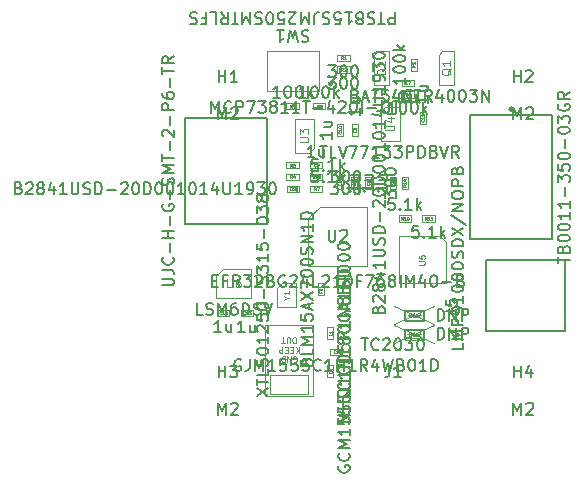
<source format=gbr>
%TF.GenerationSoftware,KiCad,Pcbnew,9.0.5*%
%TF.CreationDate,2026-01-28T11:34:24-05:00*%
%TF.ProjectId,lmp91000-pcb,6c6d7039-3130-4303-902d-7063622e6b69,rev?*%
%TF.SameCoordinates,Original*%
%TF.FileFunction,AssemblyDrawing,Top*%
%FSLAX46Y46*%
G04 Gerber Fmt 4.6, Leading zero omitted, Abs format (unit mm)*
G04 Created by KiCad (PCBNEW 9.0.5) date 2026-01-28 11:34:24*
%MOMM*%
%LPD*%
G01*
G04 APERTURE LIST*
%ADD10C,0.150000*%
%ADD11C,0.040000*%
%ADD12C,0.110000*%
%ADD13C,0.050000*%
%ADD14C,0.060000*%
%ADD15C,0.080000*%
%ADD16C,0.100000*%
%ADD17C,0.127000*%
%ADD18C,0.250000*%
%ADD19C,0.025400*%
G04 APERTURE END LIST*
D10*
X41661009Y-59166666D02*
X41708628Y-59023809D01*
X41708628Y-59023809D02*
X41756247Y-58976190D01*
X41756247Y-58976190D02*
X41851485Y-58928571D01*
X41851485Y-58928571D02*
X41994342Y-58928571D01*
X41994342Y-58928571D02*
X42089580Y-58976190D01*
X42089580Y-58976190D02*
X42137200Y-59023809D01*
X42137200Y-59023809D02*
X42184819Y-59119047D01*
X42184819Y-59119047D02*
X42184819Y-59499999D01*
X42184819Y-59499999D02*
X41184819Y-59499999D01*
X41184819Y-59499999D02*
X41184819Y-59166666D01*
X41184819Y-59166666D02*
X41232438Y-59071428D01*
X41232438Y-59071428D02*
X41280057Y-59023809D01*
X41280057Y-59023809D02*
X41375295Y-58976190D01*
X41375295Y-58976190D02*
X41470533Y-58976190D01*
X41470533Y-58976190D02*
X41565771Y-59023809D01*
X41565771Y-59023809D02*
X41613390Y-59071428D01*
X41613390Y-59071428D02*
X41661009Y-59166666D01*
X41661009Y-59166666D02*
X41661009Y-59499999D01*
X42184819Y-58023809D02*
X42184819Y-58499999D01*
X42184819Y-58499999D02*
X41184819Y-58499999D01*
X42184819Y-57690475D02*
X41184819Y-57690475D01*
X41184819Y-57690475D02*
X41899104Y-57357142D01*
X41899104Y-57357142D02*
X41184819Y-57023809D01*
X41184819Y-57023809D02*
X42184819Y-57023809D01*
X42184819Y-56023809D02*
X42184819Y-56595237D01*
X42184819Y-56309523D02*
X41184819Y-56309523D01*
X41184819Y-56309523D02*
X41327676Y-56404761D01*
X41327676Y-56404761D02*
X41422914Y-56499999D01*
X41422914Y-56499999D02*
X41470533Y-56595237D01*
X41184819Y-55119047D02*
X41184819Y-55595237D01*
X41184819Y-55595237D02*
X41661009Y-55642856D01*
X41661009Y-55642856D02*
X41613390Y-55595237D01*
X41613390Y-55595237D02*
X41565771Y-55499999D01*
X41565771Y-55499999D02*
X41565771Y-55261904D01*
X41565771Y-55261904D02*
X41613390Y-55166666D01*
X41613390Y-55166666D02*
X41661009Y-55119047D01*
X41661009Y-55119047D02*
X41756247Y-55071428D01*
X41756247Y-55071428D02*
X41994342Y-55071428D01*
X41994342Y-55071428D02*
X42089580Y-55119047D01*
X42089580Y-55119047D02*
X42137200Y-55166666D01*
X42137200Y-55166666D02*
X42184819Y-55261904D01*
X42184819Y-55261904D02*
X42184819Y-55499999D01*
X42184819Y-55499999D02*
X42137200Y-55595237D01*
X42137200Y-55595237D02*
X42089580Y-55642856D01*
X41899104Y-54690475D02*
X41899104Y-54214285D01*
X42184819Y-54785713D02*
X41184819Y-54452380D01*
X41184819Y-54452380D02*
X42184819Y-54119047D01*
X41184819Y-53880951D02*
X42184819Y-53214285D01*
X41184819Y-53214285D02*
X42184819Y-53880951D01*
X41184819Y-52928570D02*
X41184819Y-52261904D01*
X41184819Y-52261904D02*
X42184819Y-52690475D01*
X41184819Y-51690475D02*
X41184819Y-51595237D01*
X41184819Y-51595237D02*
X41232438Y-51499999D01*
X41232438Y-51499999D02*
X41280057Y-51452380D01*
X41280057Y-51452380D02*
X41375295Y-51404761D01*
X41375295Y-51404761D02*
X41565771Y-51357142D01*
X41565771Y-51357142D02*
X41803866Y-51357142D01*
X41803866Y-51357142D02*
X41994342Y-51404761D01*
X41994342Y-51404761D02*
X42089580Y-51452380D01*
X42089580Y-51452380D02*
X42137200Y-51499999D01*
X42137200Y-51499999D02*
X42184819Y-51595237D01*
X42184819Y-51595237D02*
X42184819Y-51690475D01*
X42184819Y-51690475D02*
X42137200Y-51785713D01*
X42137200Y-51785713D02*
X42089580Y-51833332D01*
X42089580Y-51833332D02*
X41994342Y-51880951D01*
X41994342Y-51880951D02*
X41803866Y-51928570D01*
X41803866Y-51928570D02*
X41565771Y-51928570D01*
X41565771Y-51928570D02*
X41375295Y-51880951D01*
X41375295Y-51880951D02*
X41280057Y-51833332D01*
X41280057Y-51833332D02*
X41232438Y-51785713D01*
X41232438Y-51785713D02*
X41184819Y-51690475D01*
X41184819Y-50738094D02*
X41184819Y-50642856D01*
X41184819Y-50642856D02*
X41232438Y-50547618D01*
X41232438Y-50547618D02*
X41280057Y-50499999D01*
X41280057Y-50499999D02*
X41375295Y-50452380D01*
X41375295Y-50452380D02*
X41565771Y-50404761D01*
X41565771Y-50404761D02*
X41803866Y-50404761D01*
X41803866Y-50404761D02*
X41994342Y-50452380D01*
X41994342Y-50452380D02*
X42089580Y-50499999D01*
X42089580Y-50499999D02*
X42137200Y-50547618D01*
X42137200Y-50547618D02*
X42184819Y-50642856D01*
X42184819Y-50642856D02*
X42184819Y-50738094D01*
X42184819Y-50738094D02*
X42137200Y-50833332D01*
X42137200Y-50833332D02*
X42089580Y-50880951D01*
X42089580Y-50880951D02*
X41994342Y-50928570D01*
X41994342Y-50928570D02*
X41803866Y-50976189D01*
X41803866Y-50976189D02*
X41565771Y-50976189D01*
X41565771Y-50976189D02*
X41375295Y-50928570D01*
X41375295Y-50928570D02*
X41280057Y-50880951D01*
X41280057Y-50880951D02*
X41232438Y-50833332D01*
X41232438Y-50833332D02*
X41184819Y-50738094D01*
X42137200Y-50023808D02*
X42184819Y-49880951D01*
X42184819Y-49880951D02*
X42184819Y-49642856D01*
X42184819Y-49642856D02*
X42137200Y-49547618D01*
X42137200Y-49547618D02*
X42089580Y-49499999D01*
X42089580Y-49499999D02*
X41994342Y-49452380D01*
X41994342Y-49452380D02*
X41899104Y-49452380D01*
X41899104Y-49452380D02*
X41803866Y-49499999D01*
X41803866Y-49499999D02*
X41756247Y-49547618D01*
X41756247Y-49547618D02*
X41708628Y-49642856D01*
X41708628Y-49642856D02*
X41661009Y-49833332D01*
X41661009Y-49833332D02*
X41613390Y-49928570D01*
X41613390Y-49928570D02*
X41565771Y-49976189D01*
X41565771Y-49976189D02*
X41470533Y-50023808D01*
X41470533Y-50023808D02*
X41375295Y-50023808D01*
X41375295Y-50023808D02*
X41280057Y-49976189D01*
X41280057Y-49976189D02*
X41232438Y-49928570D01*
X41232438Y-49928570D02*
X41184819Y-49833332D01*
X41184819Y-49833332D02*
X41184819Y-49595237D01*
X41184819Y-49595237D02*
X41232438Y-49452380D01*
X42184819Y-49023808D02*
X41184819Y-49023808D01*
X41184819Y-49023808D02*
X42184819Y-48452380D01*
X42184819Y-48452380D02*
X41184819Y-48452380D01*
X42184819Y-47452380D02*
X42184819Y-48023808D01*
X42184819Y-47738094D02*
X41184819Y-47738094D01*
X41184819Y-47738094D02*
X41327676Y-47833332D01*
X41327676Y-47833332D02*
X41422914Y-47928570D01*
X41422914Y-47928570D02*
X41470533Y-48023808D01*
X42184819Y-47023808D02*
X41184819Y-47023808D01*
X41184819Y-47023808D02*
X41184819Y-46785713D01*
X41184819Y-46785713D02*
X41232438Y-46642856D01*
X41232438Y-46642856D02*
X41327676Y-46547618D01*
X41327676Y-46547618D02*
X41422914Y-46499999D01*
X41422914Y-46499999D02*
X41613390Y-46452380D01*
X41613390Y-46452380D02*
X41756247Y-46452380D01*
X41756247Y-46452380D02*
X41946723Y-46499999D01*
X41946723Y-46499999D02*
X42041961Y-46547618D01*
X42041961Y-46547618D02*
X42137200Y-46642856D01*
X42137200Y-46642856D02*
X42184819Y-46785713D01*
X42184819Y-46785713D02*
X42184819Y-47023808D01*
D11*
X42882622Y-53208332D02*
X42882622Y-53291666D01*
X43013574Y-53291666D02*
X42763574Y-53291666D01*
X42763574Y-53291666D02*
X42763574Y-53172618D01*
X42882622Y-52994046D02*
X42894527Y-52958332D01*
X42894527Y-52958332D02*
X42906431Y-52946427D01*
X42906431Y-52946427D02*
X42930241Y-52934523D01*
X42930241Y-52934523D02*
X42965955Y-52934523D01*
X42965955Y-52934523D02*
X42989765Y-52946427D01*
X42989765Y-52946427D02*
X43001670Y-52958332D01*
X43001670Y-52958332D02*
X43013574Y-52982142D01*
X43013574Y-52982142D02*
X43013574Y-53077380D01*
X43013574Y-53077380D02*
X42763574Y-53077380D01*
X42763574Y-53077380D02*
X42763574Y-52994046D01*
X42763574Y-52994046D02*
X42775479Y-52970237D01*
X42775479Y-52970237D02*
X42787384Y-52958332D01*
X42787384Y-52958332D02*
X42811193Y-52946427D01*
X42811193Y-52946427D02*
X42835003Y-52946427D01*
X42835003Y-52946427D02*
X42858812Y-52958332D01*
X42858812Y-52958332D02*
X42870717Y-52970237D01*
X42870717Y-52970237D02*
X42882622Y-52994046D01*
X42882622Y-52994046D02*
X42882622Y-53077380D01*
X43013574Y-52696427D02*
X43013574Y-52839284D01*
X43013574Y-52767856D02*
X42763574Y-52767856D01*
X42763574Y-52767856D02*
X42799289Y-52791665D01*
X42799289Y-52791665D02*
X42823098Y-52815475D01*
X42823098Y-52815475D02*
X42835003Y-52839284D01*
D10*
X36433334Y-56654819D02*
X35861906Y-56654819D01*
X36147620Y-56654819D02*
X36147620Y-55654819D01*
X36147620Y-55654819D02*
X36052382Y-55797676D01*
X36052382Y-55797676D02*
X35957144Y-55892914D01*
X35957144Y-55892914D02*
X35861906Y-55940533D01*
X37290477Y-55988152D02*
X37290477Y-56654819D01*
X36861906Y-55988152D02*
X36861906Y-56511961D01*
X36861906Y-56511961D02*
X36909525Y-56607200D01*
X36909525Y-56607200D02*
X37004763Y-56654819D01*
X37004763Y-56654819D02*
X37147620Y-56654819D01*
X37147620Y-56654819D02*
X37242858Y-56607200D01*
X37242858Y-56607200D02*
X37290477Y-56559580D01*
D11*
X36459286Y-55089765D02*
X36447382Y-55101670D01*
X36447382Y-55101670D02*
X36411667Y-55113574D01*
X36411667Y-55113574D02*
X36387858Y-55113574D01*
X36387858Y-55113574D02*
X36352144Y-55101670D01*
X36352144Y-55101670D02*
X36328334Y-55077860D01*
X36328334Y-55077860D02*
X36316429Y-55054050D01*
X36316429Y-55054050D02*
X36304525Y-55006431D01*
X36304525Y-55006431D02*
X36304525Y-54970717D01*
X36304525Y-54970717D02*
X36316429Y-54923098D01*
X36316429Y-54923098D02*
X36328334Y-54899289D01*
X36328334Y-54899289D02*
X36352144Y-54875479D01*
X36352144Y-54875479D02*
X36387858Y-54863574D01*
X36387858Y-54863574D02*
X36411667Y-54863574D01*
X36411667Y-54863574D02*
X36447382Y-54875479D01*
X36447382Y-54875479D02*
X36459286Y-54887384D01*
X36697382Y-55113574D02*
X36554525Y-55113574D01*
X36625953Y-55113574D02*
X36625953Y-54863574D01*
X36625953Y-54863574D02*
X36602144Y-54899289D01*
X36602144Y-54899289D02*
X36578334Y-54923098D01*
X36578334Y-54923098D02*
X36554525Y-54935003D01*
X36780715Y-54863574D02*
X36935477Y-54863574D01*
X36935477Y-54863574D02*
X36852143Y-54958812D01*
X36852143Y-54958812D02*
X36887858Y-54958812D01*
X36887858Y-54958812D02*
X36911667Y-54970717D01*
X36911667Y-54970717D02*
X36923572Y-54982622D01*
X36923572Y-54982622D02*
X36935477Y-55006431D01*
X36935477Y-55006431D02*
X36935477Y-55065955D01*
X36935477Y-55065955D02*
X36923572Y-55089765D01*
X36923572Y-55089765D02*
X36911667Y-55101670D01*
X36911667Y-55101670D02*
X36887858Y-55113574D01*
X36887858Y-55113574D02*
X36816429Y-55113574D01*
X36816429Y-55113574D02*
X36792620Y-55101670D01*
X36792620Y-55101670D02*
X36780715Y-55089765D01*
D10*
X29454819Y-52666665D02*
X30264342Y-52666665D01*
X30264342Y-52666665D02*
X30359580Y-52619046D01*
X30359580Y-52619046D02*
X30407200Y-52571427D01*
X30407200Y-52571427D02*
X30454819Y-52476189D01*
X30454819Y-52476189D02*
X30454819Y-52285713D01*
X30454819Y-52285713D02*
X30407200Y-52190475D01*
X30407200Y-52190475D02*
X30359580Y-52142856D01*
X30359580Y-52142856D02*
X30264342Y-52095237D01*
X30264342Y-52095237D02*
X29454819Y-52095237D01*
X29454819Y-51333332D02*
X30169104Y-51333332D01*
X30169104Y-51333332D02*
X30311961Y-51380951D01*
X30311961Y-51380951D02*
X30407200Y-51476189D01*
X30407200Y-51476189D02*
X30454819Y-51619046D01*
X30454819Y-51619046D02*
X30454819Y-51714284D01*
X30359580Y-50285713D02*
X30407200Y-50333332D01*
X30407200Y-50333332D02*
X30454819Y-50476189D01*
X30454819Y-50476189D02*
X30454819Y-50571427D01*
X30454819Y-50571427D02*
X30407200Y-50714284D01*
X30407200Y-50714284D02*
X30311961Y-50809522D01*
X30311961Y-50809522D02*
X30216723Y-50857141D01*
X30216723Y-50857141D02*
X30026247Y-50904760D01*
X30026247Y-50904760D02*
X29883390Y-50904760D01*
X29883390Y-50904760D02*
X29692914Y-50857141D01*
X29692914Y-50857141D02*
X29597676Y-50809522D01*
X29597676Y-50809522D02*
X29502438Y-50714284D01*
X29502438Y-50714284D02*
X29454819Y-50571427D01*
X29454819Y-50571427D02*
X29454819Y-50476189D01*
X29454819Y-50476189D02*
X29502438Y-50333332D01*
X29502438Y-50333332D02*
X29550057Y-50285713D01*
X30073866Y-49857141D02*
X30073866Y-49095237D01*
X30454819Y-48619046D02*
X29454819Y-48619046D01*
X29931009Y-48619046D02*
X29931009Y-48047618D01*
X30454819Y-48047618D02*
X29454819Y-48047618D01*
X30073866Y-47571427D02*
X30073866Y-46809523D01*
X29502438Y-45809523D02*
X29454819Y-45904761D01*
X29454819Y-45904761D02*
X29454819Y-46047618D01*
X29454819Y-46047618D02*
X29502438Y-46190475D01*
X29502438Y-46190475D02*
X29597676Y-46285713D01*
X29597676Y-46285713D02*
X29692914Y-46333332D01*
X29692914Y-46333332D02*
X29883390Y-46380951D01*
X29883390Y-46380951D02*
X30026247Y-46380951D01*
X30026247Y-46380951D02*
X30216723Y-46333332D01*
X30216723Y-46333332D02*
X30311961Y-46285713D01*
X30311961Y-46285713D02*
X30407200Y-46190475D01*
X30407200Y-46190475D02*
X30454819Y-46047618D01*
X30454819Y-46047618D02*
X30454819Y-45952380D01*
X30454819Y-45952380D02*
X30407200Y-45809523D01*
X30407200Y-45809523D02*
X30359580Y-45761904D01*
X30359580Y-45761904D02*
X30026247Y-45761904D01*
X30026247Y-45761904D02*
X30026247Y-45952380D01*
X30073866Y-45333332D02*
X30073866Y-44571428D01*
X30407200Y-44142856D02*
X30454819Y-43999999D01*
X30454819Y-43999999D02*
X30454819Y-43761904D01*
X30454819Y-43761904D02*
X30407200Y-43666666D01*
X30407200Y-43666666D02*
X30359580Y-43619047D01*
X30359580Y-43619047D02*
X30264342Y-43571428D01*
X30264342Y-43571428D02*
X30169104Y-43571428D01*
X30169104Y-43571428D02*
X30073866Y-43619047D01*
X30073866Y-43619047D02*
X30026247Y-43666666D01*
X30026247Y-43666666D02*
X29978628Y-43761904D01*
X29978628Y-43761904D02*
X29931009Y-43952380D01*
X29931009Y-43952380D02*
X29883390Y-44047618D01*
X29883390Y-44047618D02*
X29835771Y-44095237D01*
X29835771Y-44095237D02*
X29740533Y-44142856D01*
X29740533Y-44142856D02*
X29645295Y-44142856D01*
X29645295Y-44142856D02*
X29550057Y-44095237D01*
X29550057Y-44095237D02*
X29502438Y-44047618D01*
X29502438Y-44047618D02*
X29454819Y-43952380D01*
X29454819Y-43952380D02*
X29454819Y-43714285D01*
X29454819Y-43714285D02*
X29502438Y-43571428D01*
X30454819Y-43142856D02*
X29454819Y-43142856D01*
X29454819Y-43142856D02*
X30169104Y-42809523D01*
X30169104Y-42809523D02*
X29454819Y-42476190D01*
X29454819Y-42476190D02*
X30454819Y-42476190D01*
X29454819Y-42142856D02*
X29454819Y-41571428D01*
X30454819Y-41857142D02*
X29454819Y-41857142D01*
X30073866Y-41238094D02*
X30073866Y-40476190D01*
X29550057Y-40047618D02*
X29502438Y-39999999D01*
X29502438Y-39999999D02*
X29454819Y-39904761D01*
X29454819Y-39904761D02*
X29454819Y-39666666D01*
X29454819Y-39666666D02*
X29502438Y-39571428D01*
X29502438Y-39571428D02*
X29550057Y-39523809D01*
X29550057Y-39523809D02*
X29645295Y-39476190D01*
X29645295Y-39476190D02*
X29740533Y-39476190D01*
X29740533Y-39476190D02*
X29883390Y-39523809D01*
X29883390Y-39523809D02*
X30454819Y-40095237D01*
X30454819Y-40095237D02*
X30454819Y-39476190D01*
X30073866Y-39047618D02*
X30073866Y-38285714D01*
X30454819Y-37809523D02*
X29454819Y-37809523D01*
X29454819Y-37809523D02*
X29454819Y-37428571D01*
X29454819Y-37428571D02*
X29502438Y-37333333D01*
X29502438Y-37333333D02*
X29550057Y-37285714D01*
X29550057Y-37285714D02*
X29645295Y-37238095D01*
X29645295Y-37238095D02*
X29788152Y-37238095D01*
X29788152Y-37238095D02*
X29883390Y-37285714D01*
X29883390Y-37285714D02*
X29931009Y-37333333D01*
X29931009Y-37333333D02*
X29978628Y-37428571D01*
X29978628Y-37428571D02*
X29978628Y-37809523D01*
X29454819Y-36380952D02*
X29454819Y-36571428D01*
X29454819Y-36571428D02*
X29502438Y-36666666D01*
X29502438Y-36666666D02*
X29550057Y-36714285D01*
X29550057Y-36714285D02*
X29692914Y-36809523D01*
X29692914Y-36809523D02*
X29883390Y-36857142D01*
X29883390Y-36857142D02*
X30264342Y-36857142D01*
X30264342Y-36857142D02*
X30359580Y-36809523D01*
X30359580Y-36809523D02*
X30407200Y-36761904D01*
X30407200Y-36761904D02*
X30454819Y-36666666D01*
X30454819Y-36666666D02*
X30454819Y-36476190D01*
X30454819Y-36476190D02*
X30407200Y-36380952D01*
X30407200Y-36380952D02*
X30359580Y-36333333D01*
X30359580Y-36333333D02*
X30264342Y-36285714D01*
X30264342Y-36285714D02*
X30026247Y-36285714D01*
X30026247Y-36285714D02*
X29931009Y-36333333D01*
X29931009Y-36333333D02*
X29883390Y-36380952D01*
X29883390Y-36380952D02*
X29835771Y-36476190D01*
X29835771Y-36476190D02*
X29835771Y-36666666D01*
X29835771Y-36666666D02*
X29883390Y-36761904D01*
X29883390Y-36761904D02*
X29931009Y-36809523D01*
X29931009Y-36809523D02*
X30026247Y-36857142D01*
X30073866Y-35857142D02*
X30073866Y-35095238D01*
X29454819Y-34761904D02*
X29454819Y-34190476D01*
X30454819Y-34476190D02*
X29454819Y-34476190D01*
X30454819Y-33285714D02*
X29978628Y-33619047D01*
X30454819Y-33857142D02*
X29454819Y-33857142D01*
X29454819Y-33857142D02*
X29454819Y-33476190D01*
X29454819Y-33476190D02*
X29502438Y-33380952D01*
X29502438Y-33380952D02*
X29550057Y-33333333D01*
X29550057Y-33333333D02*
X29645295Y-33285714D01*
X29645295Y-33285714D02*
X29788152Y-33285714D01*
X29788152Y-33285714D02*
X29883390Y-33333333D01*
X29883390Y-33333333D02*
X29931009Y-33380952D01*
X29931009Y-33380952D02*
X29978628Y-33476190D01*
X29978628Y-33476190D02*
X29978628Y-33857142D01*
X43714286Y-43954819D02*
X44333333Y-43954819D01*
X44333333Y-43954819D02*
X44000000Y-44335771D01*
X44000000Y-44335771D02*
X44142857Y-44335771D01*
X44142857Y-44335771D02*
X44238095Y-44383390D01*
X44238095Y-44383390D02*
X44285714Y-44431009D01*
X44285714Y-44431009D02*
X44333333Y-44526247D01*
X44333333Y-44526247D02*
X44333333Y-44764342D01*
X44333333Y-44764342D02*
X44285714Y-44859580D01*
X44285714Y-44859580D02*
X44238095Y-44907200D01*
X44238095Y-44907200D02*
X44142857Y-44954819D01*
X44142857Y-44954819D02*
X43857143Y-44954819D01*
X43857143Y-44954819D02*
X43761905Y-44907200D01*
X43761905Y-44907200D02*
X43714286Y-44859580D01*
X44952381Y-43954819D02*
X45047619Y-43954819D01*
X45047619Y-43954819D02*
X45142857Y-44002438D01*
X45142857Y-44002438D02*
X45190476Y-44050057D01*
X45190476Y-44050057D02*
X45238095Y-44145295D01*
X45238095Y-44145295D02*
X45285714Y-44335771D01*
X45285714Y-44335771D02*
X45285714Y-44573866D01*
X45285714Y-44573866D02*
X45238095Y-44764342D01*
X45238095Y-44764342D02*
X45190476Y-44859580D01*
X45190476Y-44859580D02*
X45142857Y-44907200D01*
X45142857Y-44907200D02*
X45047619Y-44954819D01*
X45047619Y-44954819D02*
X44952381Y-44954819D01*
X44952381Y-44954819D02*
X44857143Y-44907200D01*
X44857143Y-44907200D02*
X44809524Y-44859580D01*
X44809524Y-44859580D02*
X44761905Y-44764342D01*
X44761905Y-44764342D02*
X44714286Y-44573866D01*
X44714286Y-44573866D02*
X44714286Y-44335771D01*
X44714286Y-44335771D02*
X44761905Y-44145295D01*
X44761905Y-44145295D02*
X44809524Y-44050057D01*
X44809524Y-44050057D02*
X44857143Y-44002438D01*
X44857143Y-44002438D02*
X44952381Y-43954819D01*
X45904762Y-43954819D02*
X46000000Y-43954819D01*
X46000000Y-43954819D02*
X46095238Y-44002438D01*
X46095238Y-44002438D02*
X46142857Y-44050057D01*
X46142857Y-44050057D02*
X46190476Y-44145295D01*
X46190476Y-44145295D02*
X46238095Y-44335771D01*
X46238095Y-44335771D02*
X46238095Y-44573866D01*
X46238095Y-44573866D02*
X46190476Y-44764342D01*
X46190476Y-44764342D02*
X46142857Y-44859580D01*
X46142857Y-44859580D02*
X46095238Y-44907200D01*
X46095238Y-44907200D02*
X46000000Y-44954819D01*
X46000000Y-44954819D02*
X45904762Y-44954819D01*
X45904762Y-44954819D02*
X45809524Y-44907200D01*
X45809524Y-44907200D02*
X45761905Y-44859580D01*
X45761905Y-44859580D02*
X45714286Y-44764342D01*
X45714286Y-44764342D02*
X45666667Y-44573866D01*
X45666667Y-44573866D02*
X45666667Y-44335771D01*
X45666667Y-44335771D02*
X45714286Y-44145295D01*
X45714286Y-44145295D02*
X45761905Y-44050057D01*
X45761905Y-44050057D02*
X45809524Y-44002438D01*
X45809524Y-44002438D02*
X45904762Y-43954819D01*
D11*
X42456667Y-44618200D02*
X42370000Y-44494391D01*
X42308095Y-44618200D02*
X42308095Y-44358200D01*
X42308095Y-44358200D02*
X42407143Y-44358200D01*
X42407143Y-44358200D02*
X42431905Y-44370581D01*
X42431905Y-44370581D02*
X42444286Y-44382962D01*
X42444286Y-44382962D02*
X42456667Y-44407724D01*
X42456667Y-44407724D02*
X42456667Y-44444867D01*
X42456667Y-44444867D02*
X42444286Y-44469629D01*
X42444286Y-44469629D02*
X42431905Y-44482010D01*
X42431905Y-44482010D02*
X42407143Y-44494391D01*
X42407143Y-44494391D02*
X42308095Y-44494391D01*
X42543333Y-44358200D02*
X42716667Y-44358200D01*
X42716667Y-44358200D02*
X42605238Y-44618200D01*
D10*
X62954820Y-50809523D02*
X62954820Y-50238095D01*
X63954820Y-50523809D02*
X62954820Y-50523809D01*
X63431010Y-49571428D02*
X63478629Y-49428571D01*
X63478629Y-49428571D02*
X63526248Y-49380952D01*
X63526248Y-49380952D02*
X63621486Y-49333333D01*
X63621486Y-49333333D02*
X63764343Y-49333333D01*
X63764343Y-49333333D02*
X63859581Y-49380952D01*
X63859581Y-49380952D02*
X63907201Y-49428571D01*
X63907201Y-49428571D02*
X63954820Y-49523809D01*
X63954820Y-49523809D02*
X63954820Y-49904761D01*
X63954820Y-49904761D02*
X62954820Y-49904761D01*
X62954820Y-49904761D02*
X62954820Y-49571428D01*
X62954820Y-49571428D02*
X63002439Y-49476190D01*
X63002439Y-49476190D02*
X63050058Y-49428571D01*
X63050058Y-49428571D02*
X63145296Y-49380952D01*
X63145296Y-49380952D02*
X63240534Y-49380952D01*
X63240534Y-49380952D02*
X63335772Y-49428571D01*
X63335772Y-49428571D02*
X63383391Y-49476190D01*
X63383391Y-49476190D02*
X63431010Y-49571428D01*
X63431010Y-49571428D02*
X63431010Y-49904761D01*
X62954820Y-48714285D02*
X62954820Y-48619047D01*
X62954820Y-48619047D02*
X63002439Y-48523809D01*
X63002439Y-48523809D02*
X63050058Y-48476190D01*
X63050058Y-48476190D02*
X63145296Y-48428571D01*
X63145296Y-48428571D02*
X63335772Y-48380952D01*
X63335772Y-48380952D02*
X63573867Y-48380952D01*
X63573867Y-48380952D02*
X63764343Y-48428571D01*
X63764343Y-48428571D02*
X63859581Y-48476190D01*
X63859581Y-48476190D02*
X63907201Y-48523809D01*
X63907201Y-48523809D02*
X63954820Y-48619047D01*
X63954820Y-48619047D02*
X63954820Y-48714285D01*
X63954820Y-48714285D02*
X63907201Y-48809523D01*
X63907201Y-48809523D02*
X63859581Y-48857142D01*
X63859581Y-48857142D02*
X63764343Y-48904761D01*
X63764343Y-48904761D02*
X63573867Y-48952380D01*
X63573867Y-48952380D02*
X63335772Y-48952380D01*
X63335772Y-48952380D02*
X63145296Y-48904761D01*
X63145296Y-48904761D02*
X63050058Y-48857142D01*
X63050058Y-48857142D02*
X63002439Y-48809523D01*
X63002439Y-48809523D02*
X62954820Y-48714285D01*
X62954820Y-47761904D02*
X62954820Y-47666666D01*
X62954820Y-47666666D02*
X63002439Y-47571428D01*
X63002439Y-47571428D02*
X63050058Y-47523809D01*
X63050058Y-47523809D02*
X63145296Y-47476190D01*
X63145296Y-47476190D02*
X63335772Y-47428571D01*
X63335772Y-47428571D02*
X63573867Y-47428571D01*
X63573867Y-47428571D02*
X63764343Y-47476190D01*
X63764343Y-47476190D02*
X63859581Y-47523809D01*
X63859581Y-47523809D02*
X63907201Y-47571428D01*
X63907201Y-47571428D02*
X63954820Y-47666666D01*
X63954820Y-47666666D02*
X63954820Y-47761904D01*
X63954820Y-47761904D02*
X63907201Y-47857142D01*
X63907201Y-47857142D02*
X63859581Y-47904761D01*
X63859581Y-47904761D02*
X63764343Y-47952380D01*
X63764343Y-47952380D02*
X63573867Y-47999999D01*
X63573867Y-47999999D02*
X63335772Y-47999999D01*
X63335772Y-47999999D02*
X63145296Y-47952380D01*
X63145296Y-47952380D02*
X63050058Y-47904761D01*
X63050058Y-47904761D02*
X63002439Y-47857142D01*
X63002439Y-47857142D02*
X62954820Y-47761904D01*
X63954820Y-46476190D02*
X63954820Y-47047618D01*
X63954820Y-46761904D02*
X62954820Y-46761904D01*
X62954820Y-46761904D02*
X63097677Y-46857142D01*
X63097677Y-46857142D02*
X63192915Y-46952380D01*
X63192915Y-46952380D02*
X63240534Y-47047618D01*
X63954820Y-45523809D02*
X63954820Y-46095237D01*
X63954820Y-45809523D02*
X62954820Y-45809523D01*
X62954820Y-45809523D02*
X63097677Y-45904761D01*
X63097677Y-45904761D02*
X63192915Y-45999999D01*
X63192915Y-45999999D02*
X63240534Y-46095237D01*
X63573867Y-45095237D02*
X63573867Y-44333333D01*
X62954820Y-43952380D02*
X62954820Y-43333333D01*
X62954820Y-43333333D02*
X63335772Y-43666666D01*
X63335772Y-43666666D02*
X63335772Y-43523809D01*
X63335772Y-43523809D02*
X63383391Y-43428571D01*
X63383391Y-43428571D02*
X63431010Y-43380952D01*
X63431010Y-43380952D02*
X63526248Y-43333333D01*
X63526248Y-43333333D02*
X63764343Y-43333333D01*
X63764343Y-43333333D02*
X63859581Y-43380952D01*
X63859581Y-43380952D02*
X63907201Y-43428571D01*
X63907201Y-43428571D02*
X63954820Y-43523809D01*
X63954820Y-43523809D02*
X63954820Y-43809523D01*
X63954820Y-43809523D02*
X63907201Y-43904761D01*
X63907201Y-43904761D02*
X63859581Y-43952380D01*
X62954820Y-42428571D02*
X62954820Y-42904761D01*
X62954820Y-42904761D02*
X63431010Y-42952380D01*
X63431010Y-42952380D02*
X63383391Y-42904761D01*
X63383391Y-42904761D02*
X63335772Y-42809523D01*
X63335772Y-42809523D02*
X63335772Y-42571428D01*
X63335772Y-42571428D02*
X63383391Y-42476190D01*
X63383391Y-42476190D02*
X63431010Y-42428571D01*
X63431010Y-42428571D02*
X63526248Y-42380952D01*
X63526248Y-42380952D02*
X63764343Y-42380952D01*
X63764343Y-42380952D02*
X63859581Y-42428571D01*
X63859581Y-42428571D02*
X63907201Y-42476190D01*
X63907201Y-42476190D02*
X63954820Y-42571428D01*
X63954820Y-42571428D02*
X63954820Y-42809523D01*
X63954820Y-42809523D02*
X63907201Y-42904761D01*
X63907201Y-42904761D02*
X63859581Y-42952380D01*
X62954820Y-41761904D02*
X62954820Y-41666666D01*
X62954820Y-41666666D02*
X63002439Y-41571428D01*
X63002439Y-41571428D02*
X63050058Y-41523809D01*
X63050058Y-41523809D02*
X63145296Y-41476190D01*
X63145296Y-41476190D02*
X63335772Y-41428571D01*
X63335772Y-41428571D02*
X63573867Y-41428571D01*
X63573867Y-41428571D02*
X63764343Y-41476190D01*
X63764343Y-41476190D02*
X63859581Y-41523809D01*
X63859581Y-41523809D02*
X63907201Y-41571428D01*
X63907201Y-41571428D02*
X63954820Y-41666666D01*
X63954820Y-41666666D02*
X63954820Y-41761904D01*
X63954820Y-41761904D02*
X63907201Y-41857142D01*
X63907201Y-41857142D02*
X63859581Y-41904761D01*
X63859581Y-41904761D02*
X63764343Y-41952380D01*
X63764343Y-41952380D02*
X63573867Y-41999999D01*
X63573867Y-41999999D02*
X63335772Y-41999999D01*
X63335772Y-41999999D02*
X63145296Y-41952380D01*
X63145296Y-41952380D02*
X63050058Y-41904761D01*
X63050058Y-41904761D02*
X63002439Y-41857142D01*
X63002439Y-41857142D02*
X62954820Y-41761904D01*
X63573867Y-40999999D02*
X63573867Y-40238095D01*
X62954820Y-39571428D02*
X62954820Y-39476190D01*
X62954820Y-39476190D02*
X63002439Y-39380952D01*
X63002439Y-39380952D02*
X63050058Y-39333333D01*
X63050058Y-39333333D02*
X63145296Y-39285714D01*
X63145296Y-39285714D02*
X63335772Y-39238095D01*
X63335772Y-39238095D02*
X63573867Y-39238095D01*
X63573867Y-39238095D02*
X63764343Y-39285714D01*
X63764343Y-39285714D02*
X63859581Y-39333333D01*
X63859581Y-39333333D02*
X63907201Y-39380952D01*
X63907201Y-39380952D02*
X63954820Y-39476190D01*
X63954820Y-39476190D02*
X63954820Y-39571428D01*
X63954820Y-39571428D02*
X63907201Y-39666666D01*
X63907201Y-39666666D02*
X63859581Y-39714285D01*
X63859581Y-39714285D02*
X63764343Y-39761904D01*
X63764343Y-39761904D02*
X63573867Y-39809523D01*
X63573867Y-39809523D02*
X63335772Y-39809523D01*
X63335772Y-39809523D02*
X63145296Y-39761904D01*
X63145296Y-39761904D02*
X63050058Y-39714285D01*
X63050058Y-39714285D02*
X63002439Y-39666666D01*
X63002439Y-39666666D02*
X62954820Y-39571428D01*
X62954820Y-38904761D02*
X62954820Y-38285714D01*
X62954820Y-38285714D02*
X63335772Y-38619047D01*
X63335772Y-38619047D02*
X63335772Y-38476190D01*
X63335772Y-38476190D02*
X63383391Y-38380952D01*
X63383391Y-38380952D02*
X63431010Y-38333333D01*
X63431010Y-38333333D02*
X63526248Y-38285714D01*
X63526248Y-38285714D02*
X63764343Y-38285714D01*
X63764343Y-38285714D02*
X63859581Y-38333333D01*
X63859581Y-38333333D02*
X63907201Y-38380952D01*
X63907201Y-38380952D02*
X63954820Y-38476190D01*
X63954820Y-38476190D02*
X63954820Y-38761904D01*
X63954820Y-38761904D02*
X63907201Y-38857142D01*
X63907201Y-38857142D02*
X63859581Y-38904761D01*
X63002439Y-37333333D02*
X62954820Y-37428571D01*
X62954820Y-37428571D02*
X62954820Y-37571428D01*
X62954820Y-37571428D02*
X63002439Y-37714285D01*
X63002439Y-37714285D02*
X63097677Y-37809523D01*
X63097677Y-37809523D02*
X63192915Y-37857142D01*
X63192915Y-37857142D02*
X63383391Y-37904761D01*
X63383391Y-37904761D02*
X63526248Y-37904761D01*
X63526248Y-37904761D02*
X63716724Y-37857142D01*
X63716724Y-37857142D02*
X63811962Y-37809523D01*
X63811962Y-37809523D02*
X63907201Y-37714285D01*
X63907201Y-37714285D02*
X63954820Y-37571428D01*
X63954820Y-37571428D02*
X63954820Y-37476190D01*
X63954820Y-37476190D02*
X63907201Y-37333333D01*
X63907201Y-37333333D02*
X63859581Y-37285714D01*
X63859581Y-37285714D02*
X63526248Y-37285714D01*
X63526248Y-37285714D02*
X63526248Y-37476190D01*
X63954820Y-36285714D02*
X63478629Y-36619047D01*
X63954820Y-36857142D02*
X62954820Y-36857142D01*
X62954820Y-36857142D02*
X62954820Y-36476190D01*
X62954820Y-36476190D02*
X63002439Y-36380952D01*
X63002439Y-36380952D02*
X63050058Y-36333333D01*
X63050058Y-36333333D02*
X63145296Y-36285714D01*
X63145296Y-36285714D02*
X63288153Y-36285714D01*
X63288153Y-36285714D02*
X63383391Y-36333333D01*
X63383391Y-36333333D02*
X63431010Y-36380952D01*
X63431010Y-36380952D02*
X63478629Y-36476190D01*
X63478629Y-36476190D02*
X63478629Y-36857142D01*
X50034819Y-35071428D02*
X50034819Y-35642856D01*
X50034819Y-35357142D02*
X49034819Y-35357142D01*
X49034819Y-35357142D02*
X49177676Y-35452380D01*
X49177676Y-35452380D02*
X49272914Y-35547618D01*
X49272914Y-35547618D02*
X49320533Y-35642856D01*
X49034819Y-34452380D02*
X49034819Y-34357142D01*
X49034819Y-34357142D02*
X49082438Y-34261904D01*
X49082438Y-34261904D02*
X49130057Y-34214285D01*
X49130057Y-34214285D02*
X49225295Y-34166666D01*
X49225295Y-34166666D02*
X49415771Y-34119047D01*
X49415771Y-34119047D02*
X49653866Y-34119047D01*
X49653866Y-34119047D02*
X49844342Y-34166666D01*
X49844342Y-34166666D02*
X49939580Y-34214285D01*
X49939580Y-34214285D02*
X49987200Y-34261904D01*
X49987200Y-34261904D02*
X50034819Y-34357142D01*
X50034819Y-34357142D02*
X50034819Y-34452380D01*
X50034819Y-34452380D02*
X49987200Y-34547618D01*
X49987200Y-34547618D02*
X49939580Y-34595237D01*
X49939580Y-34595237D02*
X49844342Y-34642856D01*
X49844342Y-34642856D02*
X49653866Y-34690475D01*
X49653866Y-34690475D02*
X49415771Y-34690475D01*
X49415771Y-34690475D02*
X49225295Y-34642856D01*
X49225295Y-34642856D02*
X49130057Y-34595237D01*
X49130057Y-34595237D02*
X49082438Y-34547618D01*
X49082438Y-34547618D02*
X49034819Y-34452380D01*
X49034819Y-33499999D02*
X49034819Y-33404761D01*
X49034819Y-33404761D02*
X49082438Y-33309523D01*
X49082438Y-33309523D02*
X49130057Y-33261904D01*
X49130057Y-33261904D02*
X49225295Y-33214285D01*
X49225295Y-33214285D02*
X49415771Y-33166666D01*
X49415771Y-33166666D02*
X49653866Y-33166666D01*
X49653866Y-33166666D02*
X49844342Y-33214285D01*
X49844342Y-33214285D02*
X49939580Y-33261904D01*
X49939580Y-33261904D02*
X49987200Y-33309523D01*
X49987200Y-33309523D02*
X50034819Y-33404761D01*
X50034819Y-33404761D02*
X50034819Y-33499999D01*
X50034819Y-33499999D02*
X49987200Y-33595237D01*
X49987200Y-33595237D02*
X49939580Y-33642856D01*
X49939580Y-33642856D02*
X49844342Y-33690475D01*
X49844342Y-33690475D02*
X49653866Y-33738094D01*
X49653866Y-33738094D02*
X49415771Y-33738094D01*
X49415771Y-33738094D02*
X49225295Y-33690475D01*
X49225295Y-33690475D02*
X49130057Y-33642856D01*
X49130057Y-33642856D02*
X49082438Y-33595237D01*
X49082438Y-33595237D02*
X49034819Y-33499999D01*
X50034819Y-32738094D02*
X49034819Y-32738094D01*
X49653866Y-32642856D02*
X50034819Y-32357142D01*
X49368152Y-32357142D02*
X49749104Y-32738094D01*
D11*
X50868200Y-34043332D02*
X50744391Y-34129999D01*
X50868200Y-34191904D02*
X50608200Y-34191904D01*
X50608200Y-34191904D02*
X50608200Y-34092856D01*
X50608200Y-34092856D02*
X50620581Y-34068094D01*
X50620581Y-34068094D02*
X50632962Y-34055713D01*
X50632962Y-34055713D02*
X50657724Y-34043332D01*
X50657724Y-34043332D02*
X50694867Y-34043332D01*
X50694867Y-34043332D02*
X50719629Y-34055713D01*
X50719629Y-34055713D02*
X50732010Y-34068094D01*
X50732010Y-34068094D02*
X50744391Y-34092856D01*
X50744391Y-34092856D02*
X50744391Y-34191904D01*
X50608200Y-33956666D02*
X50608200Y-33795713D01*
X50608200Y-33795713D02*
X50707248Y-33882380D01*
X50707248Y-33882380D02*
X50707248Y-33845237D01*
X50707248Y-33845237D02*
X50719629Y-33820475D01*
X50719629Y-33820475D02*
X50732010Y-33808094D01*
X50732010Y-33808094D02*
X50756772Y-33795713D01*
X50756772Y-33795713D02*
X50818677Y-33795713D01*
X50818677Y-33795713D02*
X50843439Y-33808094D01*
X50843439Y-33808094D02*
X50855820Y-33820475D01*
X50855820Y-33820475D02*
X50868200Y-33845237D01*
X50868200Y-33845237D02*
X50868200Y-33919523D01*
X50868200Y-33919523D02*
X50855820Y-33944285D01*
X50855820Y-33944285D02*
X50843439Y-33956666D01*
D10*
X42619047Y-41954819D02*
X42142857Y-41954819D01*
X42142857Y-41954819D02*
X42095238Y-42431009D01*
X42095238Y-42431009D02*
X42142857Y-42383390D01*
X42142857Y-42383390D02*
X42238095Y-42335771D01*
X42238095Y-42335771D02*
X42476190Y-42335771D01*
X42476190Y-42335771D02*
X42571428Y-42383390D01*
X42571428Y-42383390D02*
X42619047Y-42431009D01*
X42619047Y-42431009D02*
X42666666Y-42526247D01*
X42666666Y-42526247D02*
X42666666Y-42764342D01*
X42666666Y-42764342D02*
X42619047Y-42859580D01*
X42619047Y-42859580D02*
X42571428Y-42907200D01*
X42571428Y-42907200D02*
X42476190Y-42954819D01*
X42476190Y-42954819D02*
X42238095Y-42954819D01*
X42238095Y-42954819D02*
X42142857Y-42907200D01*
X42142857Y-42907200D02*
X42095238Y-42859580D01*
X43095238Y-42859580D02*
X43142857Y-42907200D01*
X43142857Y-42907200D02*
X43095238Y-42954819D01*
X43095238Y-42954819D02*
X43047619Y-42907200D01*
X43047619Y-42907200D02*
X43095238Y-42859580D01*
X43095238Y-42859580D02*
X43095238Y-42954819D01*
X44095237Y-42954819D02*
X43523809Y-42954819D01*
X43809523Y-42954819D02*
X43809523Y-41954819D01*
X43809523Y-41954819D02*
X43714285Y-42097676D01*
X43714285Y-42097676D02*
X43619047Y-42192914D01*
X43619047Y-42192914D02*
X43523809Y-42240533D01*
X44523809Y-42954819D02*
X44523809Y-41954819D01*
X44619047Y-42573866D02*
X44904761Y-42954819D01*
X44904761Y-42288152D02*
X44523809Y-42669104D01*
D11*
X40456667Y-42618200D02*
X40370000Y-42494391D01*
X40308095Y-42618200D02*
X40308095Y-42358200D01*
X40308095Y-42358200D02*
X40407143Y-42358200D01*
X40407143Y-42358200D02*
X40431905Y-42370581D01*
X40431905Y-42370581D02*
X40444286Y-42382962D01*
X40444286Y-42382962D02*
X40456667Y-42407724D01*
X40456667Y-42407724D02*
X40456667Y-42444867D01*
X40456667Y-42444867D02*
X40444286Y-42469629D01*
X40444286Y-42469629D02*
X40431905Y-42482010D01*
X40431905Y-42482010D02*
X40407143Y-42494391D01*
X40407143Y-42494391D02*
X40308095Y-42494391D01*
X40691905Y-42358200D02*
X40568095Y-42358200D01*
X40568095Y-42358200D02*
X40555714Y-42482010D01*
X40555714Y-42482010D02*
X40568095Y-42469629D01*
X40568095Y-42469629D02*
X40592857Y-42457248D01*
X40592857Y-42457248D02*
X40654762Y-42457248D01*
X40654762Y-42457248D02*
X40679524Y-42469629D01*
X40679524Y-42469629D02*
X40691905Y-42482010D01*
X40691905Y-42482010D02*
X40704286Y-42506772D01*
X40704286Y-42506772D02*
X40704286Y-42568677D01*
X40704286Y-42568677D02*
X40691905Y-42593439D01*
X40691905Y-42593439D02*
X40679524Y-42605820D01*
X40679524Y-42605820D02*
X40654762Y-42618200D01*
X40654762Y-42618200D02*
X40592857Y-42618200D01*
X40592857Y-42618200D02*
X40568095Y-42605820D01*
X40568095Y-42605820D02*
X40555714Y-42593439D01*
D10*
X32880952Y-55154819D02*
X32404762Y-55154819D01*
X32404762Y-55154819D02*
X32404762Y-54154819D01*
X33166667Y-55107200D02*
X33309524Y-55154819D01*
X33309524Y-55154819D02*
X33547619Y-55154819D01*
X33547619Y-55154819D02*
X33642857Y-55107200D01*
X33642857Y-55107200D02*
X33690476Y-55059580D01*
X33690476Y-55059580D02*
X33738095Y-54964342D01*
X33738095Y-54964342D02*
X33738095Y-54869104D01*
X33738095Y-54869104D02*
X33690476Y-54773866D01*
X33690476Y-54773866D02*
X33642857Y-54726247D01*
X33642857Y-54726247D02*
X33547619Y-54678628D01*
X33547619Y-54678628D02*
X33357143Y-54631009D01*
X33357143Y-54631009D02*
X33261905Y-54583390D01*
X33261905Y-54583390D02*
X33214286Y-54535771D01*
X33214286Y-54535771D02*
X33166667Y-54440533D01*
X33166667Y-54440533D02*
X33166667Y-54345295D01*
X33166667Y-54345295D02*
X33214286Y-54250057D01*
X33214286Y-54250057D02*
X33261905Y-54202438D01*
X33261905Y-54202438D02*
X33357143Y-54154819D01*
X33357143Y-54154819D02*
X33595238Y-54154819D01*
X33595238Y-54154819D02*
X33738095Y-54202438D01*
X34166667Y-55154819D02*
X34166667Y-54154819D01*
X34166667Y-54154819D02*
X34500000Y-54869104D01*
X34500000Y-54869104D02*
X34833333Y-54154819D01*
X34833333Y-54154819D02*
X34833333Y-55154819D01*
X35738095Y-54154819D02*
X35547619Y-54154819D01*
X35547619Y-54154819D02*
X35452381Y-54202438D01*
X35452381Y-54202438D02*
X35404762Y-54250057D01*
X35404762Y-54250057D02*
X35309524Y-54392914D01*
X35309524Y-54392914D02*
X35261905Y-54583390D01*
X35261905Y-54583390D02*
X35261905Y-54964342D01*
X35261905Y-54964342D02*
X35309524Y-55059580D01*
X35309524Y-55059580D02*
X35357143Y-55107200D01*
X35357143Y-55107200D02*
X35452381Y-55154819D01*
X35452381Y-55154819D02*
X35642857Y-55154819D01*
X35642857Y-55154819D02*
X35738095Y-55107200D01*
X35738095Y-55107200D02*
X35785714Y-55059580D01*
X35785714Y-55059580D02*
X35833333Y-54964342D01*
X35833333Y-54964342D02*
X35833333Y-54726247D01*
X35833333Y-54726247D02*
X35785714Y-54631009D01*
X35785714Y-54631009D02*
X35738095Y-54583390D01*
X35738095Y-54583390D02*
X35642857Y-54535771D01*
X35642857Y-54535771D02*
X35452381Y-54535771D01*
X35452381Y-54535771D02*
X35357143Y-54583390D01*
X35357143Y-54583390D02*
X35309524Y-54631009D01*
X35309524Y-54631009D02*
X35261905Y-54726247D01*
X36261905Y-55154819D02*
X36261905Y-54154819D01*
X36261905Y-54154819D02*
X36500000Y-54154819D01*
X36500000Y-54154819D02*
X36642857Y-54202438D01*
X36642857Y-54202438D02*
X36738095Y-54297676D01*
X36738095Y-54297676D02*
X36785714Y-54392914D01*
X36785714Y-54392914D02*
X36833333Y-54583390D01*
X36833333Y-54583390D02*
X36833333Y-54726247D01*
X36833333Y-54726247D02*
X36785714Y-54916723D01*
X36785714Y-54916723D02*
X36738095Y-55011961D01*
X36738095Y-55011961D02*
X36642857Y-55107200D01*
X36642857Y-55107200D02*
X36500000Y-55154819D01*
X36500000Y-55154819D02*
X36261905Y-55154819D01*
X37214286Y-55107200D02*
X37357143Y-55154819D01*
X37357143Y-55154819D02*
X37595238Y-55154819D01*
X37595238Y-55154819D02*
X37690476Y-55107200D01*
X37690476Y-55107200D02*
X37738095Y-55059580D01*
X37738095Y-55059580D02*
X37785714Y-54964342D01*
X37785714Y-54964342D02*
X37785714Y-54869104D01*
X37785714Y-54869104D02*
X37738095Y-54773866D01*
X37738095Y-54773866D02*
X37690476Y-54726247D01*
X37690476Y-54726247D02*
X37595238Y-54678628D01*
X37595238Y-54678628D02*
X37404762Y-54631009D01*
X37404762Y-54631009D02*
X37309524Y-54583390D01*
X37309524Y-54583390D02*
X37261905Y-54535771D01*
X37261905Y-54535771D02*
X37214286Y-54440533D01*
X37214286Y-54440533D02*
X37214286Y-54345295D01*
X37214286Y-54345295D02*
X37261905Y-54250057D01*
X37261905Y-54250057D02*
X37309524Y-54202438D01*
X37309524Y-54202438D02*
X37404762Y-54154819D01*
X37404762Y-54154819D02*
X37642857Y-54154819D01*
X37642857Y-54154819D02*
X37785714Y-54202438D01*
X38071429Y-54154819D02*
X38404762Y-55154819D01*
X38404762Y-55154819D02*
X38738095Y-54154819D01*
D12*
X34928571Y-52091244D02*
X34928571Y-52698387D01*
X34928571Y-52698387D02*
X34964285Y-52769815D01*
X34964285Y-52769815D02*
X35000000Y-52805530D01*
X35000000Y-52805530D02*
X35071428Y-52841244D01*
X35071428Y-52841244D02*
X35214285Y-52841244D01*
X35214285Y-52841244D02*
X35285714Y-52805530D01*
X35285714Y-52805530D02*
X35321428Y-52769815D01*
X35321428Y-52769815D02*
X35357142Y-52698387D01*
X35357142Y-52698387D02*
X35357142Y-52091244D01*
X36035714Y-52091244D02*
X35892856Y-52091244D01*
X35892856Y-52091244D02*
X35821428Y-52126958D01*
X35821428Y-52126958D02*
X35785714Y-52162672D01*
X35785714Y-52162672D02*
X35714285Y-52269815D01*
X35714285Y-52269815D02*
X35678571Y-52412672D01*
X35678571Y-52412672D02*
X35678571Y-52698387D01*
X35678571Y-52698387D02*
X35714285Y-52769815D01*
X35714285Y-52769815D02*
X35749999Y-52805530D01*
X35749999Y-52805530D02*
X35821428Y-52841244D01*
X35821428Y-52841244D02*
X35964285Y-52841244D01*
X35964285Y-52841244D02*
X36035714Y-52805530D01*
X36035714Y-52805530D02*
X36071428Y-52769815D01*
X36071428Y-52769815D02*
X36107142Y-52698387D01*
X36107142Y-52698387D02*
X36107142Y-52519815D01*
X36107142Y-52519815D02*
X36071428Y-52448387D01*
X36071428Y-52448387D02*
X36035714Y-52412672D01*
X36035714Y-52412672D02*
X35964285Y-52376958D01*
X35964285Y-52376958D02*
X35821428Y-52376958D01*
X35821428Y-52376958D02*
X35749999Y-52412672D01*
X35749999Y-52412672D02*
X35714285Y-52448387D01*
X35714285Y-52448387D02*
X35678571Y-52519815D01*
D10*
X34453333Y-56614819D02*
X33881905Y-56614819D01*
X34167619Y-56614819D02*
X34167619Y-55614819D01*
X34167619Y-55614819D02*
X34072381Y-55757676D01*
X34072381Y-55757676D02*
X33977143Y-55852914D01*
X33977143Y-55852914D02*
X33881905Y-55900533D01*
X35310476Y-55948152D02*
X35310476Y-56614819D01*
X34881905Y-55948152D02*
X34881905Y-56471961D01*
X34881905Y-56471961D02*
X34929524Y-56567200D01*
X34929524Y-56567200D02*
X35024762Y-56614819D01*
X35024762Y-56614819D02*
X35167619Y-56614819D01*
X35167619Y-56614819D02*
X35262857Y-56567200D01*
X35262857Y-56567200D02*
X35310476Y-56519580D01*
D11*
X34459285Y-55089765D02*
X34447381Y-55101670D01*
X34447381Y-55101670D02*
X34411666Y-55113574D01*
X34411666Y-55113574D02*
X34387857Y-55113574D01*
X34387857Y-55113574D02*
X34352143Y-55101670D01*
X34352143Y-55101670D02*
X34328333Y-55077860D01*
X34328333Y-55077860D02*
X34316428Y-55054050D01*
X34316428Y-55054050D02*
X34304524Y-55006431D01*
X34304524Y-55006431D02*
X34304524Y-54970717D01*
X34304524Y-54970717D02*
X34316428Y-54923098D01*
X34316428Y-54923098D02*
X34328333Y-54899289D01*
X34328333Y-54899289D02*
X34352143Y-54875479D01*
X34352143Y-54875479D02*
X34387857Y-54863574D01*
X34387857Y-54863574D02*
X34411666Y-54863574D01*
X34411666Y-54863574D02*
X34447381Y-54875479D01*
X34447381Y-54875479D02*
X34459285Y-54887384D01*
X34697381Y-55113574D02*
X34554524Y-55113574D01*
X34625952Y-55113574D02*
X34625952Y-54863574D01*
X34625952Y-54863574D02*
X34602143Y-54899289D01*
X34602143Y-54899289D02*
X34578333Y-54923098D01*
X34578333Y-54923098D02*
X34554524Y-54935003D01*
X34911666Y-54946908D02*
X34911666Y-55113574D01*
X34852142Y-54851670D02*
X34792619Y-55030241D01*
X34792619Y-55030241D02*
X34947380Y-55030241D01*
D10*
X42821428Y-40854819D02*
X43392856Y-40854819D01*
X43107142Y-41854819D02*
X43107142Y-40854819D01*
X44202380Y-41854819D02*
X43726190Y-41854819D01*
X43726190Y-41854819D02*
X43726190Y-40854819D01*
X44392857Y-40854819D02*
X44726190Y-41854819D01*
X44726190Y-41854819D02*
X45059523Y-40854819D01*
X45297619Y-40854819D02*
X45964285Y-40854819D01*
X45964285Y-40854819D02*
X45535714Y-41854819D01*
X46250000Y-40854819D02*
X46916666Y-40854819D01*
X46916666Y-40854819D02*
X46488095Y-41854819D01*
X47821428Y-41854819D02*
X47250000Y-41854819D01*
X47535714Y-41854819D02*
X47535714Y-40854819D01*
X47535714Y-40854819D02*
X47440476Y-40997676D01*
X47440476Y-40997676D02*
X47345238Y-41092914D01*
X47345238Y-41092914D02*
X47250000Y-41140533D01*
X48154762Y-40854819D02*
X48773809Y-40854819D01*
X48773809Y-40854819D02*
X48440476Y-41235771D01*
X48440476Y-41235771D02*
X48583333Y-41235771D01*
X48583333Y-41235771D02*
X48678571Y-41283390D01*
X48678571Y-41283390D02*
X48726190Y-41331009D01*
X48726190Y-41331009D02*
X48773809Y-41426247D01*
X48773809Y-41426247D02*
X48773809Y-41664342D01*
X48773809Y-41664342D02*
X48726190Y-41759580D01*
X48726190Y-41759580D02*
X48678571Y-41807200D01*
X48678571Y-41807200D02*
X48583333Y-41854819D01*
X48583333Y-41854819D02*
X48297619Y-41854819D01*
X48297619Y-41854819D02*
X48202381Y-41807200D01*
X48202381Y-41807200D02*
X48154762Y-41759580D01*
X49107143Y-40854819D02*
X49726190Y-40854819D01*
X49726190Y-40854819D02*
X49392857Y-41235771D01*
X49392857Y-41235771D02*
X49535714Y-41235771D01*
X49535714Y-41235771D02*
X49630952Y-41283390D01*
X49630952Y-41283390D02*
X49678571Y-41331009D01*
X49678571Y-41331009D02*
X49726190Y-41426247D01*
X49726190Y-41426247D02*
X49726190Y-41664342D01*
X49726190Y-41664342D02*
X49678571Y-41759580D01*
X49678571Y-41759580D02*
X49630952Y-41807200D01*
X49630952Y-41807200D02*
X49535714Y-41854819D01*
X49535714Y-41854819D02*
X49250000Y-41854819D01*
X49250000Y-41854819D02*
X49154762Y-41807200D01*
X49154762Y-41807200D02*
X49107143Y-41759580D01*
X50154762Y-41854819D02*
X50154762Y-40854819D01*
X50154762Y-40854819D02*
X50535714Y-40854819D01*
X50535714Y-40854819D02*
X50630952Y-40902438D01*
X50630952Y-40902438D02*
X50678571Y-40950057D01*
X50678571Y-40950057D02*
X50726190Y-41045295D01*
X50726190Y-41045295D02*
X50726190Y-41188152D01*
X50726190Y-41188152D02*
X50678571Y-41283390D01*
X50678571Y-41283390D02*
X50630952Y-41331009D01*
X50630952Y-41331009D02*
X50535714Y-41378628D01*
X50535714Y-41378628D02*
X50154762Y-41378628D01*
X51154762Y-41854819D02*
X51154762Y-40854819D01*
X51154762Y-40854819D02*
X51392857Y-40854819D01*
X51392857Y-40854819D02*
X51535714Y-40902438D01*
X51535714Y-40902438D02*
X51630952Y-40997676D01*
X51630952Y-40997676D02*
X51678571Y-41092914D01*
X51678571Y-41092914D02*
X51726190Y-41283390D01*
X51726190Y-41283390D02*
X51726190Y-41426247D01*
X51726190Y-41426247D02*
X51678571Y-41616723D01*
X51678571Y-41616723D02*
X51630952Y-41711961D01*
X51630952Y-41711961D02*
X51535714Y-41807200D01*
X51535714Y-41807200D02*
X51392857Y-41854819D01*
X51392857Y-41854819D02*
X51154762Y-41854819D01*
X52488095Y-41331009D02*
X52630952Y-41378628D01*
X52630952Y-41378628D02*
X52678571Y-41426247D01*
X52678571Y-41426247D02*
X52726190Y-41521485D01*
X52726190Y-41521485D02*
X52726190Y-41664342D01*
X52726190Y-41664342D02*
X52678571Y-41759580D01*
X52678571Y-41759580D02*
X52630952Y-41807200D01*
X52630952Y-41807200D02*
X52535714Y-41854819D01*
X52535714Y-41854819D02*
X52154762Y-41854819D01*
X52154762Y-41854819D02*
X52154762Y-40854819D01*
X52154762Y-40854819D02*
X52488095Y-40854819D01*
X52488095Y-40854819D02*
X52583333Y-40902438D01*
X52583333Y-40902438D02*
X52630952Y-40950057D01*
X52630952Y-40950057D02*
X52678571Y-41045295D01*
X52678571Y-41045295D02*
X52678571Y-41140533D01*
X52678571Y-41140533D02*
X52630952Y-41235771D01*
X52630952Y-41235771D02*
X52583333Y-41283390D01*
X52583333Y-41283390D02*
X52488095Y-41331009D01*
X52488095Y-41331009D02*
X52154762Y-41331009D01*
X53011905Y-40854819D02*
X53345238Y-41854819D01*
X53345238Y-41854819D02*
X53678571Y-40854819D01*
X54583333Y-41854819D02*
X54250000Y-41378628D01*
X54011905Y-41854819D02*
X54011905Y-40854819D01*
X54011905Y-40854819D02*
X54392857Y-40854819D01*
X54392857Y-40854819D02*
X54488095Y-40902438D01*
X54488095Y-40902438D02*
X54535714Y-40950057D01*
X54535714Y-40950057D02*
X54583333Y-41045295D01*
X54583333Y-41045295D02*
X54583333Y-41188152D01*
X54583333Y-41188152D02*
X54535714Y-41283390D01*
X54535714Y-41283390D02*
X54488095Y-41331009D01*
X54488095Y-41331009D02*
X54392857Y-41378628D01*
X54392857Y-41378628D02*
X54011905Y-41378628D01*
D12*
X48357365Y-39548571D02*
X48940222Y-39548571D01*
X48940222Y-39548571D02*
X49008794Y-39514285D01*
X49008794Y-39514285D02*
X49043080Y-39480000D01*
X49043080Y-39480000D02*
X49077365Y-39411428D01*
X49077365Y-39411428D02*
X49077365Y-39274285D01*
X49077365Y-39274285D02*
X49043080Y-39205714D01*
X49043080Y-39205714D02*
X49008794Y-39171428D01*
X49008794Y-39171428D02*
X48940222Y-39137142D01*
X48940222Y-39137142D02*
X48357365Y-39137142D01*
X48597365Y-38485714D02*
X49077365Y-38485714D01*
X48323080Y-38657142D02*
X48837365Y-38828571D01*
X48837365Y-38828571D02*
X48837365Y-38382856D01*
D10*
X49142857Y-29545179D02*
X49142857Y-30545179D01*
X49142857Y-30545179D02*
X48761905Y-30545179D01*
X48761905Y-30545179D02*
X48666667Y-30497560D01*
X48666667Y-30497560D02*
X48619048Y-30449941D01*
X48619048Y-30449941D02*
X48571429Y-30354703D01*
X48571429Y-30354703D02*
X48571429Y-30211846D01*
X48571429Y-30211846D02*
X48619048Y-30116608D01*
X48619048Y-30116608D02*
X48666667Y-30068989D01*
X48666667Y-30068989D02*
X48761905Y-30021370D01*
X48761905Y-30021370D02*
X49142857Y-30021370D01*
X48285714Y-30545179D02*
X47714286Y-30545179D01*
X48000000Y-29545179D02*
X48000000Y-30545179D01*
X47428571Y-29592799D02*
X47285714Y-29545179D01*
X47285714Y-29545179D02*
X47047619Y-29545179D01*
X47047619Y-29545179D02*
X46952381Y-29592799D01*
X46952381Y-29592799D02*
X46904762Y-29640418D01*
X46904762Y-29640418D02*
X46857143Y-29735656D01*
X46857143Y-29735656D02*
X46857143Y-29830894D01*
X46857143Y-29830894D02*
X46904762Y-29926132D01*
X46904762Y-29926132D02*
X46952381Y-29973751D01*
X46952381Y-29973751D02*
X47047619Y-30021370D01*
X47047619Y-30021370D02*
X47238095Y-30068989D01*
X47238095Y-30068989D02*
X47333333Y-30116608D01*
X47333333Y-30116608D02*
X47380952Y-30164227D01*
X47380952Y-30164227D02*
X47428571Y-30259465D01*
X47428571Y-30259465D02*
X47428571Y-30354703D01*
X47428571Y-30354703D02*
X47380952Y-30449941D01*
X47380952Y-30449941D02*
X47333333Y-30497560D01*
X47333333Y-30497560D02*
X47238095Y-30545179D01*
X47238095Y-30545179D02*
X47000000Y-30545179D01*
X47000000Y-30545179D02*
X46857143Y-30497560D01*
X46285714Y-30116608D02*
X46380952Y-30164227D01*
X46380952Y-30164227D02*
X46428571Y-30211846D01*
X46428571Y-30211846D02*
X46476190Y-30307084D01*
X46476190Y-30307084D02*
X46476190Y-30354703D01*
X46476190Y-30354703D02*
X46428571Y-30449941D01*
X46428571Y-30449941D02*
X46380952Y-30497560D01*
X46380952Y-30497560D02*
X46285714Y-30545179D01*
X46285714Y-30545179D02*
X46095238Y-30545179D01*
X46095238Y-30545179D02*
X46000000Y-30497560D01*
X46000000Y-30497560D02*
X45952381Y-30449941D01*
X45952381Y-30449941D02*
X45904762Y-30354703D01*
X45904762Y-30354703D02*
X45904762Y-30307084D01*
X45904762Y-30307084D02*
X45952381Y-30211846D01*
X45952381Y-30211846D02*
X46000000Y-30164227D01*
X46000000Y-30164227D02*
X46095238Y-30116608D01*
X46095238Y-30116608D02*
X46285714Y-30116608D01*
X46285714Y-30116608D02*
X46380952Y-30068989D01*
X46380952Y-30068989D02*
X46428571Y-30021370D01*
X46428571Y-30021370D02*
X46476190Y-29926132D01*
X46476190Y-29926132D02*
X46476190Y-29735656D01*
X46476190Y-29735656D02*
X46428571Y-29640418D01*
X46428571Y-29640418D02*
X46380952Y-29592799D01*
X46380952Y-29592799D02*
X46285714Y-29545179D01*
X46285714Y-29545179D02*
X46095238Y-29545179D01*
X46095238Y-29545179D02*
X46000000Y-29592799D01*
X46000000Y-29592799D02*
X45952381Y-29640418D01*
X45952381Y-29640418D02*
X45904762Y-29735656D01*
X45904762Y-29735656D02*
X45904762Y-29926132D01*
X45904762Y-29926132D02*
X45952381Y-30021370D01*
X45952381Y-30021370D02*
X46000000Y-30068989D01*
X46000000Y-30068989D02*
X46095238Y-30116608D01*
X44952381Y-29545179D02*
X45523809Y-29545179D01*
X45238095Y-29545179D02*
X45238095Y-30545179D01*
X45238095Y-30545179D02*
X45333333Y-30402322D01*
X45333333Y-30402322D02*
X45428571Y-30307084D01*
X45428571Y-30307084D02*
X45523809Y-30259465D01*
X44047619Y-30545179D02*
X44523809Y-30545179D01*
X44523809Y-30545179D02*
X44571428Y-30068989D01*
X44571428Y-30068989D02*
X44523809Y-30116608D01*
X44523809Y-30116608D02*
X44428571Y-30164227D01*
X44428571Y-30164227D02*
X44190476Y-30164227D01*
X44190476Y-30164227D02*
X44095238Y-30116608D01*
X44095238Y-30116608D02*
X44047619Y-30068989D01*
X44047619Y-30068989D02*
X44000000Y-29973751D01*
X44000000Y-29973751D02*
X44000000Y-29735656D01*
X44000000Y-29735656D02*
X44047619Y-29640418D01*
X44047619Y-29640418D02*
X44095238Y-29592799D01*
X44095238Y-29592799D02*
X44190476Y-29545179D01*
X44190476Y-29545179D02*
X44428571Y-29545179D01*
X44428571Y-29545179D02*
X44523809Y-29592799D01*
X44523809Y-29592799D02*
X44571428Y-29640418D01*
X43619047Y-29592799D02*
X43476190Y-29545179D01*
X43476190Y-29545179D02*
X43238095Y-29545179D01*
X43238095Y-29545179D02*
X43142857Y-29592799D01*
X43142857Y-29592799D02*
X43095238Y-29640418D01*
X43095238Y-29640418D02*
X43047619Y-29735656D01*
X43047619Y-29735656D02*
X43047619Y-29830894D01*
X43047619Y-29830894D02*
X43095238Y-29926132D01*
X43095238Y-29926132D02*
X43142857Y-29973751D01*
X43142857Y-29973751D02*
X43238095Y-30021370D01*
X43238095Y-30021370D02*
X43428571Y-30068989D01*
X43428571Y-30068989D02*
X43523809Y-30116608D01*
X43523809Y-30116608D02*
X43571428Y-30164227D01*
X43571428Y-30164227D02*
X43619047Y-30259465D01*
X43619047Y-30259465D02*
X43619047Y-30354703D01*
X43619047Y-30354703D02*
X43571428Y-30449941D01*
X43571428Y-30449941D02*
X43523809Y-30497560D01*
X43523809Y-30497560D02*
X43428571Y-30545179D01*
X43428571Y-30545179D02*
X43190476Y-30545179D01*
X43190476Y-30545179D02*
X43047619Y-30497560D01*
X42333333Y-30545179D02*
X42333333Y-29830894D01*
X42333333Y-29830894D02*
X42380952Y-29688037D01*
X42380952Y-29688037D02*
X42476190Y-29592799D01*
X42476190Y-29592799D02*
X42619047Y-29545179D01*
X42619047Y-29545179D02*
X42714285Y-29545179D01*
X41857142Y-29545179D02*
X41857142Y-30545179D01*
X41857142Y-30545179D02*
X41523809Y-29830894D01*
X41523809Y-29830894D02*
X41190476Y-30545179D01*
X41190476Y-30545179D02*
X41190476Y-29545179D01*
X40761904Y-30449941D02*
X40714285Y-30497560D01*
X40714285Y-30497560D02*
X40619047Y-30545179D01*
X40619047Y-30545179D02*
X40380952Y-30545179D01*
X40380952Y-30545179D02*
X40285714Y-30497560D01*
X40285714Y-30497560D02*
X40238095Y-30449941D01*
X40238095Y-30449941D02*
X40190476Y-30354703D01*
X40190476Y-30354703D02*
X40190476Y-30259465D01*
X40190476Y-30259465D02*
X40238095Y-30116608D01*
X40238095Y-30116608D02*
X40809523Y-29545179D01*
X40809523Y-29545179D02*
X40190476Y-29545179D01*
X39285714Y-30545179D02*
X39761904Y-30545179D01*
X39761904Y-30545179D02*
X39809523Y-30068989D01*
X39809523Y-30068989D02*
X39761904Y-30116608D01*
X39761904Y-30116608D02*
X39666666Y-30164227D01*
X39666666Y-30164227D02*
X39428571Y-30164227D01*
X39428571Y-30164227D02*
X39333333Y-30116608D01*
X39333333Y-30116608D02*
X39285714Y-30068989D01*
X39285714Y-30068989D02*
X39238095Y-29973751D01*
X39238095Y-29973751D02*
X39238095Y-29735656D01*
X39238095Y-29735656D02*
X39285714Y-29640418D01*
X39285714Y-29640418D02*
X39333333Y-29592799D01*
X39333333Y-29592799D02*
X39428571Y-29545179D01*
X39428571Y-29545179D02*
X39666666Y-29545179D01*
X39666666Y-29545179D02*
X39761904Y-29592799D01*
X39761904Y-29592799D02*
X39809523Y-29640418D01*
X38619047Y-30545179D02*
X38523809Y-30545179D01*
X38523809Y-30545179D02*
X38428571Y-30497560D01*
X38428571Y-30497560D02*
X38380952Y-30449941D01*
X38380952Y-30449941D02*
X38333333Y-30354703D01*
X38333333Y-30354703D02*
X38285714Y-30164227D01*
X38285714Y-30164227D02*
X38285714Y-29926132D01*
X38285714Y-29926132D02*
X38333333Y-29735656D01*
X38333333Y-29735656D02*
X38380952Y-29640418D01*
X38380952Y-29640418D02*
X38428571Y-29592799D01*
X38428571Y-29592799D02*
X38523809Y-29545179D01*
X38523809Y-29545179D02*
X38619047Y-29545179D01*
X38619047Y-29545179D02*
X38714285Y-29592799D01*
X38714285Y-29592799D02*
X38761904Y-29640418D01*
X38761904Y-29640418D02*
X38809523Y-29735656D01*
X38809523Y-29735656D02*
X38857142Y-29926132D01*
X38857142Y-29926132D02*
X38857142Y-30164227D01*
X38857142Y-30164227D02*
X38809523Y-30354703D01*
X38809523Y-30354703D02*
X38761904Y-30449941D01*
X38761904Y-30449941D02*
X38714285Y-30497560D01*
X38714285Y-30497560D02*
X38619047Y-30545179D01*
X37904761Y-29592799D02*
X37761904Y-29545179D01*
X37761904Y-29545179D02*
X37523809Y-29545179D01*
X37523809Y-29545179D02*
X37428571Y-29592799D01*
X37428571Y-29592799D02*
X37380952Y-29640418D01*
X37380952Y-29640418D02*
X37333333Y-29735656D01*
X37333333Y-29735656D02*
X37333333Y-29830894D01*
X37333333Y-29830894D02*
X37380952Y-29926132D01*
X37380952Y-29926132D02*
X37428571Y-29973751D01*
X37428571Y-29973751D02*
X37523809Y-30021370D01*
X37523809Y-30021370D02*
X37714285Y-30068989D01*
X37714285Y-30068989D02*
X37809523Y-30116608D01*
X37809523Y-30116608D02*
X37857142Y-30164227D01*
X37857142Y-30164227D02*
X37904761Y-30259465D01*
X37904761Y-30259465D02*
X37904761Y-30354703D01*
X37904761Y-30354703D02*
X37857142Y-30449941D01*
X37857142Y-30449941D02*
X37809523Y-30497560D01*
X37809523Y-30497560D02*
X37714285Y-30545179D01*
X37714285Y-30545179D02*
X37476190Y-30545179D01*
X37476190Y-30545179D02*
X37333333Y-30497560D01*
X36904761Y-29545179D02*
X36904761Y-30545179D01*
X36904761Y-30545179D02*
X36571428Y-29830894D01*
X36571428Y-29830894D02*
X36238095Y-30545179D01*
X36238095Y-30545179D02*
X36238095Y-29545179D01*
X35904761Y-30545179D02*
X35333333Y-30545179D01*
X35619047Y-29545179D02*
X35619047Y-30545179D01*
X34428571Y-29545179D02*
X34761904Y-30021370D01*
X34999999Y-29545179D02*
X34999999Y-30545179D01*
X34999999Y-30545179D02*
X34619047Y-30545179D01*
X34619047Y-30545179D02*
X34523809Y-30497560D01*
X34523809Y-30497560D02*
X34476190Y-30449941D01*
X34476190Y-30449941D02*
X34428571Y-30354703D01*
X34428571Y-30354703D02*
X34428571Y-30211846D01*
X34428571Y-30211846D02*
X34476190Y-30116608D01*
X34476190Y-30116608D02*
X34523809Y-30068989D01*
X34523809Y-30068989D02*
X34619047Y-30021370D01*
X34619047Y-30021370D02*
X34999999Y-30021370D01*
X33523809Y-29545179D02*
X33999999Y-29545179D01*
X33999999Y-29545179D02*
X33999999Y-30545179D01*
X32857142Y-30068989D02*
X33190475Y-30068989D01*
X33190475Y-29545179D02*
X33190475Y-30545179D01*
X33190475Y-30545179D02*
X32714285Y-30545179D01*
X32380951Y-29592799D02*
X32238094Y-29545179D01*
X32238094Y-29545179D02*
X31999999Y-29545179D01*
X31999999Y-29545179D02*
X31904761Y-29592799D01*
X31904761Y-29592799D02*
X31857142Y-29640418D01*
X31857142Y-29640418D02*
X31809523Y-29735656D01*
X31809523Y-29735656D02*
X31809523Y-29830894D01*
X31809523Y-29830894D02*
X31857142Y-29926132D01*
X31857142Y-29926132D02*
X31904761Y-29973751D01*
X31904761Y-29973751D02*
X31999999Y-30021370D01*
X31999999Y-30021370D02*
X32190475Y-30068989D01*
X32190475Y-30068989D02*
X32285713Y-30116608D01*
X32285713Y-30116608D02*
X32333332Y-30164227D01*
X32333332Y-30164227D02*
X32380951Y-30259465D01*
X32380951Y-30259465D02*
X32380951Y-30354703D01*
X32380951Y-30354703D02*
X32333332Y-30449941D01*
X32333332Y-30449941D02*
X32285713Y-30497560D01*
X32285713Y-30497560D02*
X32190475Y-30545179D01*
X32190475Y-30545179D02*
X31952380Y-30545179D01*
X31952380Y-30545179D02*
X31809523Y-30497560D01*
X41833332Y-31092800D02*
X41690475Y-31045180D01*
X41690475Y-31045180D02*
X41452380Y-31045180D01*
X41452380Y-31045180D02*
X41357142Y-31092800D01*
X41357142Y-31092800D02*
X41309523Y-31140419D01*
X41309523Y-31140419D02*
X41261904Y-31235657D01*
X41261904Y-31235657D02*
X41261904Y-31330895D01*
X41261904Y-31330895D02*
X41309523Y-31426133D01*
X41309523Y-31426133D02*
X41357142Y-31473752D01*
X41357142Y-31473752D02*
X41452380Y-31521371D01*
X41452380Y-31521371D02*
X41642856Y-31568990D01*
X41642856Y-31568990D02*
X41738094Y-31616609D01*
X41738094Y-31616609D02*
X41785713Y-31664228D01*
X41785713Y-31664228D02*
X41833332Y-31759466D01*
X41833332Y-31759466D02*
X41833332Y-31854704D01*
X41833332Y-31854704D02*
X41785713Y-31949942D01*
X41785713Y-31949942D02*
X41738094Y-31997561D01*
X41738094Y-31997561D02*
X41642856Y-32045180D01*
X41642856Y-32045180D02*
X41404761Y-32045180D01*
X41404761Y-32045180D02*
X41261904Y-31997561D01*
X40928570Y-32045180D02*
X40690475Y-31045180D01*
X40690475Y-31045180D02*
X40499999Y-31759466D01*
X40499999Y-31759466D02*
X40309523Y-31045180D01*
X40309523Y-31045180D02*
X40071428Y-32045180D01*
X39166666Y-31045180D02*
X39738094Y-31045180D01*
X39452380Y-31045180D02*
X39452380Y-32045180D01*
X39452380Y-32045180D02*
X39547618Y-31902323D01*
X39547618Y-31902323D02*
X39642856Y-31807085D01*
X39642856Y-31807085D02*
X39738094Y-31759466D01*
X42333333Y-41794819D02*
X41761905Y-41794819D01*
X42047619Y-41794819D02*
X42047619Y-40794819D01*
X42047619Y-40794819D02*
X41952381Y-40937676D01*
X41952381Y-40937676D02*
X41857143Y-41032914D01*
X41857143Y-41032914D02*
X41761905Y-41080533D01*
X43190476Y-41128152D02*
X43190476Y-41794819D01*
X42761905Y-41128152D02*
X42761905Y-41651961D01*
X42761905Y-41651961D02*
X42809524Y-41747200D01*
X42809524Y-41747200D02*
X42904762Y-41794819D01*
X42904762Y-41794819D02*
X43047619Y-41794819D01*
X43047619Y-41794819D02*
X43142857Y-41747200D01*
X43142857Y-41747200D02*
X43190476Y-41699580D01*
D11*
X42458333Y-42589765D02*
X42446429Y-42601670D01*
X42446429Y-42601670D02*
X42410714Y-42613574D01*
X42410714Y-42613574D02*
X42386905Y-42613574D01*
X42386905Y-42613574D02*
X42351191Y-42601670D01*
X42351191Y-42601670D02*
X42327381Y-42577860D01*
X42327381Y-42577860D02*
X42315476Y-42554050D01*
X42315476Y-42554050D02*
X42303572Y-42506431D01*
X42303572Y-42506431D02*
X42303572Y-42470717D01*
X42303572Y-42470717D02*
X42315476Y-42423098D01*
X42315476Y-42423098D02*
X42327381Y-42399289D01*
X42327381Y-42399289D02*
X42351191Y-42375479D01*
X42351191Y-42375479D02*
X42386905Y-42363574D01*
X42386905Y-42363574D02*
X42410714Y-42363574D01*
X42410714Y-42363574D02*
X42446429Y-42375479D01*
X42446429Y-42375479D02*
X42458333Y-42387384D01*
X42577381Y-42613574D02*
X42625000Y-42613574D01*
X42625000Y-42613574D02*
X42648810Y-42601670D01*
X42648810Y-42601670D02*
X42660714Y-42589765D01*
X42660714Y-42589765D02*
X42684524Y-42554050D01*
X42684524Y-42554050D02*
X42696429Y-42506431D01*
X42696429Y-42506431D02*
X42696429Y-42411193D01*
X42696429Y-42411193D02*
X42684524Y-42387384D01*
X42684524Y-42387384D02*
X42672619Y-42375479D01*
X42672619Y-42375479D02*
X42648810Y-42363574D01*
X42648810Y-42363574D02*
X42601191Y-42363574D01*
X42601191Y-42363574D02*
X42577381Y-42375479D01*
X42577381Y-42375479D02*
X42565476Y-42387384D01*
X42565476Y-42387384D02*
X42553572Y-42411193D01*
X42553572Y-42411193D02*
X42553572Y-42470717D01*
X42553572Y-42470717D02*
X42565476Y-42494527D01*
X42565476Y-42494527D02*
X42577381Y-42506431D01*
X42577381Y-42506431D02*
X42601191Y-42518336D01*
X42601191Y-42518336D02*
X42648810Y-42518336D01*
X42648810Y-42518336D02*
X42672619Y-42506431D01*
X42672619Y-42506431D02*
X42684524Y-42494527D01*
X42684524Y-42494527D02*
X42696429Y-42470717D01*
D10*
X48284819Y-45285713D02*
X48284819Y-44666666D01*
X48284819Y-44666666D02*
X48665771Y-44999999D01*
X48665771Y-44999999D02*
X48665771Y-44857142D01*
X48665771Y-44857142D02*
X48713390Y-44761904D01*
X48713390Y-44761904D02*
X48761009Y-44714285D01*
X48761009Y-44714285D02*
X48856247Y-44666666D01*
X48856247Y-44666666D02*
X49094342Y-44666666D01*
X49094342Y-44666666D02*
X49189580Y-44714285D01*
X49189580Y-44714285D02*
X49237200Y-44761904D01*
X49237200Y-44761904D02*
X49284819Y-44857142D01*
X49284819Y-44857142D02*
X49284819Y-45142856D01*
X49284819Y-45142856D02*
X49237200Y-45238094D01*
X49237200Y-45238094D02*
X49189580Y-45285713D01*
X48284819Y-44047618D02*
X48284819Y-43952380D01*
X48284819Y-43952380D02*
X48332438Y-43857142D01*
X48332438Y-43857142D02*
X48380057Y-43809523D01*
X48380057Y-43809523D02*
X48475295Y-43761904D01*
X48475295Y-43761904D02*
X48665771Y-43714285D01*
X48665771Y-43714285D02*
X48903866Y-43714285D01*
X48903866Y-43714285D02*
X49094342Y-43761904D01*
X49094342Y-43761904D02*
X49189580Y-43809523D01*
X49189580Y-43809523D02*
X49237200Y-43857142D01*
X49237200Y-43857142D02*
X49284819Y-43952380D01*
X49284819Y-43952380D02*
X49284819Y-44047618D01*
X49284819Y-44047618D02*
X49237200Y-44142856D01*
X49237200Y-44142856D02*
X49189580Y-44190475D01*
X49189580Y-44190475D02*
X49094342Y-44238094D01*
X49094342Y-44238094D02*
X48903866Y-44285713D01*
X48903866Y-44285713D02*
X48665771Y-44285713D01*
X48665771Y-44285713D02*
X48475295Y-44238094D01*
X48475295Y-44238094D02*
X48380057Y-44190475D01*
X48380057Y-44190475D02*
X48332438Y-44142856D01*
X48332438Y-44142856D02*
X48284819Y-44047618D01*
X48284819Y-43095237D02*
X48284819Y-42999999D01*
X48284819Y-42999999D02*
X48332438Y-42904761D01*
X48332438Y-42904761D02*
X48380057Y-42857142D01*
X48380057Y-42857142D02*
X48475295Y-42809523D01*
X48475295Y-42809523D02*
X48665771Y-42761904D01*
X48665771Y-42761904D02*
X48903866Y-42761904D01*
X48903866Y-42761904D02*
X49094342Y-42809523D01*
X49094342Y-42809523D02*
X49189580Y-42857142D01*
X49189580Y-42857142D02*
X49237200Y-42904761D01*
X49237200Y-42904761D02*
X49284819Y-42999999D01*
X49284819Y-42999999D02*
X49284819Y-43095237D01*
X49284819Y-43095237D02*
X49237200Y-43190475D01*
X49237200Y-43190475D02*
X49189580Y-43238094D01*
X49189580Y-43238094D02*
X49094342Y-43285713D01*
X49094342Y-43285713D02*
X48903866Y-43333332D01*
X48903866Y-43333332D02*
X48665771Y-43333332D01*
X48665771Y-43333332D02*
X48475295Y-43285713D01*
X48475295Y-43285713D02*
X48380057Y-43238094D01*
X48380057Y-43238094D02*
X48332438Y-43190475D01*
X48332438Y-43190475D02*
X48284819Y-43095237D01*
D11*
X50118200Y-44167142D02*
X49994391Y-44253809D01*
X50118200Y-44315714D02*
X49858200Y-44315714D01*
X49858200Y-44315714D02*
X49858200Y-44216666D01*
X49858200Y-44216666D02*
X49870581Y-44191904D01*
X49870581Y-44191904D02*
X49882962Y-44179523D01*
X49882962Y-44179523D02*
X49907724Y-44167142D01*
X49907724Y-44167142D02*
X49944867Y-44167142D01*
X49944867Y-44167142D02*
X49969629Y-44179523D01*
X49969629Y-44179523D02*
X49982010Y-44191904D01*
X49982010Y-44191904D02*
X49994391Y-44216666D01*
X49994391Y-44216666D02*
X49994391Y-44315714D01*
X50118200Y-43919523D02*
X50118200Y-44068095D01*
X50118200Y-43993809D02*
X49858200Y-43993809D01*
X49858200Y-43993809D02*
X49895343Y-44018571D01*
X49895343Y-44018571D02*
X49920105Y-44043333D01*
X49920105Y-44043333D02*
X49932486Y-44068095D01*
X49944867Y-43696666D02*
X50118200Y-43696666D01*
X49845820Y-43758571D02*
X50031534Y-43820476D01*
X50031534Y-43820476D02*
X50031534Y-43659523D01*
D10*
X42619047Y-42954819D02*
X42142857Y-42954819D01*
X42142857Y-42954819D02*
X42095238Y-43431009D01*
X42095238Y-43431009D02*
X42142857Y-43383390D01*
X42142857Y-43383390D02*
X42238095Y-43335771D01*
X42238095Y-43335771D02*
X42476190Y-43335771D01*
X42476190Y-43335771D02*
X42571428Y-43383390D01*
X42571428Y-43383390D02*
X42619047Y-43431009D01*
X42619047Y-43431009D02*
X42666666Y-43526247D01*
X42666666Y-43526247D02*
X42666666Y-43764342D01*
X42666666Y-43764342D02*
X42619047Y-43859580D01*
X42619047Y-43859580D02*
X42571428Y-43907200D01*
X42571428Y-43907200D02*
X42476190Y-43954819D01*
X42476190Y-43954819D02*
X42238095Y-43954819D01*
X42238095Y-43954819D02*
X42142857Y-43907200D01*
X42142857Y-43907200D02*
X42095238Y-43859580D01*
X43095238Y-43859580D02*
X43142857Y-43907200D01*
X43142857Y-43907200D02*
X43095238Y-43954819D01*
X43095238Y-43954819D02*
X43047619Y-43907200D01*
X43047619Y-43907200D02*
X43095238Y-43859580D01*
X43095238Y-43859580D02*
X43095238Y-43954819D01*
X44095237Y-43954819D02*
X43523809Y-43954819D01*
X43809523Y-43954819D02*
X43809523Y-42954819D01*
X43809523Y-42954819D02*
X43714285Y-43097676D01*
X43714285Y-43097676D02*
X43619047Y-43192914D01*
X43619047Y-43192914D02*
X43523809Y-43240533D01*
X44523809Y-43954819D02*
X44523809Y-42954819D01*
X44619047Y-43573866D02*
X44904761Y-43954819D01*
X44904761Y-43288152D02*
X44523809Y-43669104D01*
D11*
X40456667Y-43618200D02*
X40370000Y-43494391D01*
X40308095Y-43618200D02*
X40308095Y-43358200D01*
X40308095Y-43358200D02*
X40407143Y-43358200D01*
X40407143Y-43358200D02*
X40431905Y-43370581D01*
X40431905Y-43370581D02*
X40444286Y-43382962D01*
X40444286Y-43382962D02*
X40456667Y-43407724D01*
X40456667Y-43407724D02*
X40456667Y-43444867D01*
X40456667Y-43444867D02*
X40444286Y-43469629D01*
X40444286Y-43469629D02*
X40431905Y-43482010D01*
X40431905Y-43482010D02*
X40407143Y-43494391D01*
X40407143Y-43494391D02*
X40308095Y-43494391D01*
X40679524Y-43444867D02*
X40679524Y-43618200D01*
X40617619Y-43345820D02*
X40555714Y-43531534D01*
X40555714Y-43531534D02*
X40716667Y-43531534D01*
D10*
X50083333Y-37114819D02*
X49511905Y-37114819D01*
X49797619Y-37114819D02*
X49797619Y-36114819D01*
X49797619Y-36114819D02*
X49702381Y-36257676D01*
X49702381Y-36257676D02*
X49607143Y-36352914D01*
X49607143Y-36352914D02*
X49511905Y-36400533D01*
X50940476Y-36448152D02*
X50940476Y-37114819D01*
X50511905Y-36448152D02*
X50511905Y-36971961D01*
X50511905Y-36971961D02*
X50559524Y-37067200D01*
X50559524Y-37067200D02*
X50654762Y-37114819D01*
X50654762Y-37114819D02*
X50797619Y-37114819D01*
X50797619Y-37114819D02*
X50892857Y-37067200D01*
X50892857Y-37067200D02*
X50940476Y-37019580D01*
D11*
X50208333Y-35589765D02*
X50196429Y-35601670D01*
X50196429Y-35601670D02*
X50160714Y-35613574D01*
X50160714Y-35613574D02*
X50136905Y-35613574D01*
X50136905Y-35613574D02*
X50101191Y-35601670D01*
X50101191Y-35601670D02*
X50077381Y-35577860D01*
X50077381Y-35577860D02*
X50065476Y-35554050D01*
X50065476Y-35554050D02*
X50053572Y-35506431D01*
X50053572Y-35506431D02*
X50053572Y-35470717D01*
X50053572Y-35470717D02*
X50065476Y-35423098D01*
X50065476Y-35423098D02*
X50077381Y-35399289D01*
X50077381Y-35399289D02*
X50101191Y-35375479D01*
X50101191Y-35375479D02*
X50136905Y-35363574D01*
X50136905Y-35363574D02*
X50160714Y-35363574D01*
X50160714Y-35363574D02*
X50196429Y-35375479D01*
X50196429Y-35375479D02*
X50208333Y-35387384D01*
X50291667Y-35363574D02*
X50458333Y-35363574D01*
X50458333Y-35363574D02*
X50351191Y-35613574D01*
D10*
X36108571Y-58962438D02*
X36013333Y-58914819D01*
X36013333Y-58914819D02*
X35870476Y-58914819D01*
X35870476Y-58914819D02*
X35727619Y-58962438D01*
X35727619Y-58962438D02*
X35632381Y-59057676D01*
X35632381Y-59057676D02*
X35584762Y-59152914D01*
X35584762Y-59152914D02*
X35537143Y-59343390D01*
X35537143Y-59343390D02*
X35537143Y-59486247D01*
X35537143Y-59486247D02*
X35584762Y-59676723D01*
X35584762Y-59676723D02*
X35632381Y-59771961D01*
X35632381Y-59771961D02*
X35727619Y-59867200D01*
X35727619Y-59867200D02*
X35870476Y-59914819D01*
X35870476Y-59914819D02*
X35965714Y-59914819D01*
X35965714Y-59914819D02*
X36108571Y-59867200D01*
X36108571Y-59867200D02*
X36156190Y-59819580D01*
X36156190Y-59819580D02*
X36156190Y-59486247D01*
X36156190Y-59486247D02*
X35965714Y-59486247D01*
X36870476Y-58914819D02*
X36870476Y-59629104D01*
X36870476Y-59629104D02*
X36822857Y-59771961D01*
X36822857Y-59771961D02*
X36727619Y-59867200D01*
X36727619Y-59867200D02*
X36584762Y-59914819D01*
X36584762Y-59914819D02*
X36489524Y-59914819D01*
X37346667Y-59914819D02*
X37346667Y-58914819D01*
X37346667Y-58914819D02*
X37680000Y-59629104D01*
X37680000Y-59629104D02*
X38013333Y-58914819D01*
X38013333Y-58914819D02*
X38013333Y-59914819D01*
X39013333Y-59914819D02*
X38441905Y-59914819D01*
X38727619Y-59914819D02*
X38727619Y-58914819D01*
X38727619Y-58914819D02*
X38632381Y-59057676D01*
X38632381Y-59057676D02*
X38537143Y-59152914D01*
X38537143Y-59152914D02*
X38441905Y-59200533D01*
X39918095Y-58914819D02*
X39441905Y-58914819D01*
X39441905Y-58914819D02*
X39394286Y-59391009D01*
X39394286Y-59391009D02*
X39441905Y-59343390D01*
X39441905Y-59343390D02*
X39537143Y-59295771D01*
X39537143Y-59295771D02*
X39775238Y-59295771D01*
X39775238Y-59295771D02*
X39870476Y-59343390D01*
X39870476Y-59343390D02*
X39918095Y-59391009D01*
X39918095Y-59391009D02*
X39965714Y-59486247D01*
X39965714Y-59486247D02*
X39965714Y-59724342D01*
X39965714Y-59724342D02*
X39918095Y-59819580D01*
X39918095Y-59819580D02*
X39870476Y-59867200D01*
X39870476Y-59867200D02*
X39775238Y-59914819D01*
X39775238Y-59914819D02*
X39537143Y-59914819D01*
X39537143Y-59914819D02*
X39441905Y-59867200D01*
X39441905Y-59867200D02*
X39394286Y-59819580D01*
X40870476Y-58914819D02*
X40394286Y-58914819D01*
X40394286Y-58914819D02*
X40346667Y-59391009D01*
X40346667Y-59391009D02*
X40394286Y-59343390D01*
X40394286Y-59343390D02*
X40489524Y-59295771D01*
X40489524Y-59295771D02*
X40727619Y-59295771D01*
X40727619Y-59295771D02*
X40822857Y-59343390D01*
X40822857Y-59343390D02*
X40870476Y-59391009D01*
X40870476Y-59391009D02*
X40918095Y-59486247D01*
X40918095Y-59486247D02*
X40918095Y-59724342D01*
X40918095Y-59724342D02*
X40870476Y-59819580D01*
X40870476Y-59819580D02*
X40822857Y-59867200D01*
X40822857Y-59867200D02*
X40727619Y-59914819D01*
X40727619Y-59914819D02*
X40489524Y-59914819D01*
X40489524Y-59914819D02*
X40394286Y-59867200D01*
X40394286Y-59867200D02*
X40346667Y-59819580D01*
X41822857Y-58914819D02*
X41346667Y-58914819D01*
X41346667Y-58914819D02*
X41299048Y-59391009D01*
X41299048Y-59391009D02*
X41346667Y-59343390D01*
X41346667Y-59343390D02*
X41441905Y-59295771D01*
X41441905Y-59295771D02*
X41680000Y-59295771D01*
X41680000Y-59295771D02*
X41775238Y-59343390D01*
X41775238Y-59343390D02*
X41822857Y-59391009D01*
X41822857Y-59391009D02*
X41870476Y-59486247D01*
X41870476Y-59486247D02*
X41870476Y-59724342D01*
X41870476Y-59724342D02*
X41822857Y-59819580D01*
X41822857Y-59819580D02*
X41775238Y-59867200D01*
X41775238Y-59867200D02*
X41680000Y-59914819D01*
X41680000Y-59914819D02*
X41441905Y-59914819D01*
X41441905Y-59914819D02*
X41346667Y-59867200D01*
X41346667Y-59867200D02*
X41299048Y-59819580D01*
X42870476Y-59819580D02*
X42822857Y-59867200D01*
X42822857Y-59867200D02*
X42680000Y-59914819D01*
X42680000Y-59914819D02*
X42584762Y-59914819D01*
X42584762Y-59914819D02*
X42441905Y-59867200D01*
X42441905Y-59867200D02*
X42346667Y-59771961D01*
X42346667Y-59771961D02*
X42299048Y-59676723D01*
X42299048Y-59676723D02*
X42251429Y-59486247D01*
X42251429Y-59486247D02*
X42251429Y-59343390D01*
X42251429Y-59343390D02*
X42299048Y-59152914D01*
X42299048Y-59152914D02*
X42346667Y-59057676D01*
X42346667Y-59057676D02*
X42441905Y-58962438D01*
X42441905Y-58962438D02*
X42584762Y-58914819D01*
X42584762Y-58914819D02*
X42680000Y-58914819D01*
X42680000Y-58914819D02*
X42822857Y-58962438D01*
X42822857Y-58962438D02*
X42870476Y-59010057D01*
X43822857Y-59914819D02*
X43251429Y-59914819D01*
X43537143Y-59914819D02*
X43537143Y-58914819D01*
X43537143Y-58914819D02*
X43441905Y-59057676D01*
X43441905Y-59057676D02*
X43346667Y-59152914D01*
X43346667Y-59152914D02*
X43251429Y-59200533D01*
X44251429Y-59914819D02*
X44251429Y-58914819D01*
X44251429Y-59391009D02*
X44822857Y-59391009D01*
X44822857Y-59914819D02*
X44822857Y-58914819D01*
X45822857Y-59914819D02*
X45251429Y-59914819D01*
X45537143Y-59914819D02*
X45537143Y-58914819D01*
X45537143Y-58914819D02*
X45441905Y-59057676D01*
X45441905Y-59057676D02*
X45346667Y-59152914D01*
X45346667Y-59152914D02*
X45251429Y-59200533D01*
X46822857Y-59914819D02*
X46489524Y-59438628D01*
X46251429Y-59914819D02*
X46251429Y-58914819D01*
X46251429Y-58914819D02*
X46632381Y-58914819D01*
X46632381Y-58914819D02*
X46727619Y-58962438D01*
X46727619Y-58962438D02*
X46775238Y-59010057D01*
X46775238Y-59010057D02*
X46822857Y-59105295D01*
X46822857Y-59105295D02*
X46822857Y-59248152D01*
X46822857Y-59248152D02*
X46775238Y-59343390D01*
X46775238Y-59343390D02*
X46727619Y-59391009D01*
X46727619Y-59391009D02*
X46632381Y-59438628D01*
X46632381Y-59438628D02*
X46251429Y-59438628D01*
X47680000Y-59248152D02*
X47680000Y-59914819D01*
X47441905Y-58867200D02*
X47203810Y-59581485D01*
X47203810Y-59581485D02*
X47822857Y-59581485D01*
X48108572Y-58914819D02*
X48346667Y-59914819D01*
X48346667Y-59914819D02*
X48537143Y-59200533D01*
X48537143Y-59200533D02*
X48727619Y-59914819D01*
X48727619Y-59914819D02*
X48965715Y-58914819D01*
X49680000Y-59391009D02*
X49822857Y-59438628D01*
X49822857Y-59438628D02*
X49870476Y-59486247D01*
X49870476Y-59486247D02*
X49918095Y-59581485D01*
X49918095Y-59581485D02*
X49918095Y-59724342D01*
X49918095Y-59724342D02*
X49870476Y-59819580D01*
X49870476Y-59819580D02*
X49822857Y-59867200D01*
X49822857Y-59867200D02*
X49727619Y-59914819D01*
X49727619Y-59914819D02*
X49346667Y-59914819D01*
X49346667Y-59914819D02*
X49346667Y-58914819D01*
X49346667Y-58914819D02*
X49680000Y-58914819D01*
X49680000Y-58914819D02*
X49775238Y-58962438D01*
X49775238Y-58962438D02*
X49822857Y-59010057D01*
X49822857Y-59010057D02*
X49870476Y-59105295D01*
X49870476Y-59105295D02*
X49870476Y-59200533D01*
X49870476Y-59200533D02*
X49822857Y-59295771D01*
X49822857Y-59295771D02*
X49775238Y-59343390D01*
X49775238Y-59343390D02*
X49680000Y-59391009D01*
X49680000Y-59391009D02*
X49346667Y-59391009D01*
X50537143Y-58914819D02*
X50632381Y-58914819D01*
X50632381Y-58914819D02*
X50727619Y-58962438D01*
X50727619Y-58962438D02*
X50775238Y-59010057D01*
X50775238Y-59010057D02*
X50822857Y-59105295D01*
X50822857Y-59105295D02*
X50870476Y-59295771D01*
X50870476Y-59295771D02*
X50870476Y-59533866D01*
X50870476Y-59533866D02*
X50822857Y-59724342D01*
X50822857Y-59724342D02*
X50775238Y-59819580D01*
X50775238Y-59819580D02*
X50727619Y-59867200D01*
X50727619Y-59867200D02*
X50632381Y-59914819D01*
X50632381Y-59914819D02*
X50537143Y-59914819D01*
X50537143Y-59914819D02*
X50441905Y-59867200D01*
X50441905Y-59867200D02*
X50394286Y-59819580D01*
X50394286Y-59819580D02*
X50346667Y-59724342D01*
X50346667Y-59724342D02*
X50299048Y-59533866D01*
X50299048Y-59533866D02*
X50299048Y-59295771D01*
X50299048Y-59295771D02*
X50346667Y-59105295D01*
X50346667Y-59105295D02*
X50394286Y-59010057D01*
X50394286Y-59010057D02*
X50441905Y-58962438D01*
X50441905Y-58962438D02*
X50537143Y-58914819D01*
X51822857Y-59914819D02*
X51251429Y-59914819D01*
X51537143Y-59914819D02*
X51537143Y-58914819D01*
X51537143Y-58914819D02*
X51441905Y-59057676D01*
X51441905Y-59057676D02*
X51346667Y-59152914D01*
X51346667Y-59152914D02*
X51251429Y-59200533D01*
X52251429Y-59914819D02*
X52251429Y-58914819D01*
X52251429Y-58914819D02*
X52489524Y-58914819D01*
X52489524Y-58914819D02*
X52632381Y-58962438D01*
X52632381Y-58962438D02*
X52727619Y-59057676D01*
X52727619Y-59057676D02*
X52775238Y-59152914D01*
X52775238Y-59152914D02*
X52822857Y-59343390D01*
X52822857Y-59343390D02*
X52822857Y-59486247D01*
X52822857Y-59486247D02*
X52775238Y-59676723D01*
X52775238Y-59676723D02*
X52727619Y-59771961D01*
X52727619Y-59771961D02*
X52632381Y-59867200D01*
X52632381Y-59867200D02*
X52489524Y-59914819D01*
X52489524Y-59914819D02*
X52251429Y-59914819D01*
D11*
X44138333Y-58389765D02*
X44126429Y-58401670D01*
X44126429Y-58401670D02*
X44090714Y-58413574D01*
X44090714Y-58413574D02*
X44066905Y-58413574D01*
X44066905Y-58413574D02*
X44031191Y-58401670D01*
X44031191Y-58401670D02*
X44007381Y-58377860D01*
X44007381Y-58377860D02*
X43995476Y-58354050D01*
X43995476Y-58354050D02*
X43983572Y-58306431D01*
X43983572Y-58306431D02*
X43983572Y-58270717D01*
X43983572Y-58270717D02*
X43995476Y-58223098D01*
X43995476Y-58223098D02*
X44007381Y-58199289D01*
X44007381Y-58199289D02*
X44031191Y-58175479D01*
X44031191Y-58175479D02*
X44066905Y-58163574D01*
X44066905Y-58163574D02*
X44090714Y-58163574D01*
X44090714Y-58163574D02*
X44126429Y-58175479D01*
X44126429Y-58175479D02*
X44138333Y-58187384D01*
X44364524Y-58163574D02*
X44245476Y-58163574D01*
X44245476Y-58163574D02*
X44233572Y-58282622D01*
X44233572Y-58282622D02*
X44245476Y-58270717D01*
X44245476Y-58270717D02*
X44269286Y-58258812D01*
X44269286Y-58258812D02*
X44328810Y-58258812D01*
X44328810Y-58258812D02*
X44352619Y-58270717D01*
X44352619Y-58270717D02*
X44364524Y-58282622D01*
X44364524Y-58282622D02*
X44376429Y-58306431D01*
X44376429Y-58306431D02*
X44376429Y-58365955D01*
X44376429Y-58365955D02*
X44364524Y-58389765D01*
X44364524Y-58389765D02*
X44352619Y-58401670D01*
X44352619Y-58401670D02*
X44328810Y-58413574D01*
X44328810Y-58413574D02*
X44269286Y-58413574D01*
X44269286Y-58413574D02*
X44245476Y-58401670D01*
X44245476Y-58401670D02*
X44233572Y-58389765D01*
D10*
X33595238Y-38054819D02*
X33595238Y-37054819D01*
X33595238Y-37054819D02*
X33928571Y-37769104D01*
X33928571Y-37769104D02*
X34261904Y-37054819D01*
X34261904Y-37054819D02*
X34261904Y-38054819D01*
X35309523Y-37959580D02*
X35261904Y-38007200D01*
X35261904Y-38007200D02*
X35119047Y-38054819D01*
X35119047Y-38054819D02*
X35023809Y-38054819D01*
X35023809Y-38054819D02*
X34880952Y-38007200D01*
X34880952Y-38007200D02*
X34785714Y-37911961D01*
X34785714Y-37911961D02*
X34738095Y-37816723D01*
X34738095Y-37816723D02*
X34690476Y-37626247D01*
X34690476Y-37626247D02*
X34690476Y-37483390D01*
X34690476Y-37483390D02*
X34738095Y-37292914D01*
X34738095Y-37292914D02*
X34785714Y-37197676D01*
X34785714Y-37197676D02*
X34880952Y-37102438D01*
X34880952Y-37102438D02*
X35023809Y-37054819D01*
X35023809Y-37054819D02*
X35119047Y-37054819D01*
X35119047Y-37054819D02*
X35261904Y-37102438D01*
X35261904Y-37102438D02*
X35309523Y-37150057D01*
X35738095Y-38054819D02*
X35738095Y-37054819D01*
X35738095Y-37054819D02*
X36119047Y-37054819D01*
X36119047Y-37054819D02*
X36214285Y-37102438D01*
X36214285Y-37102438D02*
X36261904Y-37150057D01*
X36261904Y-37150057D02*
X36309523Y-37245295D01*
X36309523Y-37245295D02*
X36309523Y-37388152D01*
X36309523Y-37388152D02*
X36261904Y-37483390D01*
X36261904Y-37483390D02*
X36214285Y-37531009D01*
X36214285Y-37531009D02*
X36119047Y-37578628D01*
X36119047Y-37578628D02*
X35738095Y-37578628D01*
X36642857Y-37054819D02*
X37309523Y-37054819D01*
X37309523Y-37054819D02*
X36880952Y-38054819D01*
X37595238Y-37054819D02*
X38214285Y-37054819D01*
X38214285Y-37054819D02*
X37880952Y-37435771D01*
X37880952Y-37435771D02*
X38023809Y-37435771D01*
X38023809Y-37435771D02*
X38119047Y-37483390D01*
X38119047Y-37483390D02*
X38166666Y-37531009D01*
X38166666Y-37531009D02*
X38214285Y-37626247D01*
X38214285Y-37626247D02*
X38214285Y-37864342D01*
X38214285Y-37864342D02*
X38166666Y-37959580D01*
X38166666Y-37959580D02*
X38119047Y-38007200D01*
X38119047Y-38007200D02*
X38023809Y-38054819D01*
X38023809Y-38054819D02*
X37738095Y-38054819D01*
X37738095Y-38054819D02*
X37642857Y-38007200D01*
X37642857Y-38007200D02*
X37595238Y-37959580D01*
X38785714Y-37483390D02*
X38690476Y-37435771D01*
X38690476Y-37435771D02*
X38642857Y-37388152D01*
X38642857Y-37388152D02*
X38595238Y-37292914D01*
X38595238Y-37292914D02*
X38595238Y-37245295D01*
X38595238Y-37245295D02*
X38642857Y-37150057D01*
X38642857Y-37150057D02*
X38690476Y-37102438D01*
X38690476Y-37102438D02*
X38785714Y-37054819D01*
X38785714Y-37054819D02*
X38976190Y-37054819D01*
X38976190Y-37054819D02*
X39071428Y-37102438D01*
X39071428Y-37102438D02*
X39119047Y-37150057D01*
X39119047Y-37150057D02*
X39166666Y-37245295D01*
X39166666Y-37245295D02*
X39166666Y-37292914D01*
X39166666Y-37292914D02*
X39119047Y-37388152D01*
X39119047Y-37388152D02*
X39071428Y-37435771D01*
X39071428Y-37435771D02*
X38976190Y-37483390D01*
X38976190Y-37483390D02*
X38785714Y-37483390D01*
X38785714Y-37483390D02*
X38690476Y-37531009D01*
X38690476Y-37531009D02*
X38642857Y-37578628D01*
X38642857Y-37578628D02*
X38595238Y-37673866D01*
X38595238Y-37673866D02*
X38595238Y-37864342D01*
X38595238Y-37864342D02*
X38642857Y-37959580D01*
X38642857Y-37959580D02*
X38690476Y-38007200D01*
X38690476Y-38007200D02*
X38785714Y-38054819D01*
X38785714Y-38054819D02*
X38976190Y-38054819D01*
X38976190Y-38054819D02*
X39071428Y-38007200D01*
X39071428Y-38007200D02*
X39119047Y-37959580D01*
X39119047Y-37959580D02*
X39166666Y-37864342D01*
X39166666Y-37864342D02*
X39166666Y-37673866D01*
X39166666Y-37673866D02*
X39119047Y-37578628D01*
X39119047Y-37578628D02*
X39071428Y-37531009D01*
X39071428Y-37531009D02*
X38976190Y-37483390D01*
X40119047Y-38054819D02*
X39547619Y-38054819D01*
X39833333Y-38054819D02*
X39833333Y-37054819D01*
X39833333Y-37054819D02*
X39738095Y-37197676D01*
X39738095Y-37197676D02*
X39642857Y-37292914D01*
X39642857Y-37292914D02*
X39547619Y-37340533D01*
X41071428Y-38054819D02*
X40500000Y-38054819D01*
X40785714Y-38054819D02*
X40785714Y-37054819D01*
X40785714Y-37054819D02*
X40690476Y-37197676D01*
X40690476Y-37197676D02*
X40595238Y-37292914D01*
X40595238Y-37292914D02*
X40500000Y-37340533D01*
X41357143Y-37054819D02*
X41928571Y-37054819D01*
X41642857Y-38054819D02*
X41642857Y-37054819D01*
X42261905Y-37673866D02*
X43023810Y-37673866D01*
X43928571Y-37388152D02*
X43928571Y-38054819D01*
X43690476Y-37007200D02*
X43452381Y-37721485D01*
X43452381Y-37721485D02*
X44071428Y-37721485D01*
X44404762Y-37150057D02*
X44452381Y-37102438D01*
X44452381Y-37102438D02*
X44547619Y-37054819D01*
X44547619Y-37054819D02*
X44785714Y-37054819D01*
X44785714Y-37054819D02*
X44880952Y-37102438D01*
X44880952Y-37102438D02*
X44928571Y-37150057D01*
X44928571Y-37150057D02*
X44976190Y-37245295D01*
X44976190Y-37245295D02*
X44976190Y-37340533D01*
X44976190Y-37340533D02*
X44928571Y-37483390D01*
X44928571Y-37483390D02*
X44357143Y-38054819D01*
X44357143Y-38054819D02*
X44976190Y-38054819D01*
X45595238Y-37054819D02*
X45690476Y-37054819D01*
X45690476Y-37054819D02*
X45785714Y-37102438D01*
X45785714Y-37102438D02*
X45833333Y-37150057D01*
X45833333Y-37150057D02*
X45880952Y-37245295D01*
X45880952Y-37245295D02*
X45928571Y-37435771D01*
X45928571Y-37435771D02*
X45928571Y-37673866D01*
X45928571Y-37673866D02*
X45880952Y-37864342D01*
X45880952Y-37864342D02*
X45833333Y-37959580D01*
X45833333Y-37959580D02*
X45785714Y-38007200D01*
X45785714Y-38007200D02*
X45690476Y-38054819D01*
X45690476Y-38054819D02*
X45595238Y-38054819D01*
X45595238Y-38054819D02*
X45500000Y-38007200D01*
X45500000Y-38007200D02*
X45452381Y-37959580D01*
X45452381Y-37959580D02*
X45404762Y-37864342D01*
X45404762Y-37864342D02*
X45357143Y-37673866D01*
X45357143Y-37673866D02*
X45357143Y-37435771D01*
X45357143Y-37435771D02*
X45404762Y-37245295D01*
X45404762Y-37245295D02*
X45452381Y-37150057D01*
X45452381Y-37150057D02*
X45500000Y-37102438D01*
X45500000Y-37102438D02*
X45595238Y-37054819D01*
X46357143Y-38054819D02*
X46357143Y-37054819D01*
X46833333Y-37673866D02*
X47595238Y-37673866D01*
X48261904Y-37054819D02*
X48452380Y-37054819D01*
X48452380Y-37054819D02*
X48547618Y-37102438D01*
X48547618Y-37102438D02*
X48642856Y-37197676D01*
X48642856Y-37197676D02*
X48690475Y-37388152D01*
X48690475Y-37388152D02*
X48690475Y-37721485D01*
X48690475Y-37721485D02*
X48642856Y-37911961D01*
X48642856Y-37911961D02*
X48547618Y-38007200D01*
X48547618Y-38007200D02*
X48452380Y-38054819D01*
X48452380Y-38054819D02*
X48261904Y-38054819D01*
X48261904Y-38054819D02*
X48166666Y-38007200D01*
X48166666Y-38007200D02*
X48071428Y-37911961D01*
X48071428Y-37911961D02*
X48023809Y-37721485D01*
X48023809Y-37721485D02*
X48023809Y-37388152D01*
X48023809Y-37388152D02*
X48071428Y-37197676D01*
X48071428Y-37197676D02*
X48166666Y-37102438D01*
X48166666Y-37102438D02*
X48261904Y-37054819D01*
X48976190Y-37054819D02*
X49547618Y-37054819D01*
X49261904Y-38054819D02*
X49261904Y-37054819D01*
D12*
X41107365Y-40548571D02*
X41690222Y-40548571D01*
X41690222Y-40548571D02*
X41758794Y-40514285D01*
X41758794Y-40514285D02*
X41793080Y-40480000D01*
X41793080Y-40480000D02*
X41827365Y-40411428D01*
X41827365Y-40411428D02*
X41827365Y-40274285D01*
X41827365Y-40274285D02*
X41793080Y-40205714D01*
X41793080Y-40205714D02*
X41758794Y-40171428D01*
X41758794Y-40171428D02*
X41690222Y-40137142D01*
X41690222Y-40137142D02*
X41107365Y-40137142D01*
X41107365Y-39862856D02*
X41107365Y-39417142D01*
X41107365Y-39417142D02*
X41381651Y-39657142D01*
X41381651Y-39657142D02*
X41381651Y-39554285D01*
X41381651Y-39554285D02*
X41415937Y-39485714D01*
X41415937Y-39485714D02*
X41450222Y-39451428D01*
X41450222Y-39451428D02*
X41518794Y-39417142D01*
X41518794Y-39417142D02*
X41690222Y-39417142D01*
X41690222Y-39417142D02*
X41758794Y-39451428D01*
X41758794Y-39451428D02*
X41793080Y-39485714D01*
X41793080Y-39485714D02*
X41827365Y-39554285D01*
X41827365Y-39554285D02*
X41827365Y-39759999D01*
X41827365Y-39759999D02*
X41793080Y-39828571D01*
X41793080Y-39828571D02*
X41758794Y-39862856D01*
D10*
X46204819Y-37666665D02*
X46204819Y-38238093D01*
X46204819Y-37952379D02*
X45204819Y-37952379D01*
X45204819Y-37952379D02*
X45347676Y-38047617D01*
X45347676Y-38047617D02*
X45442914Y-38142855D01*
X45442914Y-38142855D02*
X45490533Y-38238093D01*
X45538152Y-36809522D02*
X46204819Y-36809522D01*
X45538152Y-37238093D02*
X46061961Y-37238093D01*
X46061961Y-37238093D02*
X46157200Y-37190474D01*
X46157200Y-37190474D02*
X46204819Y-37095236D01*
X46204819Y-37095236D02*
X46204819Y-36952379D01*
X46204819Y-36952379D02*
X46157200Y-36857141D01*
X46157200Y-36857141D02*
X46109580Y-36809522D01*
D11*
X45839765Y-39541666D02*
X45851670Y-39553570D01*
X45851670Y-39553570D02*
X45863574Y-39589285D01*
X45863574Y-39589285D02*
X45863574Y-39613094D01*
X45863574Y-39613094D02*
X45851670Y-39648808D01*
X45851670Y-39648808D02*
X45827860Y-39672618D01*
X45827860Y-39672618D02*
X45804050Y-39684523D01*
X45804050Y-39684523D02*
X45756431Y-39696427D01*
X45756431Y-39696427D02*
X45720717Y-39696427D01*
X45720717Y-39696427D02*
X45673098Y-39684523D01*
X45673098Y-39684523D02*
X45649289Y-39672618D01*
X45649289Y-39672618D02*
X45625479Y-39648808D01*
X45625479Y-39648808D02*
X45613574Y-39613094D01*
X45613574Y-39613094D02*
X45613574Y-39589285D01*
X45613574Y-39589285D02*
X45625479Y-39553570D01*
X45625479Y-39553570D02*
X45637384Y-39541666D01*
X45720717Y-39398808D02*
X45708812Y-39422618D01*
X45708812Y-39422618D02*
X45696908Y-39434523D01*
X45696908Y-39434523D02*
X45673098Y-39446427D01*
X45673098Y-39446427D02*
X45661193Y-39446427D01*
X45661193Y-39446427D02*
X45637384Y-39434523D01*
X45637384Y-39434523D02*
X45625479Y-39422618D01*
X45625479Y-39422618D02*
X45613574Y-39398808D01*
X45613574Y-39398808D02*
X45613574Y-39351189D01*
X45613574Y-39351189D02*
X45625479Y-39327380D01*
X45625479Y-39327380D02*
X45637384Y-39315475D01*
X45637384Y-39315475D02*
X45661193Y-39303570D01*
X45661193Y-39303570D02*
X45673098Y-39303570D01*
X45673098Y-39303570D02*
X45696908Y-39315475D01*
X45696908Y-39315475D02*
X45708812Y-39327380D01*
X45708812Y-39327380D02*
X45720717Y-39351189D01*
X45720717Y-39351189D02*
X45720717Y-39398808D01*
X45720717Y-39398808D02*
X45732622Y-39422618D01*
X45732622Y-39422618D02*
X45744527Y-39434523D01*
X45744527Y-39434523D02*
X45768336Y-39446427D01*
X45768336Y-39446427D02*
X45815955Y-39446427D01*
X45815955Y-39446427D02*
X45839765Y-39434523D01*
X45839765Y-39434523D02*
X45851670Y-39422618D01*
X45851670Y-39422618D02*
X45863574Y-39398808D01*
X45863574Y-39398808D02*
X45863574Y-39351189D01*
X45863574Y-39351189D02*
X45851670Y-39327380D01*
X45851670Y-39327380D02*
X45839765Y-39315475D01*
X45839765Y-39315475D02*
X45815955Y-39303570D01*
X45815955Y-39303570D02*
X45768336Y-39303570D01*
X45768336Y-39303570D02*
X45744527Y-39315475D01*
X45744527Y-39315475D02*
X45732622Y-39327380D01*
X45732622Y-39327380D02*
X45720717Y-39351189D01*
D10*
X45324819Y-64271428D02*
X44324819Y-64271428D01*
X44324819Y-64271428D02*
X45039104Y-63938095D01*
X45039104Y-63938095D02*
X44324819Y-63604762D01*
X44324819Y-63604762D02*
X45324819Y-63604762D01*
X45324819Y-63128571D02*
X44324819Y-63128571D01*
X44801009Y-63128571D02*
X44801009Y-62557143D01*
X45324819Y-62557143D02*
X44324819Y-62557143D01*
X45420057Y-61414286D02*
X45372438Y-61509524D01*
X45372438Y-61509524D02*
X45277200Y-61604762D01*
X45277200Y-61604762D02*
X45134342Y-61747619D01*
X45134342Y-61747619D02*
X45086723Y-61842857D01*
X45086723Y-61842857D02*
X45086723Y-61938095D01*
X45324819Y-61890476D02*
X45277200Y-61985714D01*
X45277200Y-61985714D02*
X45181961Y-62080952D01*
X45181961Y-62080952D02*
X44991485Y-62128571D01*
X44991485Y-62128571D02*
X44658152Y-62128571D01*
X44658152Y-62128571D02*
X44467676Y-62080952D01*
X44467676Y-62080952D02*
X44372438Y-61985714D01*
X44372438Y-61985714D02*
X44324819Y-61890476D01*
X44324819Y-61890476D02*
X44324819Y-61700000D01*
X44324819Y-61700000D02*
X44372438Y-61604762D01*
X44372438Y-61604762D02*
X44467676Y-61509524D01*
X44467676Y-61509524D02*
X44658152Y-61461905D01*
X44658152Y-61461905D02*
X44991485Y-61461905D01*
X44991485Y-61461905D02*
X45181961Y-61509524D01*
X45181961Y-61509524D02*
X45277200Y-61604762D01*
X45277200Y-61604762D02*
X45324819Y-61700000D01*
X45324819Y-61700000D02*
X45324819Y-61890476D01*
X45324819Y-60509524D02*
X45324819Y-61080952D01*
X45324819Y-60795238D02*
X44324819Y-60795238D01*
X44324819Y-60795238D02*
X44467676Y-60890476D01*
X44467676Y-60890476D02*
X44562914Y-60985714D01*
X44562914Y-60985714D02*
X44610533Y-61080952D01*
X44324819Y-59890476D02*
X44324819Y-59795238D01*
X44324819Y-59795238D02*
X44372438Y-59700000D01*
X44372438Y-59700000D02*
X44420057Y-59652381D01*
X44420057Y-59652381D02*
X44515295Y-59604762D01*
X44515295Y-59604762D02*
X44705771Y-59557143D01*
X44705771Y-59557143D02*
X44943866Y-59557143D01*
X44943866Y-59557143D02*
X45134342Y-59604762D01*
X45134342Y-59604762D02*
X45229580Y-59652381D01*
X45229580Y-59652381D02*
X45277200Y-59700000D01*
X45277200Y-59700000D02*
X45324819Y-59795238D01*
X45324819Y-59795238D02*
X45324819Y-59890476D01*
X45324819Y-59890476D02*
X45277200Y-59985714D01*
X45277200Y-59985714D02*
X45229580Y-60033333D01*
X45229580Y-60033333D02*
X45134342Y-60080952D01*
X45134342Y-60080952D02*
X44943866Y-60128571D01*
X44943866Y-60128571D02*
X44705771Y-60128571D01*
X44705771Y-60128571D02*
X44515295Y-60080952D01*
X44515295Y-60080952D02*
X44420057Y-60033333D01*
X44420057Y-60033333D02*
X44372438Y-59985714D01*
X44372438Y-59985714D02*
X44324819Y-59890476D01*
X44324819Y-58938095D02*
X44324819Y-58842857D01*
X44324819Y-58842857D02*
X44372438Y-58747619D01*
X44372438Y-58747619D02*
X44420057Y-58700000D01*
X44420057Y-58700000D02*
X44515295Y-58652381D01*
X44515295Y-58652381D02*
X44705771Y-58604762D01*
X44705771Y-58604762D02*
X44943866Y-58604762D01*
X44943866Y-58604762D02*
X45134342Y-58652381D01*
X45134342Y-58652381D02*
X45229580Y-58700000D01*
X45229580Y-58700000D02*
X45277200Y-58747619D01*
X45277200Y-58747619D02*
X45324819Y-58842857D01*
X45324819Y-58842857D02*
X45324819Y-58938095D01*
X45324819Y-58938095D02*
X45277200Y-59033333D01*
X45277200Y-59033333D02*
X45229580Y-59080952D01*
X45229580Y-59080952D02*
X45134342Y-59128571D01*
X45134342Y-59128571D02*
X44943866Y-59176190D01*
X44943866Y-59176190D02*
X44705771Y-59176190D01*
X44705771Y-59176190D02*
X44515295Y-59128571D01*
X44515295Y-59128571D02*
X44420057Y-59080952D01*
X44420057Y-59080952D02*
X44372438Y-59033333D01*
X44372438Y-59033333D02*
X44324819Y-58938095D01*
X44324819Y-57700000D02*
X44324819Y-58176190D01*
X44324819Y-58176190D02*
X44801009Y-58223809D01*
X44801009Y-58223809D02*
X44753390Y-58176190D01*
X44753390Y-58176190D02*
X44705771Y-58080952D01*
X44705771Y-58080952D02*
X44705771Y-57842857D01*
X44705771Y-57842857D02*
X44753390Y-57747619D01*
X44753390Y-57747619D02*
X44801009Y-57700000D01*
X44801009Y-57700000D02*
X44896247Y-57652381D01*
X44896247Y-57652381D02*
X45134342Y-57652381D01*
X45134342Y-57652381D02*
X45229580Y-57700000D01*
X45229580Y-57700000D02*
X45277200Y-57747619D01*
X45277200Y-57747619D02*
X45324819Y-57842857D01*
X45324819Y-57842857D02*
X45324819Y-58080952D01*
X45324819Y-58080952D02*
X45277200Y-58176190D01*
X45277200Y-58176190D02*
X45229580Y-58223809D01*
X45324819Y-57223809D02*
X44324819Y-57223809D01*
X44324819Y-57223809D02*
X44324819Y-56842857D01*
X44324819Y-56842857D02*
X44372438Y-56747619D01*
X44372438Y-56747619D02*
X44420057Y-56700000D01*
X44420057Y-56700000D02*
X44515295Y-56652381D01*
X44515295Y-56652381D02*
X44658152Y-56652381D01*
X44658152Y-56652381D02*
X44753390Y-56700000D01*
X44753390Y-56700000D02*
X44801009Y-56747619D01*
X44801009Y-56747619D02*
X44848628Y-56842857D01*
X44848628Y-56842857D02*
X44848628Y-57223809D01*
X45324819Y-55700000D02*
X45324819Y-56271428D01*
X45324819Y-55985714D02*
X44324819Y-55985714D01*
X44324819Y-55985714D02*
X44467676Y-56080952D01*
X44467676Y-56080952D02*
X44562914Y-56176190D01*
X44562914Y-56176190D02*
X44610533Y-56271428D01*
X45324819Y-55271428D02*
X44324819Y-55271428D01*
X44324819Y-55271428D02*
X45324819Y-54700000D01*
X45324819Y-54700000D02*
X44324819Y-54700000D01*
X44753390Y-54080952D02*
X44705771Y-54176190D01*
X44705771Y-54176190D02*
X44658152Y-54223809D01*
X44658152Y-54223809D02*
X44562914Y-54271428D01*
X44562914Y-54271428D02*
X44515295Y-54271428D01*
X44515295Y-54271428D02*
X44420057Y-54223809D01*
X44420057Y-54223809D02*
X44372438Y-54176190D01*
X44372438Y-54176190D02*
X44324819Y-54080952D01*
X44324819Y-54080952D02*
X44324819Y-53890476D01*
X44324819Y-53890476D02*
X44372438Y-53795238D01*
X44372438Y-53795238D02*
X44420057Y-53747619D01*
X44420057Y-53747619D02*
X44515295Y-53700000D01*
X44515295Y-53700000D02*
X44562914Y-53700000D01*
X44562914Y-53700000D02*
X44658152Y-53747619D01*
X44658152Y-53747619D02*
X44705771Y-53795238D01*
X44705771Y-53795238D02*
X44753390Y-53890476D01*
X44753390Y-53890476D02*
X44753390Y-54080952D01*
X44753390Y-54080952D02*
X44801009Y-54176190D01*
X44801009Y-54176190D02*
X44848628Y-54223809D01*
X44848628Y-54223809D02*
X44943866Y-54271428D01*
X44943866Y-54271428D02*
X45134342Y-54271428D01*
X45134342Y-54271428D02*
X45229580Y-54223809D01*
X45229580Y-54223809D02*
X45277200Y-54176190D01*
X45277200Y-54176190D02*
X45324819Y-54080952D01*
X45324819Y-54080952D02*
X45324819Y-53890476D01*
X45324819Y-53890476D02*
X45277200Y-53795238D01*
X45277200Y-53795238D02*
X45229580Y-53747619D01*
X45229580Y-53747619D02*
X45134342Y-53700000D01*
X45134342Y-53700000D02*
X44943866Y-53700000D01*
X44943866Y-53700000D02*
X44848628Y-53747619D01*
X44848628Y-53747619D02*
X44801009Y-53795238D01*
X44801009Y-53795238D02*
X44753390Y-53890476D01*
X44801009Y-52938095D02*
X44848628Y-52795238D01*
X44848628Y-52795238D02*
X44896247Y-52747619D01*
X44896247Y-52747619D02*
X44991485Y-52700000D01*
X44991485Y-52700000D02*
X45134342Y-52700000D01*
X45134342Y-52700000D02*
X45229580Y-52747619D01*
X45229580Y-52747619D02*
X45277200Y-52795238D01*
X45277200Y-52795238D02*
X45324819Y-52890476D01*
X45324819Y-52890476D02*
X45324819Y-53271428D01*
X45324819Y-53271428D02*
X44324819Y-53271428D01*
X44324819Y-53271428D02*
X44324819Y-52938095D01*
X44324819Y-52938095D02*
X44372438Y-52842857D01*
X44372438Y-52842857D02*
X44420057Y-52795238D01*
X44420057Y-52795238D02*
X44515295Y-52747619D01*
X44515295Y-52747619D02*
X44610533Y-52747619D01*
X44610533Y-52747619D02*
X44705771Y-52795238D01*
X44705771Y-52795238D02*
X44753390Y-52842857D01*
X44753390Y-52842857D02*
X44801009Y-52938095D01*
X44801009Y-52938095D02*
X44801009Y-53271428D01*
X44324819Y-52414285D02*
X44324819Y-51842857D01*
X45324819Y-52128571D02*
X44324819Y-52128571D01*
X44324819Y-51319047D02*
X44324819Y-51223809D01*
X44324819Y-51223809D02*
X44372438Y-51128571D01*
X44372438Y-51128571D02*
X44420057Y-51080952D01*
X44420057Y-51080952D02*
X44515295Y-51033333D01*
X44515295Y-51033333D02*
X44705771Y-50985714D01*
X44705771Y-50985714D02*
X44943866Y-50985714D01*
X44943866Y-50985714D02*
X45134342Y-51033333D01*
X45134342Y-51033333D02*
X45229580Y-51080952D01*
X45229580Y-51080952D02*
X45277200Y-51128571D01*
X45277200Y-51128571D02*
X45324819Y-51223809D01*
X45324819Y-51223809D02*
X45324819Y-51319047D01*
X45324819Y-51319047D02*
X45277200Y-51414285D01*
X45277200Y-51414285D02*
X45229580Y-51461904D01*
X45229580Y-51461904D02*
X45134342Y-51509523D01*
X45134342Y-51509523D02*
X44943866Y-51557142D01*
X44943866Y-51557142D02*
X44705771Y-51557142D01*
X44705771Y-51557142D02*
X44515295Y-51509523D01*
X44515295Y-51509523D02*
X44420057Y-51461904D01*
X44420057Y-51461904D02*
X44372438Y-51414285D01*
X44372438Y-51414285D02*
X44324819Y-51319047D01*
X44324819Y-50366666D02*
X44324819Y-50271428D01*
X44324819Y-50271428D02*
X44372438Y-50176190D01*
X44372438Y-50176190D02*
X44420057Y-50128571D01*
X44420057Y-50128571D02*
X44515295Y-50080952D01*
X44515295Y-50080952D02*
X44705771Y-50033333D01*
X44705771Y-50033333D02*
X44943866Y-50033333D01*
X44943866Y-50033333D02*
X45134342Y-50080952D01*
X45134342Y-50080952D02*
X45229580Y-50128571D01*
X45229580Y-50128571D02*
X45277200Y-50176190D01*
X45277200Y-50176190D02*
X45324819Y-50271428D01*
X45324819Y-50271428D02*
X45324819Y-50366666D01*
X45324819Y-50366666D02*
X45277200Y-50461904D01*
X45277200Y-50461904D02*
X45229580Y-50509523D01*
X45229580Y-50509523D02*
X45134342Y-50557142D01*
X45134342Y-50557142D02*
X44943866Y-50604761D01*
X44943866Y-50604761D02*
X44705771Y-50604761D01*
X44705771Y-50604761D02*
X44515295Y-50557142D01*
X44515295Y-50557142D02*
X44420057Y-50509523D01*
X44420057Y-50509523D02*
X44372438Y-50461904D01*
X44372438Y-50461904D02*
X44324819Y-50366666D01*
X44324819Y-49414285D02*
X44324819Y-49319047D01*
X44324819Y-49319047D02*
X44372438Y-49223809D01*
X44372438Y-49223809D02*
X44420057Y-49176190D01*
X44420057Y-49176190D02*
X44515295Y-49128571D01*
X44515295Y-49128571D02*
X44705771Y-49080952D01*
X44705771Y-49080952D02*
X44943866Y-49080952D01*
X44943866Y-49080952D02*
X45134342Y-49128571D01*
X45134342Y-49128571D02*
X45229580Y-49176190D01*
X45229580Y-49176190D02*
X45277200Y-49223809D01*
X45277200Y-49223809D02*
X45324819Y-49319047D01*
X45324819Y-49319047D02*
X45324819Y-49414285D01*
X45324819Y-49414285D02*
X45277200Y-49509523D01*
X45277200Y-49509523D02*
X45229580Y-49557142D01*
X45229580Y-49557142D02*
X45134342Y-49604761D01*
X45134342Y-49604761D02*
X44943866Y-49652380D01*
X44943866Y-49652380D02*
X44705771Y-49652380D01*
X44705771Y-49652380D02*
X44515295Y-49604761D01*
X44515295Y-49604761D02*
X44420057Y-49557142D01*
X44420057Y-49557142D02*
X44372438Y-49509523D01*
X44372438Y-49509523D02*
X44324819Y-49414285D01*
D11*
X43813574Y-56741666D02*
X43813574Y-56860714D01*
X43813574Y-56860714D02*
X43563574Y-56860714D01*
X43813574Y-56527380D02*
X43813574Y-56670237D01*
X43813574Y-56598809D02*
X43563574Y-56598809D01*
X43563574Y-56598809D02*
X43599289Y-56622618D01*
X43599289Y-56622618D02*
X43623098Y-56646428D01*
X43623098Y-56646428D02*
X43635003Y-56670237D01*
D10*
X49904762Y-37104819D02*
X49904762Y-36104819D01*
X49904762Y-36104819D02*
X50476190Y-37104819D01*
X50476190Y-37104819D02*
X50476190Y-36104819D01*
X50809524Y-36104819D02*
X51380952Y-36104819D01*
X51095238Y-37104819D02*
X51095238Y-36104819D01*
X52285714Y-37104819D02*
X51952381Y-36628628D01*
X51714286Y-37104819D02*
X51714286Y-36104819D01*
X51714286Y-36104819D02*
X52095238Y-36104819D01*
X52095238Y-36104819D02*
X52190476Y-36152438D01*
X52190476Y-36152438D02*
X52238095Y-36200057D01*
X52238095Y-36200057D02*
X52285714Y-36295295D01*
X52285714Y-36295295D02*
X52285714Y-36438152D01*
X52285714Y-36438152D02*
X52238095Y-36533390D01*
X52238095Y-36533390D02*
X52190476Y-36581009D01*
X52190476Y-36581009D02*
X52095238Y-36628628D01*
X52095238Y-36628628D02*
X51714286Y-36628628D01*
X53142857Y-36438152D02*
X53142857Y-37104819D01*
X52904762Y-36057200D02*
X52666667Y-36771485D01*
X52666667Y-36771485D02*
X53285714Y-36771485D01*
X53857143Y-36104819D02*
X53952381Y-36104819D01*
X53952381Y-36104819D02*
X54047619Y-36152438D01*
X54047619Y-36152438D02*
X54095238Y-36200057D01*
X54095238Y-36200057D02*
X54142857Y-36295295D01*
X54142857Y-36295295D02*
X54190476Y-36485771D01*
X54190476Y-36485771D02*
X54190476Y-36723866D01*
X54190476Y-36723866D02*
X54142857Y-36914342D01*
X54142857Y-36914342D02*
X54095238Y-37009580D01*
X54095238Y-37009580D02*
X54047619Y-37057200D01*
X54047619Y-37057200D02*
X53952381Y-37104819D01*
X53952381Y-37104819D02*
X53857143Y-37104819D01*
X53857143Y-37104819D02*
X53761905Y-37057200D01*
X53761905Y-37057200D02*
X53714286Y-37009580D01*
X53714286Y-37009580D02*
X53666667Y-36914342D01*
X53666667Y-36914342D02*
X53619048Y-36723866D01*
X53619048Y-36723866D02*
X53619048Y-36485771D01*
X53619048Y-36485771D02*
X53666667Y-36295295D01*
X53666667Y-36295295D02*
X53714286Y-36200057D01*
X53714286Y-36200057D02*
X53761905Y-36152438D01*
X53761905Y-36152438D02*
X53857143Y-36104819D01*
X54809524Y-36104819D02*
X54904762Y-36104819D01*
X54904762Y-36104819D02*
X55000000Y-36152438D01*
X55000000Y-36152438D02*
X55047619Y-36200057D01*
X55047619Y-36200057D02*
X55095238Y-36295295D01*
X55095238Y-36295295D02*
X55142857Y-36485771D01*
X55142857Y-36485771D02*
X55142857Y-36723866D01*
X55142857Y-36723866D02*
X55095238Y-36914342D01*
X55095238Y-36914342D02*
X55047619Y-37009580D01*
X55047619Y-37009580D02*
X55000000Y-37057200D01*
X55000000Y-37057200D02*
X54904762Y-37104819D01*
X54904762Y-37104819D02*
X54809524Y-37104819D01*
X54809524Y-37104819D02*
X54714286Y-37057200D01*
X54714286Y-37057200D02*
X54666667Y-37009580D01*
X54666667Y-37009580D02*
X54619048Y-36914342D01*
X54619048Y-36914342D02*
X54571429Y-36723866D01*
X54571429Y-36723866D02*
X54571429Y-36485771D01*
X54571429Y-36485771D02*
X54619048Y-36295295D01*
X54619048Y-36295295D02*
X54666667Y-36200057D01*
X54666667Y-36200057D02*
X54714286Y-36152438D01*
X54714286Y-36152438D02*
X54809524Y-36104819D01*
X55476191Y-36104819D02*
X56095238Y-36104819D01*
X56095238Y-36104819D02*
X55761905Y-36485771D01*
X55761905Y-36485771D02*
X55904762Y-36485771D01*
X55904762Y-36485771D02*
X56000000Y-36533390D01*
X56000000Y-36533390D02*
X56047619Y-36581009D01*
X56047619Y-36581009D02*
X56095238Y-36676247D01*
X56095238Y-36676247D02*
X56095238Y-36914342D01*
X56095238Y-36914342D02*
X56047619Y-37009580D01*
X56047619Y-37009580D02*
X56000000Y-37057200D01*
X56000000Y-37057200D02*
X55904762Y-37104819D01*
X55904762Y-37104819D02*
X55619048Y-37104819D01*
X55619048Y-37104819D02*
X55523810Y-37057200D01*
X55523810Y-37057200D02*
X55476191Y-37009580D01*
X56523810Y-37104819D02*
X56523810Y-36104819D01*
X56523810Y-36104819D02*
X57095238Y-37104819D01*
X57095238Y-37104819D02*
X57095238Y-36104819D01*
D12*
X53895937Y-34318571D02*
X53861651Y-34387142D01*
X53861651Y-34387142D02*
X53793080Y-34455714D01*
X53793080Y-34455714D02*
X53690222Y-34558571D01*
X53690222Y-34558571D02*
X53655937Y-34627142D01*
X53655937Y-34627142D02*
X53655937Y-34695714D01*
X53827365Y-34661428D02*
X53793080Y-34730000D01*
X53793080Y-34730000D02*
X53724508Y-34798571D01*
X53724508Y-34798571D02*
X53587365Y-34832857D01*
X53587365Y-34832857D02*
X53347365Y-34832857D01*
X53347365Y-34832857D02*
X53210222Y-34798571D01*
X53210222Y-34798571D02*
X53141651Y-34730000D01*
X53141651Y-34730000D02*
X53107365Y-34661428D01*
X53107365Y-34661428D02*
X53107365Y-34524285D01*
X53107365Y-34524285D02*
X53141651Y-34455714D01*
X53141651Y-34455714D02*
X53210222Y-34387142D01*
X53210222Y-34387142D02*
X53347365Y-34352857D01*
X53347365Y-34352857D02*
X53587365Y-34352857D01*
X53587365Y-34352857D02*
X53724508Y-34387142D01*
X53724508Y-34387142D02*
X53793080Y-34455714D01*
X53793080Y-34455714D02*
X53827365Y-34524285D01*
X53827365Y-34524285D02*
X53827365Y-34661428D01*
X53827365Y-33667142D02*
X53827365Y-34078571D01*
X53827365Y-33872856D02*
X53107365Y-33872856D01*
X53107365Y-33872856D02*
X53210222Y-33941428D01*
X53210222Y-33941428D02*
X53278794Y-34009999D01*
X53278794Y-34009999D02*
X53313080Y-34078571D01*
D10*
X39428571Y-36784819D02*
X38857143Y-36784819D01*
X39142857Y-36784819D02*
X39142857Y-35784819D01*
X39142857Y-35784819D02*
X39047619Y-35927676D01*
X39047619Y-35927676D02*
X38952381Y-36022914D01*
X38952381Y-36022914D02*
X38857143Y-36070533D01*
X40047619Y-35784819D02*
X40142857Y-35784819D01*
X40142857Y-35784819D02*
X40238095Y-35832438D01*
X40238095Y-35832438D02*
X40285714Y-35880057D01*
X40285714Y-35880057D02*
X40333333Y-35975295D01*
X40333333Y-35975295D02*
X40380952Y-36165771D01*
X40380952Y-36165771D02*
X40380952Y-36403866D01*
X40380952Y-36403866D02*
X40333333Y-36594342D01*
X40333333Y-36594342D02*
X40285714Y-36689580D01*
X40285714Y-36689580D02*
X40238095Y-36737200D01*
X40238095Y-36737200D02*
X40142857Y-36784819D01*
X40142857Y-36784819D02*
X40047619Y-36784819D01*
X40047619Y-36784819D02*
X39952381Y-36737200D01*
X39952381Y-36737200D02*
X39904762Y-36689580D01*
X39904762Y-36689580D02*
X39857143Y-36594342D01*
X39857143Y-36594342D02*
X39809524Y-36403866D01*
X39809524Y-36403866D02*
X39809524Y-36165771D01*
X39809524Y-36165771D02*
X39857143Y-35975295D01*
X39857143Y-35975295D02*
X39904762Y-35880057D01*
X39904762Y-35880057D02*
X39952381Y-35832438D01*
X39952381Y-35832438D02*
X40047619Y-35784819D01*
X41000000Y-35784819D02*
X41095238Y-35784819D01*
X41095238Y-35784819D02*
X41190476Y-35832438D01*
X41190476Y-35832438D02*
X41238095Y-35880057D01*
X41238095Y-35880057D02*
X41285714Y-35975295D01*
X41285714Y-35975295D02*
X41333333Y-36165771D01*
X41333333Y-36165771D02*
X41333333Y-36403866D01*
X41333333Y-36403866D02*
X41285714Y-36594342D01*
X41285714Y-36594342D02*
X41238095Y-36689580D01*
X41238095Y-36689580D02*
X41190476Y-36737200D01*
X41190476Y-36737200D02*
X41095238Y-36784819D01*
X41095238Y-36784819D02*
X41000000Y-36784819D01*
X41000000Y-36784819D02*
X40904762Y-36737200D01*
X40904762Y-36737200D02*
X40857143Y-36689580D01*
X40857143Y-36689580D02*
X40809524Y-36594342D01*
X40809524Y-36594342D02*
X40761905Y-36403866D01*
X40761905Y-36403866D02*
X40761905Y-36165771D01*
X40761905Y-36165771D02*
X40809524Y-35975295D01*
X40809524Y-35975295D02*
X40857143Y-35880057D01*
X40857143Y-35880057D02*
X40904762Y-35832438D01*
X40904762Y-35832438D02*
X41000000Y-35784819D01*
X41761905Y-36784819D02*
X41761905Y-35784819D01*
X41857143Y-36403866D02*
X42142857Y-36784819D01*
X42142857Y-36118152D02*
X41761905Y-36499104D01*
D11*
X40456667Y-37618200D02*
X40370000Y-37494391D01*
X40308095Y-37618200D02*
X40308095Y-37358200D01*
X40308095Y-37358200D02*
X40407143Y-37358200D01*
X40407143Y-37358200D02*
X40431905Y-37370581D01*
X40431905Y-37370581D02*
X40444286Y-37382962D01*
X40444286Y-37382962D02*
X40456667Y-37407724D01*
X40456667Y-37407724D02*
X40456667Y-37444867D01*
X40456667Y-37444867D02*
X40444286Y-37469629D01*
X40444286Y-37469629D02*
X40431905Y-37482010D01*
X40431905Y-37482010D02*
X40407143Y-37494391D01*
X40407143Y-37494391D02*
X40308095Y-37494391D01*
X40580476Y-37618200D02*
X40630000Y-37618200D01*
X40630000Y-37618200D02*
X40654762Y-37605820D01*
X40654762Y-37605820D02*
X40667143Y-37593439D01*
X40667143Y-37593439D02*
X40691905Y-37556296D01*
X40691905Y-37556296D02*
X40704286Y-37506772D01*
X40704286Y-37506772D02*
X40704286Y-37407724D01*
X40704286Y-37407724D02*
X40691905Y-37382962D01*
X40691905Y-37382962D02*
X40679524Y-37370581D01*
X40679524Y-37370581D02*
X40654762Y-37358200D01*
X40654762Y-37358200D02*
X40605238Y-37358200D01*
X40605238Y-37358200D02*
X40580476Y-37370581D01*
X40580476Y-37370581D02*
X40568095Y-37382962D01*
X40568095Y-37382962D02*
X40555714Y-37407724D01*
X40555714Y-37407724D02*
X40555714Y-37469629D01*
X40555714Y-37469629D02*
X40568095Y-37494391D01*
X40568095Y-37494391D02*
X40580476Y-37506772D01*
X40580476Y-37506772D02*
X40605238Y-37519153D01*
X40605238Y-37519153D02*
X40654762Y-37519153D01*
X40654762Y-37519153D02*
X40679524Y-37506772D01*
X40679524Y-37506772D02*
X40691905Y-37494391D01*
X40691905Y-37494391D02*
X40704286Y-37469629D01*
D10*
X47761009Y-54690476D02*
X47808628Y-54547619D01*
X47808628Y-54547619D02*
X47856247Y-54500000D01*
X47856247Y-54500000D02*
X47951485Y-54452381D01*
X47951485Y-54452381D02*
X48094342Y-54452381D01*
X48094342Y-54452381D02*
X48189580Y-54500000D01*
X48189580Y-54500000D02*
X48237200Y-54547619D01*
X48237200Y-54547619D02*
X48284819Y-54642857D01*
X48284819Y-54642857D02*
X48284819Y-55023809D01*
X48284819Y-55023809D02*
X47284819Y-55023809D01*
X47284819Y-55023809D02*
X47284819Y-54690476D01*
X47284819Y-54690476D02*
X47332438Y-54595238D01*
X47332438Y-54595238D02*
X47380057Y-54547619D01*
X47380057Y-54547619D02*
X47475295Y-54500000D01*
X47475295Y-54500000D02*
X47570533Y-54500000D01*
X47570533Y-54500000D02*
X47665771Y-54547619D01*
X47665771Y-54547619D02*
X47713390Y-54595238D01*
X47713390Y-54595238D02*
X47761009Y-54690476D01*
X47761009Y-54690476D02*
X47761009Y-55023809D01*
X47380057Y-54071428D02*
X47332438Y-54023809D01*
X47332438Y-54023809D02*
X47284819Y-53928571D01*
X47284819Y-53928571D02*
X47284819Y-53690476D01*
X47284819Y-53690476D02*
X47332438Y-53595238D01*
X47332438Y-53595238D02*
X47380057Y-53547619D01*
X47380057Y-53547619D02*
X47475295Y-53500000D01*
X47475295Y-53500000D02*
X47570533Y-53500000D01*
X47570533Y-53500000D02*
X47713390Y-53547619D01*
X47713390Y-53547619D02*
X48284819Y-54119047D01*
X48284819Y-54119047D02*
X48284819Y-53500000D01*
X47713390Y-52928571D02*
X47665771Y-53023809D01*
X47665771Y-53023809D02*
X47618152Y-53071428D01*
X47618152Y-53071428D02*
X47522914Y-53119047D01*
X47522914Y-53119047D02*
X47475295Y-53119047D01*
X47475295Y-53119047D02*
X47380057Y-53071428D01*
X47380057Y-53071428D02*
X47332438Y-53023809D01*
X47332438Y-53023809D02*
X47284819Y-52928571D01*
X47284819Y-52928571D02*
X47284819Y-52738095D01*
X47284819Y-52738095D02*
X47332438Y-52642857D01*
X47332438Y-52642857D02*
X47380057Y-52595238D01*
X47380057Y-52595238D02*
X47475295Y-52547619D01*
X47475295Y-52547619D02*
X47522914Y-52547619D01*
X47522914Y-52547619D02*
X47618152Y-52595238D01*
X47618152Y-52595238D02*
X47665771Y-52642857D01*
X47665771Y-52642857D02*
X47713390Y-52738095D01*
X47713390Y-52738095D02*
X47713390Y-52928571D01*
X47713390Y-52928571D02*
X47761009Y-53023809D01*
X47761009Y-53023809D02*
X47808628Y-53071428D01*
X47808628Y-53071428D02*
X47903866Y-53119047D01*
X47903866Y-53119047D02*
X48094342Y-53119047D01*
X48094342Y-53119047D02*
X48189580Y-53071428D01*
X48189580Y-53071428D02*
X48237200Y-53023809D01*
X48237200Y-53023809D02*
X48284819Y-52928571D01*
X48284819Y-52928571D02*
X48284819Y-52738095D01*
X48284819Y-52738095D02*
X48237200Y-52642857D01*
X48237200Y-52642857D02*
X48189580Y-52595238D01*
X48189580Y-52595238D02*
X48094342Y-52547619D01*
X48094342Y-52547619D02*
X47903866Y-52547619D01*
X47903866Y-52547619D02*
X47808628Y-52595238D01*
X47808628Y-52595238D02*
X47761009Y-52642857D01*
X47761009Y-52642857D02*
X47713390Y-52738095D01*
X47618152Y-51690476D02*
X48284819Y-51690476D01*
X47237200Y-51928571D02*
X47951485Y-52166666D01*
X47951485Y-52166666D02*
X47951485Y-51547619D01*
X48284819Y-50642857D02*
X48284819Y-51214285D01*
X48284819Y-50928571D02*
X47284819Y-50928571D01*
X47284819Y-50928571D02*
X47427676Y-51023809D01*
X47427676Y-51023809D02*
X47522914Y-51119047D01*
X47522914Y-51119047D02*
X47570533Y-51214285D01*
X47284819Y-50214285D02*
X48094342Y-50214285D01*
X48094342Y-50214285D02*
X48189580Y-50166666D01*
X48189580Y-50166666D02*
X48237200Y-50119047D01*
X48237200Y-50119047D02*
X48284819Y-50023809D01*
X48284819Y-50023809D02*
X48284819Y-49833333D01*
X48284819Y-49833333D02*
X48237200Y-49738095D01*
X48237200Y-49738095D02*
X48189580Y-49690476D01*
X48189580Y-49690476D02*
X48094342Y-49642857D01*
X48094342Y-49642857D02*
X47284819Y-49642857D01*
X48237200Y-49214285D02*
X48284819Y-49071428D01*
X48284819Y-49071428D02*
X48284819Y-48833333D01*
X48284819Y-48833333D02*
X48237200Y-48738095D01*
X48237200Y-48738095D02*
X48189580Y-48690476D01*
X48189580Y-48690476D02*
X48094342Y-48642857D01*
X48094342Y-48642857D02*
X47999104Y-48642857D01*
X47999104Y-48642857D02*
X47903866Y-48690476D01*
X47903866Y-48690476D02*
X47856247Y-48738095D01*
X47856247Y-48738095D02*
X47808628Y-48833333D01*
X47808628Y-48833333D02*
X47761009Y-49023809D01*
X47761009Y-49023809D02*
X47713390Y-49119047D01*
X47713390Y-49119047D02*
X47665771Y-49166666D01*
X47665771Y-49166666D02*
X47570533Y-49214285D01*
X47570533Y-49214285D02*
X47475295Y-49214285D01*
X47475295Y-49214285D02*
X47380057Y-49166666D01*
X47380057Y-49166666D02*
X47332438Y-49119047D01*
X47332438Y-49119047D02*
X47284819Y-49023809D01*
X47284819Y-49023809D02*
X47284819Y-48785714D01*
X47284819Y-48785714D02*
X47332438Y-48642857D01*
X48284819Y-48214285D02*
X47284819Y-48214285D01*
X47284819Y-48214285D02*
X47284819Y-47976190D01*
X47284819Y-47976190D02*
X47332438Y-47833333D01*
X47332438Y-47833333D02*
X47427676Y-47738095D01*
X47427676Y-47738095D02*
X47522914Y-47690476D01*
X47522914Y-47690476D02*
X47713390Y-47642857D01*
X47713390Y-47642857D02*
X47856247Y-47642857D01*
X47856247Y-47642857D02*
X48046723Y-47690476D01*
X48046723Y-47690476D02*
X48141961Y-47738095D01*
X48141961Y-47738095D02*
X48237200Y-47833333D01*
X48237200Y-47833333D02*
X48284819Y-47976190D01*
X48284819Y-47976190D02*
X48284819Y-48214285D01*
X47903866Y-47214285D02*
X47903866Y-46452381D01*
X47380057Y-46023809D02*
X47332438Y-45976190D01*
X47332438Y-45976190D02*
X47284819Y-45880952D01*
X47284819Y-45880952D02*
X47284819Y-45642857D01*
X47284819Y-45642857D02*
X47332438Y-45547619D01*
X47332438Y-45547619D02*
X47380057Y-45500000D01*
X47380057Y-45500000D02*
X47475295Y-45452381D01*
X47475295Y-45452381D02*
X47570533Y-45452381D01*
X47570533Y-45452381D02*
X47713390Y-45500000D01*
X47713390Y-45500000D02*
X48284819Y-46071428D01*
X48284819Y-46071428D02*
X48284819Y-45452381D01*
X47284819Y-44833333D02*
X47284819Y-44738095D01*
X47284819Y-44738095D02*
X47332438Y-44642857D01*
X47332438Y-44642857D02*
X47380057Y-44595238D01*
X47380057Y-44595238D02*
X47475295Y-44547619D01*
X47475295Y-44547619D02*
X47665771Y-44500000D01*
X47665771Y-44500000D02*
X47903866Y-44500000D01*
X47903866Y-44500000D02*
X48094342Y-44547619D01*
X48094342Y-44547619D02*
X48189580Y-44595238D01*
X48189580Y-44595238D02*
X48237200Y-44642857D01*
X48237200Y-44642857D02*
X48284819Y-44738095D01*
X48284819Y-44738095D02*
X48284819Y-44833333D01*
X48284819Y-44833333D02*
X48237200Y-44928571D01*
X48237200Y-44928571D02*
X48189580Y-44976190D01*
X48189580Y-44976190D02*
X48094342Y-45023809D01*
X48094342Y-45023809D02*
X47903866Y-45071428D01*
X47903866Y-45071428D02*
X47665771Y-45071428D01*
X47665771Y-45071428D02*
X47475295Y-45023809D01*
X47475295Y-45023809D02*
X47380057Y-44976190D01*
X47380057Y-44976190D02*
X47332438Y-44928571D01*
X47332438Y-44928571D02*
X47284819Y-44833333D01*
X48284819Y-44071428D02*
X47284819Y-44071428D01*
X47284819Y-44071428D02*
X47284819Y-43833333D01*
X47284819Y-43833333D02*
X47332438Y-43690476D01*
X47332438Y-43690476D02*
X47427676Y-43595238D01*
X47427676Y-43595238D02*
X47522914Y-43547619D01*
X47522914Y-43547619D02*
X47713390Y-43500000D01*
X47713390Y-43500000D02*
X47856247Y-43500000D01*
X47856247Y-43500000D02*
X48046723Y-43547619D01*
X48046723Y-43547619D02*
X48141961Y-43595238D01*
X48141961Y-43595238D02*
X48237200Y-43690476D01*
X48237200Y-43690476D02*
X48284819Y-43833333D01*
X48284819Y-43833333D02*
X48284819Y-44071428D01*
X47284819Y-42880952D02*
X47284819Y-42785714D01*
X47284819Y-42785714D02*
X47332438Y-42690476D01*
X47332438Y-42690476D02*
X47380057Y-42642857D01*
X47380057Y-42642857D02*
X47475295Y-42595238D01*
X47475295Y-42595238D02*
X47665771Y-42547619D01*
X47665771Y-42547619D02*
X47903866Y-42547619D01*
X47903866Y-42547619D02*
X48094342Y-42595238D01*
X48094342Y-42595238D02*
X48189580Y-42642857D01*
X48189580Y-42642857D02*
X48237200Y-42690476D01*
X48237200Y-42690476D02*
X48284819Y-42785714D01*
X48284819Y-42785714D02*
X48284819Y-42880952D01*
X48284819Y-42880952D02*
X48237200Y-42976190D01*
X48237200Y-42976190D02*
X48189580Y-43023809D01*
X48189580Y-43023809D02*
X48094342Y-43071428D01*
X48094342Y-43071428D02*
X47903866Y-43119047D01*
X47903866Y-43119047D02*
X47665771Y-43119047D01*
X47665771Y-43119047D02*
X47475295Y-43071428D01*
X47475295Y-43071428D02*
X47380057Y-43023809D01*
X47380057Y-43023809D02*
X47332438Y-42976190D01*
X47332438Y-42976190D02*
X47284819Y-42880952D01*
X47284819Y-41928571D02*
X47284819Y-41833333D01*
X47284819Y-41833333D02*
X47332438Y-41738095D01*
X47332438Y-41738095D02*
X47380057Y-41690476D01*
X47380057Y-41690476D02*
X47475295Y-41642857D01*
X47475295Y-41642857D02*
X47665771Y-41595238D01*
X47665771Y-41595238D02*
X47903866Y-41595238D01*
X47903866Y-41595238D02*
X48094342Y-41642857D01*
X48094342Y-41642857D02*
X48189580Y-41690476D01*
X48189580Y-41690476D02*
X48237200Y-41738095D01*
X48237200Y-41738095D02*
X48284819Y-41833333D01*
X48284819Y-41833333D02*
X48284819Y-41928571D01*
X48284819Y-41928571D02*
X48237200Y-42023809D01*
X48237200Y-42023809D02*
X48189580Y-42071428D01*
X48189580Y-42071428D02*
X48094342Y-42119047D01*
X48094342Y-42119047D02*
X47903866Y-42166666D01*
X47903866Y-42166666D02*
X47665771Y-42166666D01*
X47665771Y-42166666D02*
X47475295Y-42119047D01*
X47475295Y-42119047D02*
X47380057Y-42071428D01*
X47380057Y-42071428D02*
X47332438Y-42023809D01*
X47332438Y-42023809D02*
X47284819Y-41928571D01*
X48284819Y-40642857D02*
X48284819Y-41214285D01*
X48284819Y-40928571D02*
X47284819Y-40928571D01*
X47284819Y-40928571D02*
X47427676Y-41023809D01*
X47427676Y-41023809D02*
X47522914Y-41119047D01*
X47522914Y-41119047D02*
X47570533Y-41214285D01*
X47284819Y-40023809D02*
X47284819Y-39928571D01*
X47284819Y-39928571D02*
X47332438Y-39833333D01*
X47332438Y-39833333D02*
X47380057Y-39785714D01*
X47380057Y-39785714D02*
X47475295Y-39738095D01*
X47475295Y-39738095D02*
X47665771Y-39690476D01*
X47665771Y-39690476D02*
X47903866Y-39690476D01*
X47903866Y-39690476D02*
X48094342Y-39738095D01*
X48094342Y-39738095D02*
X48189580Y-39785714D01*
X48189580Y-39785714D02*
X48237200Y-39833333D01*
X48237200Y-39833333D02*
X48284819Y-39928571D01*
X48284819Y-39928571D02*
X48284819Y-40023809D01*
X48284819Y-40023809D02*
X48237200Y-40119047D01*
X48237200Y-40119047D02*
X48189580Y-40166666D01*
X48189580Y-40166666D02*
X48094342Y-40214285D01*
X48094342Y-40214285D02*
X47903866Y-40261904D01*
X47903866Y-40261904D02*
X47665771Y-40261904D01*
X47665771Y-40261904D02*
X47475295Y-40214285D01*
X47475295Y-40214285D02*
X47380057Y-40166666D01*
X47380057Y-40166666D02*
X47332438Y-40119047D01*
X47332438Y-40119047D02*
X47284819Y-40023809D01*
X48284819Y-38738095D02*
X48284819Y-39309523D01*
X48284819Y-39023809D02*
X47284819Y-39023809D01*
X47284819Y-39023809D02*
X47427676Y-39119047D01*
X47427676Y-39119047D02*
X47522914Y-39214285D01*
X47522914Y-39214285D02*
X47570533Y-39309523D01*
X47618152Y-37880952D02*
X48284819Y-37880952D01*
X47237200Y-38119047D02*
X47951485Y-38357142D01*
X47951485Y-38357142D02*
X47951485Y-37738095D01*
X47284819Y-37357142D02*
X48094342Y-37357142D01*
X48094342Y-37357142D02*
X48189580Y-37309523D01*
X48189580Y-37309523D02*
X48237200Y-37261904D01*
X48237200Y-37261904D02*
X48284819Y-37166666D01*
X48284819Y-37166666D02*
X48284819Y-36976190D01*
X48284819Y-36976190D02*
X48237200Y-36880952D01*
X48237200Y-36880952D02*
X48189580Y-36833333D01*
X48189580Y-36833333D02*
X48094342Y-36785714D01*
X48094342Y-36785714D02*
X47284819Y-36785714D01*
X48284819Y-35785714D02*
X48284819Y-36357142D01*
X48284819Y-36071428D02*
X47284819Y-36071428D01*
X47284819Y-36071428D02*
X47427676Y-36166666D01*
X47427676Y-36166666D02*
X47522914Y-36261904D01*
X47522914Y-36261904D02*
X47570533Y-36357142D01*
X48284819Y-35309523D02*
X48284819Y-35119047D01*
X48284819Y-35119047D02*
X48237200Y-35023809D01*
X48237200Y-35023809D02*
X48189580Y-34976190D01*
X48189580Y-34976190D02*
X48046723Y-34880952D01*
X48046723Y-34880952D02*
X47856247Y-34833333D01*
X47856247Y-34833333D02*
X47475295Y-34833333D01*
X47475295Y-34833333D02*
X47380057Y-34880952D01*
X47380057Y-34880952D02*
X47332438Y-34928571D01*
X47332438Y-34928571D02*
X47284819Y-35023809D01*
X47284819Y-35023809D02*
X47284819Y-35214285D01*
X47284819Y-35214285D02*
X47332438Y-35309523D01*
X47332438Y-35309523D02*
X47380057Y-35357142D01*
X47380057Y-35357142D02*
X47475295Y-35404761D01*
X47475295Y-35404761D02*
X47713390Y-35404761D01*
X47713390Y-35404761D02*
X47808628Y-35357142D01*
X47808628Y-35357142D02*
X47856247Y-35309523D01*
X47856247Y-35309523D02*
X47903866Y-35214285D01*
X47903866Y-35214285D02*
X47903866Y-35023809D01*
X47903866Y-35023809D02*
X47856247Y-34928571D01*
X47856247Y-34928571D02*
X47808628Y-34880952D01*
X47808628Y-34880952D02*
X47713390Y-34833333D01*
X47284819Y-34499999D02*
X47284819Y-33880952D01*
X47284819Y-33880952D02*
X47665771Y-34214285D01*
X47665771Y-34214285D02*
X47665771Y-34071428D01*
X47665771Y-34071428D02*
X47713390Y-33976190D01*
X47713390Y-33976190D02*
X47761009Y-33928571D01*
X47761009Y-33928571D02*
X47856247Y-33880952D01*
X47856247Y-33880952D02*
X48094342Y-33880952D01*
X48094342Y-33880952D02*
X48189580Y-33928571D01*
X48189580Y-33928571D02*
X48237200Y-33976190D01*
X48237200Y-33976190D02*
X48284819Y-34071428D01*
X48284819Y-34071428D02*
X48284819Y-34357142D01*
X48284819Y-34357142D02*
X48237200Y-34452380D01*
X48237200Y-34452380D02*
X48189580Y-34499999D01*
X47284819Y-33261904D02*
X47284819Y-33166666D01*
X47284819Y-33166666D02*
X47332438Y-33071428D01*
X47332438Y-33071428D02*
X47380057Y-33023809D01*
X47380057Y-33023809D02*
X47475295Y-32976190D01*
X47475295Y-32976190D02*
X47665771Y-32928571D01*
X47665771Y-32928571D02*
X47903866Y-32928571D01*
X47903866Y-32928571D02*
X48094342Y-32976190D01*
X48094342Y-32976190D02*
X48189580Y-33023809D01*
X48189580Y-33023809D02*
X48237200Y-33071428D01*
X48237200Y-33071428D02*
X48284819Y-33166666D01*
X48284819Y-33166666D02*
X48284819Y-33261904D01*
X48284819Y-33261904D02*
X48237200Y-33357142D01*
X48237200Y-33357142D02*
X48189580Y-33404761D01*
X48189580Y-33404761D02*
X48094342Y-33452380D01*
X48094342Y-33452380D02*
X47903866Y-33499999D01*
X47903866Y-33499999D02*
X47665771Y-33499999D01*
X47665771Y-33499999D02*
X47475295Y-33452380D01*
X47475295Y-33452380D02*
X47380057Y-33404761D01*
X47380057Y-33404761D02*
X47332438Y-33357142D01*
X47332438Y-33357142D02*
X47284819Y-33261904D01*
D11*
X49113574Y-44184523D02*
X48863574Y-44184523D01*
X48863574Y-44184523D02*
X48863574Y-44124999D01*
X48863574Y-44124999D02*
X48875479Y-44089285D01*
X48875479Y-44089285D02*
X48899289Y-44065475D01*
X48899289Y-44065475D02*
X48923098Y-44053570D01*
X48923098Y-44053570D02*
X48970717Y-44041666D01*
X48970717Y-44041666D02*
X49006431Y-44041666D01*
X49006431Y-44041666D02*
X49054050Y-44053570D01*
X49054050Y-44053570D02*
X49077860Y-44065475D01*
X49077860Y-44065475D02*
X49101670Y-44089285D01*
X49101670Y-44089285D02*
X49113574Y-44124999D01*
X49113574Y-44124999D02*
X49113574Y-44184523D01*
X48863574Y-43958332D02*
X48863574Y-43803570D01*
X48863574Y-43803570D02*
X48958812Y-43886904D01*
X48958812Y-43886904D02*
X48958812Y-43851189D01*
X48958812Y-43851189D02*
X48970717Y-43827380D01*
X48970717Y-43827380D02*
X48982622Y-43815475D01*
X48982622Y-43815475D02*
X49006431Y-43803570D01*
X49006431Y-43803570D02*
X49065955Y-43803570D01*
X49065955Y-43803570D02*
X49089765Y-43815475D01*
X49089765Y-43815475D02*
X49101670Y-43827380D01*
X49101670Y-43827380D02*
X49113574Y-43851189D01*
X49113574Y-43851189D02*
X49113574Y-43922618D01*
X49113574Y-43922618D02*
X49101670Y-43946427D01*
X49101670Y-43946427D02*
X49089765Y-43958332D01*
D10*
X49178571Y-38124819D02*
X48607143Y-38124819D01*
X48892857Y-38124819D02*
X48892857Y-37124819D01*
X48892857Y-37124819D02*
X48797619Y-37267676D01*
X48797619Y-37267676D02*
X48702381Y-37362914D01*
X48702381Y-37362914D02*
X48607143Y-37410533D01*
X49797619Y-37124819D02*
X49892857Y-37124819D01*
X49892857Y-37124819D02*
X49988095Y-37172438D01*
X49988095Y-37172438D02*
X50035714Y-37220057D01*
X50035714Y-37220057D02*
X50083333Y-37315295D01*
X50083333Y-37315295D02*
X50130952Y-37505771D01*
X50130952Y-37505771D02*
X50130952Y-37743866D01*
X50130952Y-37743866D02*
X50083333Y-37934342D01*
X50083333Y-37934342D02*
X50035714Y-38029580D01*
X50035714Y-38029580D02*
X49988095Y-38077200D01*
X49988095Y-38077200D02*
X49892857Y-38124819D01*
X49892857Y-38124819D02*
X49797619Y-38124819D01*
X49797619Y-38124819D02*
X49702381Y-38077200D01*
X49702381Y-38077200D02*
X49654762Y-38029580D01*
X49654762Y-38029580D02*
X49607143Y-37934342D01*
X49607143Y-37934342D02*
X49559524Y-37743866D01*
X49559524Y-37743866D02*
X49559524Y-37505771D01*
X49559524Y-37505771D02*
X49607143Y-37315295D01*
X49607143Y-37315295D02*
X49654762Y-37220057D01*
X49654762Y-37220057D02*
X49702381Y-37172438D01*
X49702381Y-37172438D02*
X49797619Y-37124819D01*
X50750000Y-37124819D02*
X50845238Y-37124819D01*
X50845238Y-37124819D02*
X50940476Y-37172438D01*
X50940476Y-37172438D02*
X50988095Y-37220057D01*
X50988095Y-37220057D02*
X51035714Y-37315295D01*
X51035714Y-37315295D02*
X51083333Y-37505771D01*
X51083333Y-37505771D02*
X51083333Y-37743866D01*
X51083333Y-37743866D02*
X51035714Y-37934342D01*
X51035714Y-37934342D02*
X50988095Y-38029580D01*
X50988095Y-38029580D02*
X50940476Y-38077200D01*
X50940476Y-38077200D02*
X50845238Y-38124819D01*
X50845238Y-38124819D02*
X50750000Y-38124819D01*
X50750000Y-38124819D02*
X50654762Y-38077200D01*
X50654762Y-38077200D02*
X50607143Y-38029580D01*
X50607143Y-38029580D02*
X50559524Y-37934342D01*
X50559524Y-37934342D02*
X50511905Y-37743866D01*
X50511905Y-37743866D02*
X50511905Y-37505771D01*
X50511905Y-37505771D02*
X50559524Y-37315295D01*
X50559524Y-37315295D02*
X50607143Y-37220057D01*
X50607143Y-37220057D02*
X50654762Y-37172438D01*
X50654762Y-37172438D02*
X50750000Y-37124819D01*
X51511905Y-38124819D02*
X51511905Y-37124819D01*
X51607143Y-37743866D02*
X51892857Y-38124819D01*
X51892857Y-37458152D02*
X51511905Y-37839104D01*
D11*
X50206667Y-36618200D02*
X50120000Y-36494391D01*
X50058095Y-36618200D02*
X50058095Y-36358200D01*
X50058095Y-36358200D02*
X50157143Y-36358200D01*
X50157143Y-36358200D02*
X50181905Y-36370581D01*
X50181905Y-36370581D02*
X50194286Y-36382962D01*
X50194286Y-36382962D02*
X50206667Y-36407724D01*
X50206667Y-36407724D02*
X50206667Y-36444867D01*
X50206667Y-36444867D02*
X50194286Y-36469629D01*
X50194286Y-36469629D02*
X50181905Y-36482010D01*
X50181905Y-36482010D02*
X50157143Y-36494391D01*
X50157143Y-36494391D02*
X50058095Y-36494391D01*
X50429524Y-36358200D02*
X50380000Y-36358200D01*
X50380000Y-36358200D02*
X50355238Y-36370581D01*
X50355238Y-36370581D02*
X50342857Y-36382962D01*
X50342857Y-36382962D02*
X50318095Y-36420105D01*
X50318095Y-36420105D02*
X50305714Y-36469629D01*
X50305714Y-36469629D02*
X50305714Y-36568677D01*
X50305714Y-36568677D02*
X50318095Y-36593439D01*
X50318095Y-36593439D02*
X50330476Y-36605820D01*
X50330476Y-36605820D02*
X50355238Y-36618200D01*
X50355238Y-36618200D02*
X50404762Y-36618200D01*
X50404762Y-36618200D02*
X50429524Y-36605820D01*
X50429524Y-36605820D02*
X50441905Y-36593439D01*
X50441905Y-36593439D02*
X50454286Y-36568677D01*
X50454286Y-36568677D02*
X50454286Y-36506772D01*
X50454286Y-36506772D02*
X50441905Y-36482010D01*
X50441905Y-36482010D02*
X50429524Y-36469629D01*
X50429524Y-36469629D02*
X50404762Y-36457248D01*
X50404762Y-36457248D02*
X50355238Y-36457248D01*
X50355238Y-36457248D02*
X50330476Y-36469629D01*
X50330476Y-36469629D02*
X50318095Y-36482010D01*
X50318095Y-36482010D02*
X50305714Y-36506772D01*
D10*
X54954819Y-57539166D02*
X54954819Y-58015356D01*
X54954819Y-58015356D02*
X53954819Y-58015356D01*
X54954819Y-57205832D02*
X53954819Y-57205832D01*
X53954819Y-57205832D02*
X54669104Y-56872499D01*
X54669104Y-56872499D02*
X53954819Y-56539166D01*
X53954819Y-56539166D02*
X54954819Y-56539166D01*
X54954819Y-56062975D02*
X53954819Y-56062975D01*
X53954819Y-56062975D02*
X53954819Y-55682023D01*
X53954819Y-55682023D02*
X54002438Y-55586785D01*
X54002438Y-55586785D02*
X54050057Y-55539166D01*
X54050057Y-55539166D02*
X54145295Y-55491547D01*
X54145295Y-55491547D02*
X54288152Y-55491547D01*
X54288152Y-55491547D02*
X54383390Y-55539166D01*
X54383390Y-55539166D02*
X54431009Y-55586785D01*
X54431009Y-55586785D02*
X54478628Y-55682023D01*
X54478628Y-55682023D02*
X54478628Y-56062975D01*
X54954819Y-55015356D02*
X54954819Y-54824880D01*
X54954819Y-54824880D02*
X54907200Y-54729642D01*
X54907200Y-54729642D02*
X54859580Y-54682023D01*
X54859580Y-54682023D02*
X54716723Y-54586785D01*
X54716723Y-54586785D02*
X54526247Y-54539166D01*
X54526247Y-54539166D02*
X54145295Y-54539166D01*
X54145295Y-54539166D02*
X54050057Y-54586785D01*
X54050057Y-54586785D02*
X54002438Y-54634404D01*
X54002438Y-54634404D02*
X53954819Y-54729642D01*
X53954819Y-54729642D02*
X53954819Y-54920118D01*
X53954819Y-54920118D02*
X54002438Y-55015356D01*
X54002438Y-55015356D02*
X54050057Y-55062975D01*
X54050057Y-55062975D02*
X54145295Y-55110594D01*
X54145295Y-55110594D02*
X54383390Y-55110594D01*
X54383390Y-55110594D02*
X54478628Y-55062975D01*
X54478628Y-55062975D02*
X54526247Y-55015356D01*
X54526247Y-55015356D02*
X54573866Y-54920118D01*
X54573866Y-54920118D02*
X54573866Y-54729642D01*
X54573866Y-54729642D02*
X54526247Y-54634404D01*
X54526247Y-54634404D02*
X54478628Y-54586785D01*
X54478628Y-54586785D02*
X54383390Y-54539166D01*
X54954819Y-53586785D02*
X54954819Y-54158213D01*
X54954819Y-53872499D02*
X53954819Y-53872499D01*
X53954819Y-53872499D02*
X54097676Y-53967737D01*
X54097676Y-53967737D02*
X54192914Y-54062975D01*
X54192914Y-54062975D02*
X54240533Y-54158213D01*
X53954819Y-52967737D02*
X53954819Y-52872499D01*
X53954819Y-52872499D02*
X54002438Y-52777261D01*
X54002438Y-52777261D02*
X54050057Y-52729642D01*
X54050057Y-52729642D02*
X54145295Y-52682023D01*
X54145295Y-52682023D02*
X54335771Y-52634404D01*
X54335771Y-52634404D02*
X54573866Y-52634404D01*
X54573866Y-52634404D02*
X54764342Y-52682023D01*
X54764342Y-52682023D02*
X54859580Y-52729642D01*
X54859580Y-52729642D02*
X54907200Y-52777261D01*
X54907200Y-52777261D02*
X54954819Y-52872499D01*
X54954819Y-52872499D02*
X54954819Y-52967737D01*
X54954819Y-52967737D02*
X54907200Y-53062975D01*
X54907200Y-53062975D02*
X54859580Y-53110594D01*
X54859580Y-53110594D02*
X54764342Y-53158213D01*
X54764342Y-53158213D02*
X54573866Y-53205832D01*
X54573866Y-53205832D02*
X54335771Y-53205832D01*
X54335771Y-53205832D02*
X54145295Y-53158213D01*
X54145295Y-53158213D02*
X54050057Y-53110594D01*
X54050057Y-53110594D02*
X54002438Y-53062975D01*
X54002438Y-53062975D02*
X53954819Y-52967737D01*
X53954819Y-52015356D02*
X53954819Y-51920118D01*
X53954819Y-51920118D02*
X54002438Y-51824880D01*
X54002438Y-51824880D02*
X54050057Y-51777261D01*
X54050057Y-51777261D02*
X54145295Y-51729642D01*
X54145295Y-51729642D02*
X54335771Y-51682023D01*
X54335771Y-51682023D02*
X54573866Y-51682023D01*
X54573866Y-51682023D02*
X54764342Y-51729642D01*
X54764342Y-51729642D02*
X54859580Y-51777261D01*
X54859580Y-51777261D02*
X54907200Y-51824880D01*
X54907200Y-51824880D02*
X54954819Y-51920118D01*
X54954819Y-51920118D02*
X54954819Y-52015356D01*
X54954819Y-52015356D02*
X54907200Y-52110594D01*
X54907200Y-52110594D02*
X54859580Y-52158213D01*
X54859580Y-52158213D02*
X54764342Y-52205832D01*
X54764342Y-52205832D02*
X54573866Y-52253451D01*
X54573866Y-52253451D02*
X54335771Y-52253451D01*
X54335771Y-52253451D02*
X54145295Y-52205832D01*
X54145295Y-52205832D02*
X54050057Y-52158213D01*
X54050057Y-52158213D02*
X54002438Y-52110594D01*
X54002438Y-52110594D02*
X53954819Y-52015356D01*
X53954819Y-51062975D02*
X53954819Y-50967737D01*
X53954819Y-50967737D02*
X54002438Y-50872499D01*
X54002438Y-50872499D02*
X54050057Y-50824880D01*
X54050057Y-50824880D02*
X54145295Y-50777261D01*
X54145295Y-50777261D02*
X54335771Y-50729642D01*
X54335771Y-50729642D02*
X54573866Y-50729642D01*
X54573866Y-50729642D02*
X54764342Y-50777261D01*
X54764342Y-50777261D02*
X54859580Y-50824880D01*
X54859580Y-50824880D02*
X54907200Y-50872499D01*
X54907200Y-50872499D02*
X54954819Y-50967737D01*
X54954819Y-50967737D02*
X54954819Y-51062975D01*
X54954819Y-51062975D02*
X54907200Y-51158213D01*
X54907200Y-51158213D02*
X54859580Y-51205832D01*
X54859580Y-51205832D02*
X54764342Y-51253451D01*
X54764342Y-51253451D02*
X54573866Y-51301070D01*
X54573866Y-51301070D02*
X54335771Y-51301070D01*
X54335771Y-51301070D02*
X54145295Y-51253451D01*
X54145295Y-51253451D02*
X54050057Y-51205832D01*
X54050057Y-51205832D02*
X54002438Y-51158213D01*
X54002438Y-51158213D02*
X53954819Y-51062975D01*
X54907200Y-50348689D02*
X54954819Y-50205832D01*
X54954819Y-50205832D02*
X54954819Y-49967737D01*
X54954819Y-49967737D02*
X54907200Y-49872499D01*
X54907200Y-49872499D02*
X54859580Y-49824880D01*
X54859580Y-49824880D02*
X54764342Y-49777261D01*
X54764342Y-49777261D02*
X54669104Y-49777261D01*
X54669104Y-49777261D02*
X54573866Y-49824880D01*
X54573866Y-49824880D02*
X54526247Y-49872499D01*
X54526247Y-49872499D02*
X54478628Y-49967737D01*
X54478628Y-49967737D02*
X54431009Y-50158213D01*
X54431009Y-50158213D02*
X54383390Y-50253451D01*
X54383390Y-50253451D02*
X54335771Y-50301070D01*
X54335771Y-50301070D02*
X54240533Y-50348689D01*
X54240533Y-50348689D02*
X54145295Y-50348689D01*
X54145295Y-50348689D02*
X54050057Y-50301070D01*
X54050057Y-50301070D02*
X54002438Y-50253451D01*
X54002438Y-50253451D02*
X53954819Y-50158213D01*
X53954819Y-50158213D02*
X53954819Y-49920118D01*
X53954819Y-49920118D02*
X54002438Y-49777261D01*
X54954819Y-49348689D02*
X53954819Y-49348689D01*
X53954819Y-49348689D02*
X53954819Y-49110594D01*
X53954819Y-49110594D02*
X54002438Y-48967737D01*
X54002438Y-48967737D02*
X54097676Y-48872499D01*
X54097676Y-48872499D02*
X54192914Y-48824880D01*
X54192914Y-48824880D02*
X54383390Y-48777261D01*
X54383390Y-48777261D02*
X54526247Y-48777261D01*
X54526247Y-48777261D02*
X54716723Y-48824880D01*
X54716723Y-48824880D02*
X54811961Y-48872499D01*
X54811961Y-48872499D02*
X54907200Y-48967737D01*
X54907200Y-48967737D02*
X54954819Y-49110594D01*
X54954819Y-49110594D02*
X54954819Y-49348689D01*
X53954819Y-48443927D02*
X54954819Y-47777261D01*
X53954819Y-47777261D02*
X54954819Y-48443927D01*
X53907200Y-46682023D02*
X55192914Y-47539165D01*
X54954819Y-46348689D02*
X53954819Y-46348689D01*
X53954819Y-46348689D02*
X54954819Y-45777261D01*
X54954819Y-45777261D02*
X53954819Y-45777261D01*
X53954819Y-45110594D02*
X53954819Y-44920118D01*
X53954819Y-44920118D02*
X54002438Y-44824880D01*
X54002438Y-44824880D02*
X54097676Y-44729642D01*
X54097676Y-44729642D02*
X54288152Y-44682023D01*
X54288152Y-44682023D02*
X54621485Y-44682023D01*
X54621485Y-44682023D02*
X54811961Y-44729642D01*
X54811961Y-44729642D02*
X54907200Y-44824880D01*
X54907200Y-44824880D02*
X54954819Y-44920118D01*
X54954819Y-44920118D02*
X54954819Y-45110594D01*
X54954819Y-45110594D02*
X54907200Y-45205832D01*
X54907200Y-45205832D02*
X54811961Y-45301070D01*
X54811961Y-45301070D02*
X54621485Y-45348689D01*
X54621485Y-45348689D02*
X54288152Y-45348689D01*
X54288152Y-45348689D02*
X54097676Y-45301070D01*
X54097676Y-45301070D02*
X54002438Y-45205832D01*
X54002438Y-45205832D02*
X53954819Y-45110594D01*
X54954819Y-44253451D02*
X53954819Y-44253451D01*
X53954819Y-44253451D02*
X53954819Y-43872499D01*
X53954819Y-43872499D02*
X54002438Y-43777261D01*
X54002438Y-43777261D02*
X54050057Y-43729642D01*
X54050057Y-43729642D02*
X54145295Y-43682023D01*
X54145295Y-43682023D02*
X54288152Y-43682023D01*
X54288152Y-43682023D02*
X54383390Y-43729642D01*
X54383390Y-43729642D02*
X54431009Y-43777261D01*
X54431009Y-43777261D02*
X54478628Y-43872499D01*
X54478628Y-43872499D02*
X54478628Y-44253451D01*
X54431009Y-42920118D02*
X54478628Y-42777261D01*
X54478628Y-42777261D02*
X54526247Y-42729642D01*
X54526247Y-42729642D02*
X54621485Y-42682023D01*
X54621485Y-42682023D02*
X54764342Y-42682023D01*
X54764342Y-42682023D02*
X54859580Y-42729642D01*
X54859580Y-42729642D02*
X54907200Y-42777261D01*
X54907200Y-42777261D02*
X54954819Y-42872499D01*
X54954819Y-42872499D02*
X54954819Y-43253451D01*
X54954819Y-43253451D02*
X53954819Y-43253451D01*
X53954819Y-43253451D02*
X53954819Y-42920118D01*
X53954819Y-42920118D02*
X54002438Y-42824880D01*
X54002438Y-42824880D02*
X54050057Y-42777261D01*
X54050057Y-42777261D02*
X54145295Y-42729642D01*
X54145295Y-42729642D02*
X54240533Y-42729642D01*
X54240533Y-42729642D02*
X54335771Y-42777261D01*
X54335771Y-42777261D02*
X54383390Y-42824880D01*
X54383390Y-42824880D02*
X54431009Y-42920118D01*
X54431009Y-42920118D02*
X54431009Y-43253451D01*
D13*
X51203709Y-50905952D02*
X51608471Y-50905952D01*
X51608471Y-50905952D02*
X51656090Y-50882142D01*
X51656090Y-50882142D02*
X51679900Y-50858333D01*
X51679900Y-50858333D02*
X51703709Y-50810714D01*
X51703709Y-50810714D02*
X51703709Y-50715476D01*
X51703709Y-50715476D02*
X51679900Y-50667857D01*
X51679900Y-50667857D02*
X51656090Y-50644047D01*
X51656090Y-50644047D02*
X51608471Y-50620238D01*
X51608471Y-50620238D02*
X51203709Y-50620238D01*
X51203709Y-50144047D02*
X51203709Y-50382142D01*
X51203709Y-50382142D02*
X51441804Y-50405951D01*
X51441804Y-50405951D02*
X51417995Y-50382142D01*
X51417995Y-50382142D02*
X51394185Y-50334523D01*
X51394185Y-50334523D02*
X51394185Y-50215475D01*
X51394185Y-50215475D02*
X51417995Y-50167856D01*
X51417995Y-50167856D02*
X51441804Y-50144047D01*
X51441804Y-50144047D02*
X51489423Y-50120237D01*
X51489423Y-50120237D02*
X51608471Y-50120237D01*
X51608471Y-50120237D02*
X51656090Y-50144047D01*
X51656090Y-50144047D02*
X51679900Y-50167856D01*
X51679900Y-50167856D02*
X51703709Y-50215475D01*
X51703709Y-50215475D02*
X51703709Y-50334523D01*
X51703709Y-50334523D02*
X51679900Y-50382142D01*
X51679900Y-50382142D02*
X51656090Y-50405951D01*
D10*
X43794819Y-39666666D02*
X43794819Y-40238094D01*
X43794819Y-39952380D02*
X42794819Y-39952380D01*
X42794819Y-39952380D02*
X42937676Y-40047618D01*
X42937676Y-40047618D02*
X43032914Y-40142856D01*
X43032914Y-40142856D02*
X43080533Y-40238094D01*
X43128152Y-38809523D02*
X43794819Y-38809523D01*
X43128152Y-39238094D02*
X43651961Y-39238094D01*
X43651961Y-39238094D02*
X43747200Y-39190475D01*
X43747200Y-39190475D02*
X43794819Y-39095237D01*
X43794819Y-39095237D02*
X43794819Y-38952380D01*
X43794819Y-38952380D02*
X43747200Y-38857142D01*
X43747200Y-38857142D02*
X43699580Y-38809523D01*
D11*
X44589765Y-39660714D02*
X44601670Y-39672618D01*
X44601670Y-39672618D02*
X44613574Y-39708333D01*
X44613574Y-39708333D02*
X44613574Y-39732142D01*
X44613574Y-39732142D02*
X44601670Y-39767856D01*
X44601670Y-39767856D02*
X44577860Y-39791666D01*
X44577860Y-39791666D02*
X44554050Y-39803571D01*
X44554050Y-39803571D02*
X44506431Y-39815475D01*
X44506431Y-39815475D02*
X44470717Y-39815475D01*
X44470717Y-39815475D02*
X44423098Y-39803571D01*
X44423098Y-39803571D02*
X44399289Y-39791666D01*
X44399289Y-39791666D02*
X44375479Y-39767856D01*
X44375479Y-39767856D02*
X44363574Y-39732142D01*
X44363574Y-39732142D02*
X44363574Y-39708333D01*
X44363574Y-39708333D02*
X44375479Y-39672618D01*
X44375479Y-39672618D02*
X44387384Y-39660714D01*
X44613574Y-39422618D02*
X44613574Y-39565475D01*
X44613574Y-39494047D02*
X44363574Y-39494047D01*
X44363574Y-39494047D02*
X44399289Y-39517856D01*
X44399289Y-39517856D02*
X44423098Y-39541666D01*
X44423098Y-39541666D02*
X44435003Y-39565475D01*
X44363574Y-39267857D02*
X44363574Y-39244047D01*
X44363574Y-39244047D02*
X44375479Y-39220238D01*
X44375479Y-39220238D02*
X44387384Y-39208333D01*
X44387384Y-39208333D02*
X44411193Y-39196428D01*
X44411193Y-39196428D02*
X44458812Y-39184523D01*
X44458812Y-39184523D02*
X44518336Y-39184523D01*
X44518336Y-39184523D02*
X44565955Y-39196428D01*
X44565955Y-39196428D02*
X44589765Y-39208333D01*
X44589765Y-39208333D02*
X44601670Y-39220238D01*
X44601670Y-39220238D02*
X44613574Y-39244047D01*
X44613574Y-39244047D02*
X44613574Y-39267857D01*
X44613574Y-39267857D02*
X44601670Y-39291666D01*
X44601670Y-39291666D02*
X44589765Y-39303571D01*
X44589765Y-39303571D02*
X44565955Y-39315476D01*
X44565955Y-39315476D02*
X44518336Y-39327380D01*
X44518336Y-39327380D02*
X44458812Y-39327380D01*
X44458812Y-39327380D02*
X44411193Y-39315476D01*
X44411193Y-39315476D02*
X44387384Y-39303571D01*
X44387384Y-39303571D02*
X44375479Y-39291666D01*
X44375479Y-39291666D02*
X44363574Y-39267857D01*
D10*
X52764286Y-55654819D02*
X52764286Y-54654819D01*
X52764286Y-54654819D02*
X53002381Y-54654819D01*
X53002381Y-54654819D02*
X53145238Y-54702438D01*
X53145238Y-54702438D02*
X53240476Y-54797676D01*
X53240476Y-54797676D02*
X53288095Y-54892914D01*
X53288095Y-54892914D02*
X53335714Y-55083390D01*
X53335714Y-55083390D02*
X53335714Y-55226247D01*
X53335714Y-55226247D02*
X53288095Y-55416723D01*
X53288095Y-55416723D02*
X53240476Y-55511961D01*
X53240476Y-55511961D02*
X53145238Y-55607200D01*
X53145238Y-55607200D02*
X53002381Y-55654819D01*
X53002381Y-55654819D02*
X52764286Y-55654819D01*
X53764286Y-55654819D02*
X53764286Y-54654819D01*
X53764286Y-54654819D02*
X54335714Y-55654819D01*
X54335714Y-55654819D02*
X54335714Y-54654819D01*
X54811905Y-55654819D02*
X54811905Y-54654819D01*
X54811905Y-54654819D02*
X55192857Y-54654819D01*
X55192857Y-54654819D02*
X55288095Y-54702438D01*
X55288095Y-54702438D02*
X55335714Y-54750057D01*
X55335714Y-54750057D02*
X55383333Y-54845295D01*
X55383333Y-54845295D02*
X55383333Y-54988152D01*
X55383333Y-54988152D02*
X55335714Y-55083390D01*
X55335714Y-55083390D02*
X55288095Y-55131009D01*
X55288095Y-55131009D02*
X55192857Y-55178628D01*
X55192857Y-55178628D02*
X54811905Y-55178628D01*
D14*
X50542857Y-55381927D02*
X50409524Y-55191451D01*
X50314286Y-55381927D02*
X50314286Y-54981927D01*
X50314286Y-54981927D02*
X50466667Y-54981927D01*
X50466667Y-54981927D02*
X50504762Y-55000975D01*
X50504762Y-55000975D02*
X50523809Y-55020022D01*
X50523809Y-55020022D02*
X50542857Y-55058118D01*
X50542857Y-55058118D02*
X50542857Y-55115260D01*
X50542857Y-55115260D02*
X50523809Y-55153356D01*
X50523809Y-55153356D02*
X50504762Y-55172403D01*
X50504762Y-55172403D02*
X50466667Y-55191451D01*
X50466667Y-55191451D02*
X50314286Y-55191451D01*
X50923809Y-55381927D02*
X50695238Y-55381927D01*
X50809524Y-55381927D02*
X50809524Y-54981927D01*
X50809524Y-54981927D02*
X50771428Y-55039070D01*
X50771428Y-55039070D02*
X50733333Y-55077165D01*
X50733333Y-55077165D02*
X50695238Y-55096213D01*
X51076190Y-55020022D02*
X51095238Y-55000975D01*
X51095238Y-55000975D02*
X51133333Y-54981927D01*
X51133333Y-54981927D02*
X51228571Y-54981927D01*
X51228571Y-54981927D02*
X51266666Y-55000975D01*
X51266666Y-55000975D02*
X51285714Y-55020022D01*
X51285714Y-55020022D02*
X51304761Y-55058118D01*
X51304761Y-55058118D02*
X51304761Y-55096213D01*
X51304761Y-55096213D02*
X51285714Y-55153356D01*
X51285714Y-55153356D02*
X51057142Y-55381927D01*
X51057142Y-55381927D02*
X51304761Y-55381927D01*
X50224286Y-55181927D02*
X51394761Y-55181927D01*
D10*
X46309524Y-57154818D02*
X46880952Y-57154818D01*
X46595238Y-58154818D02*
X46595238Y-57154818D01*
X47785714Y-58059579D02*
X47738095Y-58107199D01*
X47738095Y-58107199D02*
X47595238Y-58154818D01*
X47595238Y-58154818D02*
X47500000Y-58154818D01*
X47500000Y-58154818D02*
X47357143Y-58107199D01*
X47357143Y-58107199D02*
X47261905Y-58011960D01*
X47261905Y-58011960D02*
X47214286Y-57916722D01*
X47214286Y-57916722D02*
X47166667Y-57726246D01*
X47166667Y-57726246D02*
X47166667Y-57583389D01*
X47166667Y-57583389D02*
X47214286Y-57392913D01*
X47214286Y-57392913D02*
X47261905Y-57297675D01*
X47261905Y-57297675D02*
X47357143Y-57202437D01*
X47357143Y-57202437D02*
X47500000Y-57154818D01*
X47500000Y-57154818D02*
X47595238Y-57154818D01*
X47595238Y-57154818D02*
X47738095Y-57202437D01*
X47738095Y-57202437D02*
X47785714Y-57250056D01*
X48166667Y-57250056D02*
X48214286Y-57202437D01*
X48214286Y-57202437D02*
X48309524Y-57154818D01*
X48309524Y-57154818D02*
X48547619Y-57154818D01*
X48547619Y-57154818D02*
X48642857Y-57202437D01*
X48642857Y-57202437D02*
X48690476Y-57250056D01*
X48690476Y-57250056D02*
X48738095Y-57345294D01*
X48738095Y-57345294D02*
X48738095Y-57440532D01*
X48738095Y-57440532D02*
X48690476Y-57583389D01*
X48690476Y-57583389D02*
X48119048Y-58154818D01*
X48119048Y-58154818D02*
X48738095Y-58154818D01*
X49357143Y-57154818D02*
X49452381Y-57154818D01*
X49452381Y-57154818D02*
X49547619Y-57202437D01*
X49547619Y-57202437D02*
X49595238Y-57250056D01*
X49595238Y-57250056D02*
X49642857Y-57345294D01*
X49642857Y-57345294D02*
X49690476Y-57535770D01*
X49690476Y-57535770D02*
X49690476Y-57773865D01*
X49690476Y-57773865D02*
X49642857Y-57964341D01*
X49642857Y-57964341D02*
X49595238Y-58059579D01*
X49595238Y-58059579D02*
X49547619Y-58107199D01*
X49547619Y-58107199D02*
X49452381Y-58154818D01*
X49452381Y-58154818D02*
X49357143Y-58154818D01*
X49357143Y-58154818D02*
X49261905Y-58107199D01*
X49261905Y-58107199D02*
X49214286Y-58059579D01*
X49214286Y-58059579D02*
X49166667Y-57964341D01*
X49166667Y-57964341D02*
X49119048Y-57773865D01*
X49119048Y-57773865D02*
X49119048Y-57535770D01*
X49119048Y-57535770D02*
X49166667Y-57345294D01*
X49166667Y-57345294D02*
X49214286Y-57250056D01*
X49214286Y-57250056D02*
X49261905Y-57202437D01*
X49261905Y-57202437D02*
X49357143Y-57154818D01*
X50023810Y-57154818D02*
X50642857Y-57154818D01*
X50642857Y-57154818D02*
X50309524Y-57535770D01*
X50309524Y-57535770D02*
X50452381Y-57535770D01*
X50452381Y-57535770D02*
X50547619Y-57583389D01*
X50547619Y-57583389D02*
X50595238Y-57631008D01*
X50595238Y-57631008D02*
X50642857Y-57726246D01*
X50642857Y-57726246D02*
X50642857Y-57964341D01*
X50642857Y-57964341D02*
X50595238Y-58059579D01*
X50595238Y-58059579D02*
X50547619Y-58107199D01*
X50547619Y-58107199D02*
X50452381Y-58154818D01*
X50452381Y-58154818D02*
X50166667Y-58154818D01*
X50166667Y-58154818D02*
X50071429Y-58107199D01*
X50071429Y-58107199D02*
X50023810Y-58059579D01*
X51261905Y-57154818D02*
X51357143Y-57154818D01*
X51357143Y-57154818D02*
X51452381Y-57202437D01*
X51452381Y-57202437D02*
X51500000Y-57250056D01*
X51500000Y-57250056D02*
X51547619Y-57345294D01*
X51547619Y-57345294D02*
X51595238Y-57535770D01*
X51595238Y-57535770D02*
X51595238Y-57773865D01*
X51595238Y-57773865D02*
X51547619Y-57964341D01*
X51547619Y-57964341D02*
X51500000Y-58059579D01*
X51500000Y-58059579D02*
X51452381Y-58107199D01*
X51452381Y-58107199D02*
X51357143Y-58154818D01*
X51357143Y-58154818D02*
X51261905Y-58154818D01*
X51261905Y-58154818D02*
X51166667Y-58107199D01*
X51166667Y-58107199D02*
X51119048Y-58059579D01*
X51119048Y-58059579D02*
X51071429Y-57964341D01*
X51071429Y-57964341D02*
X51023810Y-57773865D01*
X51023810Y-57773865D02*
X51023810Y-57535770D01*
X51023810Y-57535770D02*
X51071429Y-57345294D01*
X51071429Y-57345294D02*
X51119048Y-57250056D01*
X51119048Y-57250056D02*
X51166667Y-57202437D01*
X51166667Y-57202437D02*
X51261905Y-57154818D01*
X48666666Y-59454819D02*
X48666666Y-60169104D01*
X48666666Y-60169104D02*
X48619047Y-60311961D01*
X48619047Y-60311961D02*
X48523809Y-60407200D01*
X48523809Y-60407200D02*
X48380952Y-60454819D01*
X48380952Y-60454819D02*
X48285714Y-60454819D01*
X49666666Y-60454819D02*
X49095238Y-60454819D01*
X49380952Y-60454819D02*
X49380952Y-59454819D01*
X49380952Y-59454819D02*
X49285714Y-59597676D01*
X49285714Y-59597676D02*
X49190476Y-59692914D01*
X49190476Y-59692914D02*
X49095238Y-59740533D01*
X59190476Y-38604819D02*
X59190476Y-37604819D01*
X59190476Y-37604819D02*
X59523809Y-38319104D01*
X59523809Y-38319104D02*
X59857142Y-37604819D01*
X59857142Y-37604819D02*
X59857142Y-38604819D01*
X60285714Y-37700057D02*
X60333333Y-37652438D01*
X60333333Y-37652438D02*
X60428571Y-37604819D01*
X60428571Y-37604819D02*
X60666666Y-37604819D01*
X60666666Y-37604819D02*
X60761904Y-37652438D01*
X60761904Y-37652438D02*
X60809523Y-37700057D01*
X60809523Y-37700057D02*
X60857142Y-37795295D01*
X60857142Y-37795295D02*
X60857142Y-37890533D01*
X60857142Y-37890533D02*
X60809523Y-38033390D01*
X60809523Y-38033390D02*
X60238095Y-38604819D01*
X60238095Y-38604819D02*
X60857142Y-38604819D01*
X59238095Y-35454819D02*
X59238095Y-34454819D01*
X59238095Y-34931009D02*
X59809523Y-34931009D01*
X59809523Y-35454819D02*
X59809523Y-34454819D01*
X60238095Y-34550057D02*
X60285714Y-34502438D01*
X60285714Y-34502438D02*
X60380952Y-34454819D01*
X60380952Y-34454819D02*
X60619047Y-34454819D01*
X60619047Y-34454819D02*
X60714285Y-34502438D01*
X60714285Y-34502438D02*
X60761904Y-34550057D01*
X60761904Y-34550057D02*
X60809523Y-34645295D01*
X60809523Y-34645295D02*
X60809523Y-34740533D01*
X60809523Y-34740533D02*
X60761904Y-34883390D01*
X60761904Y-34883390D02*
X60190476Y-35454819D01*
X60190476Y-35454819D02*
X60809523Y-35454819D01*
X34190476Y-63604819D02*
X34190476Y-62604819D01*
X34190476Y-62604819D02*
X34523809Y-63319104D01*
X34523809Y-63319104D02*
X34857142Y-62604819D01*
X34857142Y-62604819D02*
X34857142Y-63604819D01*
X35285714Y-62700057D02*
X35333333Y-62652438D01*
X35333333Y-62652438D02*
X35428571Y-62604819D01*
X35428571Y-62604819D02*
X35666666Y-62604819D01*
X35666666Y-62604819D02*
X35761904Y-62652438D01*
X35761904Y-62652438D02*
X35809523Y-62700057D01*
X35809523Y-62700057D02*
X35857142Y-62795295D01*
X35857142Y-62795295D02*
X35857142Y-62890533D01*
X35857142Y-62890533D02*
X35809523Y-63033390D01*
X35809523Y-63033390D02*
X35238095Y-63604819D01*
X35238095Y-63604819D02*
X35857142Y-63604819D01*
X34238095Y-60454819D02*
X34238095Y-59454819D01*
X34238095Y-59931009D02*
X34809523Y-59931009D01*
X34809523Y-60454819D02*
X34809523Y-59454819D01*
X35190476Y-59454819D02*
X35809523Y-59454819D01*
X35809523Y-59454819D02*
X35476190Y-59835771D01*
X35476190Y-59835771D02*
X35619047Y-59835771D01*
X35619047Y-59835771D02*
X35714285Y-59883390D01*
X35714285Y-59883390D02*
X35761904Y-59931009D01*
X35761904Y-59931009D02*
X35809523Y-60026247D01*
X35809523Y-60026247D02*
X35809523Y-60264342D01*
X35809523Y-60264342D02*
X35761904Y-60359580D01*
X35761904Y-60359580D02*
X35714285Y-60407200D01*
X35714285Y-60407200D02*
X35619047Y-60454819D01*
X35619047Y-60454819D02*
X35333333Y-60454819D01*
X35333333Y-60454819D02*
X35238095Y-60407200D01*
X35238095Y-60407200D02*
X35190476Y-60359580D01*
X45809523Y-36581009D02*
X45952380Y-36628628D01*
X45952380Y-36628628D02*
X45999999Y-36676247D01*
X45999999Y-36676247D02*
X46047618Y-36771485D01*
X46047618Y-36771485D02*
X46047618Y-36914342D01*
X46047618Y-36914342D02*
X45999999Y-37009580D01*
X45999999Y-37009580D02*
X45952380Y-37057200D01*
X45952380Y-37057200D02*
X45857142Y-37104819D01*
X45857142Y-37104819D02*
X45476190Y-37104819D01*
X45476190Y-37104819D02*
X45476190Y-36104819D01*
X45476190Y-36104819D02*
X45809523Y-36104819D01*
X45809523Y-36104819D02*
X45904761Y-36152438D01*
X45904761Y-36152438D02*
X45952380Y-36200057D01*
X45952380Y-36200057D02*
X45999999Y-36295295D01*
X45999999Y-36295295D02*
X45999999Y-36390533D01*
X45999999Y-36390533D02*
X45952380Y-36485771D01*
X45952380Y-36485771D02*
X45904761Y-36533390D01*
X45904761Y-36533390D02*
X45809523Y-36581009D01*
X45809523Y-36581009D02*
X45476190Y-36581009D01*
X46428571Y-36819104D02*
X46904761Y-36819104D01*
X46333333Y-37104819D02*
X46666666Y-36104819D01*
X46666666Y-36104819D02*
X46999999Y-37104819D01*
X47190476Y-36104819D02*
X47761904Y-36104819D01*
X47476190Y-37104819D02*
X47476190Y-36104819D01*
X48571428Y-36104819D02*
X48095238Y-36104819D01*
X48095238Y-36104819D02*
X48047619Y-36581009D01*
X48047619Y-36581009D02*
X48095238Y-36533390D01*
X48095238Y-36533390D02*
X48190476Y-36485771D01*
X48190476Y-36485771D02*
X48428571Y-36485771D01*
X48428571Y-36485771D02*
X48523809Y-36533390D01*
X48523809Y-36533390D02*
X48571428Y-36581009D01*
X48571428Y-36581009D02*
X48619047Y-36676247D01*
X48619047Y-36676247D02*
X48619047Y-36914342D01*
X48619047Y-36914342D02*
X48571428Y-37009580D01*
X48571428Y-37009580D02*
X48523809Y-37057200D01*
X48523809Y-37057200D02*
X48428571Y-37104819D01*
X48428571Y-37104819D02*
X48190476Y-37104819D01*
X48190476Y-37104819D02*
X48095238Y-37057200D01*
X48095238Y-37057200D02*
X48047619Y-37009580D01*
X49476190Y-36438152D02*
X49476190Y-37104819D01*
X49238095Y-36057200D02*
X49000000Y-36771485D01*
X49000000Y-36771485D02*
X49619047Y-36771485D01*
X50571428Y-37009580D02*
X50523809Y-37057200D01*
X50523809Y-37057200D02*
X50380952Y-37104819D01*
X50380952Y-37104819D02*
X50285714Y-37104819D01*
X50285714Y-37104819D02*
X50142857Y-37057200D01*
X50142857Y-37057200D02*
X50047619Y-36961961D01*
X50047619Y-36961961D02*
X50000000Y-36866723D01*
X50000000Y-36866723D02*
X49952381Y-36676247D01*
X49952381Y-36676247D02*
X49952381Y-36533390D01*
X49952381Y-36533390D02*
X50000000Y-36342914D01*
X50000000Y-36342914D02*
X50047619Y-36247676D01*
X50047619Y-36247676D02*
X50142857Y-36152438D01*
X50142857Y-36152438D02*
X50285714Y-36104819D01*
X50285714Y-36104819D02*
X50380952Y-36104819D01*
X50380952Y-36104819D02*
X50523809Y-36152438D01*
X50523809Y-36152438D02*
X50571428Y-36200057D01*
D12*
X48327365Y-34781428D02*
X47607365Y-34781428D01*
X47607365Y-34781428D02*
X47607365Y-34609999D01*
X47607365Y-34609999D02*
X47641651Y-34507142D01*
X47641651Y-34507142D02*
X47710222Y-34438571D01*
X47710222Y-34438571D02*
X47778794Y-34404285D01*
X47778794Y-34404285D02*
X47915937Y-34369999D01*
X47915937Y-34369999D02*
X48018794Y-34369999D01*
X48018794Y-34369999D02*
X48155937Y-34404285D01*
X48155937Y-34404285D02*
X48224508Y-34438571D01*
X48224508Y-34438571D02*
X48293080Y-34507142D01*
X48293080Y-34507142D02*
X48327365Y-34609999D01*
X48327365Y-34609999D02*
X48327365Y-34781428D01*
X48327365Y-33684285D02*
X48327365Y-34095714D01*
X48327365Y-33889999D02*
X47607365Y-33889999D01*
X47607365Y-33889999D02*
X47710222Y-33958571D01*
X47710222Y-33958571D02*
X47778794Y-34027142D01*
X47778794Y-34027142D02*
X47813080Y-34095714D01*
D10*
X46114819Y-44166666D02*
X46114819Y-44738094D01*
X46114819Y-44452380D02*
X45114819Y-44452380D01*
X45114819Y-44452380D02*
X45257676Y-44547618D01*
X45257676Y-44547618D02*
X45352914Y-44642856D01*
X45352914Y-44642856D02*
X45400533Y-44738094D01*
X45448152Y-43309523D02*
X46114819Y-43309523D01*
X45448152Y-43738094D02*
X45971961Y-43738094D01*
X45971961Y-43738094D02*
X46067200Y-43690475D01*
X46067200Y-43690475D02*
X46114819Y-43595237D01*
X46114819Y-43595237D02*
X46114819Y-43452380D01*
X46114819Y-43452380D02*
X46067200Y-43357142D01*
X46067200Y-43357142D02*
X46019580Y-43309523D01*
D11*
X44589765Y-44041666D02*
X44601670Y-44053570D01*
X44601670Y-44053570D02*
X44613574Y-44089285D01*
X44613574Y-44089285D02*
X44613574Y-44113094D01*
X44613574Y-44113094D02*
X44601670Y-44148808D01*
X44601670Y-44148808D02*
X44577860Y-44172618D01*
X44577860Y-44172618D02*
X44554050Y-44184523D01*
X44554050Y-44184523D02*
X44506431Y-44196427D01*
X44506431Y-44196427D02*
X44470717Y-44196427D01*
X44470717Y-44196427D02*
X44423098Y-44184523D01*
X44423098Y-44184523D02*
X44399289Y-44172618D01*
X44399289Y-44172618D02*
X44375479Y-44148808D01*
X44375479Y-44148808D02*
X44363574Y-44113094D01*
X44363574Y-44113094D02*
X44363574Y-44089285D01*
X44363574Y-44089285D02*
X44375479Y-44053570D01*
X44375479Y-44053570D02*
X44387384Y-44041666D01*
X44613574Y-43803570D02*
X44613574Y-43946427D01*
X44613574Y-43874999D02*
X44363574Y-43874999D01*
X44363574Y-43874999D02*
X44399289Y-43898808D01*
X44399289Y-43898808D02*
X44423098Y-43922618D01*
X44423098Y-43922618D02*
X44435003Y-43946427D01*
D10*
X33680952Y-52261009D02*
X34014285Y-52261009D01*
X34157142Y-52784819D02*
X33680952Y-52784819D01*
X33680952Y-52784819D02*
X33680952Y-51784819D01*
X33680952Y-51784819D02*
X34157142Y-51784819D01*
X34919047Y-52261009D02*
X34585714Y-52261009D01*
X34585714Y-52784819D02*
X34585714Y-51784819D01*
X34585714Y-51784819D02*
X35061904Y-51784819D01*
X36014285Y-52784819D02*
X35680952Y-52308628D01*
X35442857Y-52784819D02*
X35442857Y-51784819D01*
X35442857Y-51784819D02*
X35823809Y-51784819D01*
X35823809Y-51784819D02*
X35919047Y-51832438D01*
X35919047Y-51832438D02*
X35966666Y-51880057D01*
X35966666Y-51880057D02*
X36014285Y-51975295D01*
X36014285Y-51975295D02*
X36014285Y-52118152D01*
X36014285Y-52118152D02*
X35966666Y-52213390D01*
X35966666Y-52213390D02*
X35919047Y-52261009D01*
X35919047Y-52261009D02*
X35823809Y-52308628D01*
X35823809Y-52308628D02*
X35442857Y-52308628D01*
X36347619Y-51784819D02*
X36966666Y-51784819D01*
X36966666Y-51784819D02*
X36633333Y-52165771D01*
X36633333Y-52165771D02*
X36776190Y-52165771D01*
X36776190Y-52165771D02*
X36871428Y-52213390D01*
X36871428Y-52213390D02*
X36919047Y-52261009D01*
X36919047Y-52261009D02*
X36966666Y-52356247D01*
X36966666Y-52356247D02*
X36966666Y-52594342D01*
X36966666Y-52594342D02*
X36919047Y-52689580D01*
X36919047Y-52689580D02*
X36871428Y-52737200D01*
X36871428Y-52737200D02*
X36776190Y-52784819D01*
X36776190Y-52784819D02*
X36490476Y-52784819D01*
X36490476Y-52784819D02*
X36395238Y-52737200D01*
X36395238Y-52737200D02*
X36347619Y-52689580D01*
X37347619Y-51880057D02*
X37395238Y-51832438D01*
X37395238Y-51832438D02*
X37490476Y-51784819D01*
X37490476Y-51784819D02*
X37728571Y-51784819D01*
X37728571Y-51784819D02*
X37823809Y-51832438D01*
X37823809Y-51832438D02*
X37871428Y-51880057D01*
X37871428Y-51880057D02*
X37919047Y-51975295D01*
X37919047Y-51975295D02*
X37919047Y-52070533D01*
X37919047Y-52070533D02*
X37871428Y-52213390D01*
X37871428Y-52213390D02*
X37300000Y-52784819D01*
X37300000Y-52784819D02*
X37919047Y-52784819D01*
X38680952Y-52261009D02*
X38823809Y-52308628D01*
X38823809Y-52308628D02*
X38871428Y-52356247D01*
X38871428Y-52356247D02*
X38919047Y-52451485D01*
X38919047Y-52451485D02*
X38919047Y-52594342D01*
X38919047Y-52594342D02*
X38871428Y-52689580D01*
X38871428Y-52689580D02*
X38823809Y-52737200D01*
X38823809Y-52737200D02*
X38728571Y-52784819D01*
X38728571Y-52784819D02*
X38347619Y-52784819D01*
X38347619Y-52784819D02*
X38347619Y-51784819D01*
X38347619Y-51784819D02*
X38680952Y-51784819D01*
X38680952Y-51784819D02*
X38776190Y-51832438D01*
X38776190Y-51832438D02*
X38823809Y-51880057D01*
X38823809Y-51880057D02*
X38871428Y-51975295D01*
X38871428Y-51975295D02*
X38871428Y-52070533D01*
X38871428Y-52070533D02*
X38823809Y-52165771D01*
X38823809Y-52165771D02*
X38776190Y-52213390D01*
X38776190Y-52213390D02*
X38680952Y-52261009D01*
X38680952Y-52261009D02*
X38347619Y-52261009D01*
X39871428Y-51832438D02*
X39776190Y-51784819D01*
X39776190Y-51784819D02*
X39633333Y-51784819D01*
X39633333Y-51784819D02*
X39490476Y-51832438D01*
X39490476Y-51832438D02*
X39395238Y-51927676D01*
X39395238Y-51927676D02*
X39347619Y-52022914D01*
X39347619Y-52022914D02*
X39300000Y-52213390D01*
X39300000Y-52213390D02*
X39300000Y-52356247D01*
X39300000Y-52356247D02*
X39347619Y-52546723D01*
X39347619Y-52546723D02*
X39395238Y-52641961D01*
X39395238Y-52641961D02*
X39490476Y-52737200D01*
X39490476Y-52737200D02*
X39633333Y-52784819D01*
X39633333Y-52784819D02*
X39728571Y-52784819D01*
X39728571Y-52784819D02*
X39871428Y-52737200D01*
X39871428Y-52737200D02*
X39919047Y-52689580D01*
X39919047Y-52689580D02*
X39919047Y-52356247D01*
X39919047Y-52356247D02*
X39728571Y-52356247D01*
X40300000Y-51880057D02*
X40347619Y-51832438D01*
X40347619Y-51832438D02*
X40442857Y-51784819D01*
X40442857Y-51784819D02*
X40680952Y-51784819D01*
X40680952Y-51784819D02*
X40776190Y-51832438D01*
X40776190Y-51832438D02*
X40823809Y-51880057D01*
X40823809Y-51880057D02*
X40871428Y-51975295D01*
X40871428Y-51975295D02*
X40871428Y-52070533D01*
X40871428Y-52070533D02*
X40823809Y-52213390D01*
X40823809Y-52213390D02*
X40252381Y-52784819D01*
X40252381Y-52784819D02*
X40871428Y-52784819D01*
X41728571Y-52118152D02*
X41728571Y-52784819D01*
X41490476Y-51737200D02*
X41252381Y-52451485D01*
X41252381Y-52451485D02*
X41871428Y-52451485D01*
X42728571Y-52784819D02*
X42252381Y-52784819D01*
X42252381Y-52784819D02*
X42252381Y-51784819D01*
X43014286Y-51880057D02*
X43061905Y-51832438D01*
X43061905Y-51832438D02*
X43157143Y-51784819D01*
X43157143Y-51784819D02*
X43395238Y-51784819D01*
X43395238Y-51784819D02*
X43490476Y-51832438D01*
X43490476Y-51832438D02*
X43538095Y-51880057D01*
X43538095Y-51880057D02*
X43585714Y-51975295D01*
X43585714Y-51975295D02*
X43585714Y-52070533D01*
X43585714Y-52070533D02*
X43538095Y-52213390D01*
X43538095Y-52213390D02*
X42966667Y-52784819D01*
X42966667Y-52784819D02*
X43585714Y-52784819D01*
X44538095Y-52784819D02*
X43966667Y-52784819D01*
X44252381Y-52784819D02*
X44252381Y-51784819D01*
X44252381Y-51784819D02*
X44157143Y-51927676D01*
X44157143Y-51927676D02*
X44061905Y-52022914D01*
X44061905Y-52022914D02*
X43966667Y-52070533D01*
X45157143Y-51784819D02*
X45252381Y-51784819D01*
X45252381Y-51784819D02*
X45347619Y-51832438D01*
X45347619Y-51832438D02*
X45395238Y-51880057D01*
X45395238Y-51880057D02*
X45442857Y-51975295D01*
X45442857Y-51975295D02*
X45490476Y-52165771D01*
X45490476Y-52165771D02*
X45490476Y-52403866D01*
X45490476Y-52403866D02*
X45442857Y-52594342D01*
X45442857Y-52594342D02*
X45395238Y-52689580D01*
X45395238Y-52689580D02*
X45347619Y-52737200D01*
X45347619Y-52737200D02*
X45252381Y-52784819D01*
X45252381Y-52784819D02*
X45157143Y-52784819D01*
X45157143Y-52784819D02*
X45061905Y-52737200D01*
X45061905Y-52737200D02*
X45014286Y-52689580D01*
X45014286Y-52689580D02*
X44966667Y-52594342D01*
X44966667Y-52594342D02*
X44919048Y-52403866D01*
X44919048Y-52403866D02*
X44919048Y-52165771D01*
X44919048Y-52165771D02*
X44966667Y-51975295D01*
X44966667Y-51975295D02*
X45014286Y-51880057D01*
X45014286Y-51880057D02*
X45061905Y-51832438D01*
X45061905Y-51832438D02*
X45157143Y-51784819D01*
X46252381Y-52261009D02*
X45919048Y-52261009D01*
X45919048Y-52784819D02*
X45919048Y-51784819D01*
X45919048Y-51784819D02*
X46395238Y-51784819D01*
X46680953Y-51784819D02*
X47347619Y-51784819D01*
X47347619Y-51784819D02*
X46919048Y-52784819D01*
X48157143Y-51784819D02*
X47966667Y-51784819D01*
X47966667Y-51784819D02*
X47871429Y-51832438D01*
X47871429Y-51832438D02*
X47823810Y-51880057D01*
X47823810Y-51880057D02*
X47728572Y-52022914D01*
X47728572Y-52022914D02*
X47680953Y-52213390D01*
X47680953Y-52213390D02*
X47680953Y-52594342D01*
X47680953Y-52594342D02*
X47728572Y-52689580D01*
X47728572Y-52689580D02*
X47776191Y-52737200D01*
X47776191Y-52737200D02*
X47871429Y-52784819D01*
X47871429Y-52784819D02*
X48061905Y-52784819D01*
X48061905Y-52784819D02*
X48157143Y-52737200D01*
X48157143Y-52737200D02*
X48204762Y-52689580D01*
X48204762Y-52689580D02*
X48252381Y-52594342D01*
X48252381Y-52594342D02*
X48252381Y-52356247D01*
X48252381Y-52356247D02*
X48204762Y-52261009D01*
X48204762Y-52261009D02*
X48157143Y-52213390D01*
X48157143Y-52213390D02*
X48061905Y-52165771D01*
X48061905Y-52165771D02*
X47871429Y-52165771D01*
X47871429Y-52165771D02*
X47776191Y-52213390D01*
X47776191Y-52213390D02*
X47728572Y-52261009D01*
X47728572Y-52261009D02*
X47680953Y-52356247D01*
X48823810Y-52213390D02*
X48728572Y-52165771D01*
X48728572Y-52165771D02*
X48680953Y-52118152D01*
X48680953Y-52118152D02*
X48633334Y-52022914D01*
X48633334Y-52022914D02*
X48633334Y-51975295D01*
X48633334Y-51975295D02*
X48680953Y-51880057D01*
X48680953Y-51880057D02*
X48728572Y-51832438D01*
X48728572Y-51832438D02*
X48823810Y-51784819D01*
X48823810Y-51784819D02*
X49014286Y-51784819D01*
X49014286Y-51784819D02*
X49109524Y-51832438D01*
X49109524Y-51832438D02*
X49157143Y-51880057D01*
X49157143Y-51880057D02*
X49204762Y-51975295D01*
X49204762Y-51975295D02*
X49204762Y-52022914D01*
X49204762Y-52022914D02*
X49157143Y-52118152D01*
X49157143Y-52118152D02*
X49109524Y-52165771D01*
X49109524Y-52165771D02*
X49014286Y-52213390D01*
X49014286Y-52213390D02*
X48823810Y-52213390D01*
X48823810Y-52213390D02*
X48728572Y-52261009D01*
X48728572Y-52261009D02*
X48680953Y-52308628D01*
X48680953Y-52308628D02*
X48633334Y-52403866D01*
X48633334Y-52403866D02*
X48633334Y-52594342D01*
X48633334Y-52594342D02*
X48680953Y-52689580D01*
X48680953Y-52689580D02*
X48728572Y-52737200D01*
X48728572Y-52737200D02*
X48823810Y-52784819D01*
X48823810Y-52784819D02*
X49014286Y-52784819D01*
X49014286Y-52784819D02*
X49109524Y-52737200D01*
X49109524Y-52737200D02*
X49157143Y-52689580D01*
X49157143Y-52689580D02*
X49204762Y-52594342D01*
X49204762Y-52594342D02*
X49204762Y-52403866D01*
X49204762Y-52403866D02*
X49157143Y-52308628D01*
X49157143Y-52308628D02*
X49109524Y-52261009D01*
X49109524Y-52261009D02*
X49014286Y-52213390D01*
X49633334Y-52784819D02*
X49633334Y-51784819D01*
X50109524Y-52784819D02*
X50109524Y-51784819D01*
X50109524Y-51784819D02*
X50442857Y-52499104D01*
X50442857Y-52499104D02*
X50776190Y-51784819D01*
X50776190Y-51784819D02*
X50776190Y-52784819D01*
X51680952Y-52118152D02*
X51680952Y-52784819D01*
X51442857Y-51737200D02*
X51204762Y-52451485D01*
X51204762Y-52451485D02*
X51823809Y-52451485D01*
X52395238Y-51784819D02*
X52490476Y-51784819D01*
X52490476Y-51784819D02*
X52585714Y-51832438D01*
X52585714Y-51832438D02*
X52633333Y-51880057D01*
X52633333Y-51880057D02*
X52680952Y-51975295D01*
X52680952Y-51975295D02*
X52728571Y-52165771D01*
X52728571Y-52165771D02*
X52728571Y-52403866D01*
X52728571Y-52403866D02*
X52680952Y-52594342D01*
X52680952Y-52594342D02*
X52633333Y-52689580D01*
X52633333Y-52689580D02*
X52585714Y-52737200D01*
X52585714Y-52737200D02*
X52490476Y-52784819D01*
X52490476Y-52784819D02*
X52395238Y-52784819D01*
X52395238Y-52784819D02*
X52300000Y-52737200D01*
X52300000Y-52737200D02*
X52252381Y-52689580D01*
X52252381Y-52689580D02*
X52204762Y-52594342D01*
X52204762Y-52594342D02*
X52157143Y-52403866D01*
X52157143Y-52403866D02*
X52157143Y-52165771D01*
X52157143Y-52165771D02*
X52204762Y-51975295D01*
X52204762Y-51975295D02*
X52252381Y-51880057D01*
X52252381Y-51880057D02*
X52300000Y-51832438D01*
X52300000Y-51832438D02*
X52395238Y-51784819D01*
X53157143Y-52403866D02*
X53919048Y-52403866D01*
X54728571Y-52261009D02*
X54871428Y-52308628D01*
X54871428Y-52308628D02*
X54919047Y-52356247D01*
X54919047Y-52356247D02*
X54966666Y-52451485D01*
X54966666Y-52451485D02*
X54966666Y-52594342D01*
X54966666Y-52594342D02*
X54919047Y-52689580D01*
X54919047Y-52689580D02*
X54871428Y-52737200D01*
X54871428Y-52737200D02*
X54776190Y-52784819D01*
X54776190Y-52784819D02*
X54395238Y-52784819D01*
X54395238Y-52784819D02*
X54395238Y-51784819D01*
X54395238Y-51784819D02*
X54728571Y-51784819D01*
X54728571Y-51784819D02*
X54823809Y-51832438D01*
X54823809Y-51832438D02*
X54871428Y-51880057D01*
X54871428Y-51880057D02*
X54919047Y-51975295D01*
X54919047Y-51975295D02*
X54919047Y-52070533D01*
X54919047Y-52070533D02*
X54871428Y-52165771D01*
X54871428Y-52165771D02*
X54823809Y-52213390D01*
X54823809Y-52213390D02*
X54728571Y-52261009D01*
X54728571Y-52261009D02*
X54395238Y-52261009D01*
X43538095Y-47954819D02*
X43538095Y-48764342D01*
X43538095Y-48764342D02*
X43585714Y-48859580D01*
X43585714Y-48859580D02*
X43633333Y-48907200D01*
X43633333Y-48907200D02*
X43728571Y-48954819D01*
X43728571Y-48954819D02*
X43919047Y-48954819D01*
X43919047Y-48954819D02*
X44014285Y-48907200D01*
X44014285Y-48907200D02*
X44061904Y-48859580D01*
X44061904Y-48859580D02*
X44109523Y-48764342D01*
X44109523Y-48764342D02*
X44109523Y-47954819D01*
X44538095Y-48050057D02*
X44585714Y-48002438D01*
X44585714Y-48002438D02*
X44680952Y-47954819D01*
X44680952Y-47954819D02*
X44919047Y-47954819D01*
X44919047Y-47954819D02*
X45014285Y-48002438D01*
X45014285Y-48002438D02*
X45061904Y-48050057D01*
X45061904Y-48050057D02*
X45109523Y-48145295D01*
X45109523Y-48145295D02*
X45109523Y-48240533D01*
X45109523Y-48240533D02*
X45061904Y-48383390D01*
X45061904Y-48383390D02*
X44490476Y-48954819D01*
X44490476Y-48954819D02*
X45109523Y-48954819D01*
X53454819Y-54833333D02*
X54169104Y-54833333D01*
X54169104Y-54833333D02*
X54311961Y-54880952D01*
X54311961Y-54880952D02*
X54407200Y-54976190D01*
X54407200Y-54976190D02*
X54454819Y-55119047D01*
X54454819Y-55119047D02*
X54454819Y-55214285D01*
X53454819Y-53880952D02*
X53454819Y-54357142D01*
X53454819Y-54357142D02*
X53931009Y-54404761D01*
X53931009Y-54404761D02*
X53883390Y-54357142D01*
X53883390Y-54357142D02*
X53835771Y-54261904D01*
X53835771Y-54261904D02*
X53835771Y-54023809D01*
X53835771Y-54023809D02*
X53883390Y-53928571D01*
X53883390Y-53928571D02*
X53931009Y-53880952D01*
X53931009Y-53880952D02*
X54026247Y-53833333D01*
X54026247Y-53833333D02*
X54264342Y-53833333D01*
X54264342Y-53833333D02*
X54359580Y-53880952D01*
X54359580Y-53880952D02*
X54407200Y-53928571D01*
X54407200Y-53928571D02*
X54454819Y-54023809D01*
X54454819Y-54023809D02*
X54454819Y-54261904D01*
X54454819Y-54261904D02*
X54407200Y-54357142D01*
X54407200Y-54357142D02*
X54359580Y-54404761D01*
X49109048Y-45284819D02*
X48632858Y-45284819D01*
X48632858Y-45284819D02*
X48585239Y-45761009D01*
X48585239Y-45761009D02*
X48632858Y-45713390D01*
X48632858Y-45713390D02*
X48728096Y-45665771D01*
X48728096Y-45665771D02*
X48966191Y-45665771D01*
X48966191Y-45665771D02*
X49061429Y-45713390D01*
X49061429Y-45713390D02*
X49109048Y-45761009D01*
X49109048Y-45761009D02*
X49156667Y-45856247D01*
X49156667Y-45856247D02*
X49156667Y-46094342D01*
X49156667Y-46094342D02*
X49109048Y-46189580D01*
X49109048Y-46189580D02*
X49061429Y-46237200D01*
X49061429Y-46237200D02*
X48966191Y-46284819D01*
X48966191Y-46284819D02*
X48728096Y-46284819D01*
X48728096Y-46284819D02*
X48632858Y-46237200D01*
X48632858Y-46237200D02*
X48585239Y-46189580D01*
X49585239Y-46189580D02*
X49632858Y-46237200D01*
X49632858Y-46237200D02*
X49585239Y-46284819D01*
X49585239Y-46284819D02*
X49537620Y-46237200D01*
X49537620Y-46237200D02*
X49585239Y-46189580D01*
X49585239Y-46189580D02*
X49585239Y-46284819D01*
X50585238Y-46284819D02*
X50013810Y-46284819D01*
X50299524Y-46284819D02*
X50299524Y-45284819D01*
X50299524Y-45284819D02*
X50204286Y-45427676D01*
X50204286Y-45427676D02*
X50109048Y-45522914D01*
X50109048Y-45522914D02*
X50013810Y-45570533D01*
X51013810Y-46284819D02*
X51013810Y-45284819D01*
X51109048Y-45903866D02*
X51394762Y-46284819D01*
X51394762Y-45618152D02*
X51013810Y-45999104D01*
D11*
X49822858Y-47118200D02*
X49736191Y-46994391D01*
X49674286Y-47118200D02*
X49674286Y-46858200D01*
X49674286Y-46858200D02*
X49773334Y-46858200D01*
X49773334Y-46858200D02*
X49798096Y-46870581D01*
X49798096Y-46870581D02*
X49810477Y-46882962D01*
X49810477Y-46882962D02*
X49822858Y-46907724D01*
X49822858Y-46907724D02*
X49822858Y-46944867D01*
X49822858Y-46944867D02*
X49810477Y-46969629D01*
X49810477Y-46969629D02*
X49798096Y-46982010D01*
X49798096Y-46982010D02*
X49773334Y-46994391D01*
X49773334Y-46994391D02*
X49674286Y-46994391D01*
X50070477Y-47118200D02*
X49921905Y-47118200D01*
X49996191Y-47118200D02*
X49996191Y-46858200D01*
X49996191Y-46858200D02*
X49971429Y-46895343D01*
X49971429Y-46895343D02*
X49946667Y-46920105D01*
X49946667Y-46920105D02*
X49921905Y-46932486D01*
X50231429Y-46858200D02*
X50256191Y-46858200D01*
X50256191Y-46858200D02*
X50280953Y-46870581D01*
X50280953Y-46870581D02*
X50293334Y-46882962D01*
X50293334Y-46882962D02*
X50305715Y-46907724D01*
X50305715Y-46907724D02*
X50318096Y-46957248D01*
X50318096Y-46957248D02*
X50318096Y-47019153D01*
X50318096Y-47019153D02*
X50305715Y-47068677D01*
X50305715Y-47068677D02*
X50293334Y-47093439D01*
X50293334Y-47093439D02*
X50280953Y-47105820D01*
X50280953Y-47105820D02*
X50256191Y-47118200D01*
X50256191Y-47118200D02*
X50231429Y-47118200D01*
X50231429Y-47118200D02*
X50206667Y-47105820D01*
X50206667Y-47105820D02*
X50194286Y-47093439D01*
X50194286Y-47093439D02*
X50181905Y-47068677D01*
X50181905Y-47068677D02*
X50169524Y-47019153D01*
X50169524Y-47019153D02*
X50169524Y-46957248D01*
X50169524Y-46957248D02*
X50181905Y-46907724D01*
X50181905Y-46907724D02*
X50194286Y-46882962D01*
X50194286Y-46882962D02*
X50206667Y-46870581D01*
X50206667Y-46870581D02*
X50231429Y-46858200D01*
D10*
X48514819Y-44166666D02*
X48514819Y-44738094D01*
X48514819Y-44452380D02*
X47514819Y-44452380D01*
X47514819Y-44452380D02*
X47657676Y-44547618D01*
X47657676Y-44547618D02*
X47752914Y-44642856D01*
X47752914Y-44642856D02*
X47800533Y-44738094D01*
X47848152Y-43309523D02*
X48514819Y-43309523D01*
X47848152Y-43738094D02*
X48371961Y-43738094D01*
X48371961Y-43738094D02*
X48467200Y-43690475D01*
X48467200Y-43690475D02*
X48514819Y-43595237D01*
X48514819Y-43595237D02*
X48514819Y-43452380D01*
X48514819Y-43452380D02*
X48467200Y-43357142D01*
X48467200Y-43357142D02*
X48419580Y-43309523D01*
D11*
X46989765Y-44041666D02*
X47001670Y-44053570D01*
X47001670Y-44053570D02*
X47013574Y-44089285D01*
X47013574Y-44089285D02*
X47013574Y-44113094D01*
X47013574Y-44113094D02*
X47001670Y-44148808D01*
X47001670Y-44148808D02*
X46977860Y-44172618D01*
X46977860Y-44172618D02*
X46954050Y-44184523D01*
X46954050Y-44184523D02*
X46906431Y-44196427D01*
X46906431Y-44196427D02*
X46870717Y-44196427D01*
X46870717Y-44196427D02*
X46823098Y-44184523D01*
X46823098Y-44184523D02*
X46799289Y-44172618D01*
X46799289Y-44172618D02*
X46775479Y-44148808D01*
X46775479Y-44148808D02*
X46763574Y-44113094D01*
X46763574Y-44113094D02*
X46763574Y-44089285D01*
X46763574Y-44089285D02*
X46775479Y-44053570D01*
X46775479Y-44053570D02*
X46787384Y-44041666D01*
X46763574Y-43827380D02*
X46763574Y-43874999D01*
X46763574Y-43874999D02*
X46775479Y-43898808D01*
X46775479Y-43898808D02*
X46787384Y-43910713D01*
X46787384Y-43910713D02*
X46823098Y-43934523D01*
X46823098Y-43934523D02*
X46870717Y-43946427D01*
X46870717Y-43946427D02*
X46965955Y-43946427D01*
X46965955Y-43946427D02*
X46989765Y-43934523D01*
X46989765Y-43934523D02*
X47001670Y-43922618D01*
X47001670Y-43922618D02*
X47013574Y-43898808D01*
X47013574Y-43898808D02*
X47013574Y-43851189D01*
X47013574Y-43851189D02*
X47001670Y-43827380D01*
X47001670Y-43827380D02*
X46989765Y-43815475D01*
X46989765Y-43815475D02*
X46965955Y-43803570D01*
X46965955Y-43803570D02*
X46906431Y-43803570D01*
X46906431Y-43803570D02*
X46882622Y-43815475D01*
X46882622Y-43815475D02*
X46870717Y-43827380D01*
X46870717Y-43827380D02*
X46858812Y-43851189D01*
X46858812Y-43851189D02*
X46858812Y-43898808D01*
X46858812Y-43898808D02*
X46870717Y-43922618D01*
X46870717Y-43922618D02*
X46882622Y-43934523D01*
X46882622Y-43934523D02*
X46906431Y-43946427D01*
D10*
X17309523Y-44431009D02*
X17452380Y-44478628D01*
X17452380Y-44478628D02*
X17499999Y-44526247D01*
X17499999Y-44526247D02*
X17547618Y-44621485D01*
X17547618Y-44621485D02*
X17547618Y-44764342D01*
X17547618Y-44764342D02*
X17499999Y-44859580D01*
X17499999Y-44859580D02*
X17452380Y-44907200D01*
X17452380Y-44907200D02*
X17357142Y-44954819D01*
X17357142Y-44954819D02*
X16976190Y-44954819D01*
X16976190Y-44954819D02*
X16976190Y-43954819D01*
X16976190Y-43954819D02*
X17309523Y-43954819D01*
X17309523Y-43954819D02*
X17404761Y-44002438D01*
X17404761Y-44002438D02*
X17452380Y-44050057D01*
X17452380Y-44050057D02*
X17499999Y-44145295D01*
X17499999Y-44145295D02*
X17499999Y-44240533D01*
X17499999Y-44240533D02*
X17452380Y-44335771D01*
X17452380Y-44335771D02*
X17404761Y-44383390D01*
X17404761Y-44383390D02*
X17309523Y-44431009D01*
X17309523Y-44431009D02*
X16976190Y-44431009D01*
X17928571Y-44050057D02*
X17976190Y-44002438D01*
X17976190Y-44002438D02*
X18071428Y-43954819D01*
X18071428Y-43954819D02*
X18309523Y-43954819D01*
X18309523Y-43954819D02*
X18404761Y-44002438D01*
X18404761Y-44002438D02*
X18452380Y-44050057D01*
X18452380Y-44050057D02*
X18499999Y-44145295D01*
X18499999Y-44145295D02*
X18499999Y-44240533D01*
X18499999Y-44240533D02*
X18452380Y-44383390D01*
X18452380Y-44383390D02*
X17880952Y-44954819D01*
X17880952Y-44954819D02*
X18499999Y-44954819D01*
X19071428Y-44383390D02*
X18976190Y-44335771D01*
X18976190Y-44335771D02*
X18928571Y-44288152D01*
X18928571Y-44288152D02*
X18880952Y-44192914D01*
X18880952Y-44192914D02*
X18880952Y-44145295D01*
X18880952Y-44145295D02*
X18928571Y-44050057D01*
X18928571Y-44050057D02*
X18976190Y-44002438D01*
X18976190Y-44002438D02*
X19071428Y-43954819D01*
X19071428Y-43954819D02*
X19261904Y-43954819D01*
X19261904Y-43954819D02*
X19357142Y-44002438D01*
X19357142Y-44002438D02*
X19404761Y-44050057D01*
X19404761Y-44050057D02*
X19452380Y-44145295D01*
X19452380Y-44145295D02*
X19452380Y-44192914D01*
X19452380Y-44192914D02*
X19404761Y-44288152D01*
X19404761Y-44288152D02*
X19357142Y-44335771D01*
X19357142Y-44335771D02*
X19261904Y-44383390D01*
X19261904Y-44383390D02*
X19071428Y-44383390D01*
X19071428Y-44383390D02*
X18976190Y-44431009D01*
X18976190Y-44431009D02*
X18928571Y-44478628D01*
X18928571Y-44478628D02*
X18880952Y-44573866D01*
X18880952Y-44573866D02*
X18880952Y-44764342D01*
X18880952Y-44764342D02*
X18928571Y-44859580D01*
X18928571Y-44859580D02*
X18976190Y-44907200D01*
X18976190Y-44907200D02*
X19071428Y-44954819D01*
X19071428Y-44954819D02*
X19261904Y-44954819D01*
X19261904Y-44954819D02*
X19357142Y-44907200D01*
X19357142Y-44907200D02*
X19404761Y-44859580D01*
X19404761Y-44859580D02*
X19452380Y-44764342D01*
X19452380Y-44764342D02*
X19452380Y-44573866D01*
X19452380Y-44573866D02*
X19404761Y-44478628D01*
X19404761Y-44478628D02*
X19357142Y-44431009D01*
X19357142Y-44431009D02*
X19261904Y-44383390D01*
X20309523Y-44288152D02*
X20309523Y-44954819D01*
X20071428Y-43907200D02*
X19833333Y-44621485D01*
X19833333Y-44621485D02*
X20452380Y-44621485D01*
X21357142Y-44954819D02*
X20785714Y-44954819D01*
X21071428Y-44954819D02*
X21071428Y-43954819D01*
X21071428Y-43954819D02*
X20976190Y-44097676D01*
X20976190Y-44097676D02*
X20880952Y-44192914D01*
X20880952Y-44192914D02*
X20785714Y-44240533D01*
X21785714Y-43954819D02*
X21785714Y-44764342D01*
X21785714Y-44764342D02*
X21833333Y-44859580D01*
X21833333Y-44859580D02*
X21880952Y-44907200D01*
X21880952Y-44907200D02*
X21976190Y-44954819D01*
X21976190Y-44954819D02*
X22166666Y-44954819D01*
X22166666Y-44954819D02*
X22261904Y-44907200D01*
X22261904Y-44907200D02*
X22309523Y-44859580D01*
X22309523Y-44859580D02*
X22357142Y-44764342D01*
X22357142Y-44764342D02*
X22357142Y-43954819D01*
X22785714Y-44907200D02*
X22928571Y-44954819D01*
X22928571Y-44954819D02*
X23166666Y-44954819D01*
X23166666Y-44954819D02*
X23261904Y-44907200D01*
X23261904Y-44907200D02*
X23309523Y-44859580D01*
X23309523Y-44859580D02*
X23357142Y-44764342D01*
X23357142Y-44764342D02*
X23357142Y-44669104D01*
X23357142Y-44669104D02*
X23309523Y-44573866D01*
X23309523Y-44573866D02*
X23261904Y-44526247D01*
X23261904Y-44526247D02*
X23166666Y-44478628D01*
X23166666Y-44478628D02*
X22976190Y-44431009D01*
X22976190Y-44431009D02*
X22880952Y-44383390D01*
X22880952Y-44383390D02*
X22833333Y-44335771D01*
X22833333Y-44335771D02*
X22785714Y-44240533D01*
X22785714Y-44240533D02*
X22785714Y-44145295D01*
X22785714Y-44145295D02*
X22833333Y-44050057D01*
X22833333Y-44050057D02*
X22880952Y-44002438D01*
X22880952Y-44002438D02*
X22976190Y-43954819D01*
X22976190Y-43954819D02*
X23214285Y-43954819D01*
X23214285Y-43954819D02*
X23357142Y-44002438D01*
X23785714Y-44954819D02*
X23785714Y-43954819D01*
X23785714Y-43954819D02*
X24023809Y-43954819D01*
X24023809Y-43954819D02*
X24166666Y-44002438D01*
X24166666Y-44002438D02*
X24261904Y-44097676D01*
X24261904Y-44097676D02*
X24309523Y-44192914D01*
X24309523Y-44192914D02*
X24357142Y-44383390D01*
X24357142Y-44383390D02*
X24357142Y-44526247D01*
X24357142Y-44526247D02*
X24309523Y-44716723D01*
X24309523Y-44716723D02*
X24261904Y-44811961D01*
X24261904Y-44811961D02*
X24166666Y-44907200D01*
X24166666Y-44907200D02*
X24023809Y-44954819D01*
X24023809Y-44954819D02*
X23785714Y-44954819D01*
X24785714Y-44573866D02*
X25547619Y-44573866D01*
X25976190Y-44050057D02*
X26023809Y-44002438D01*
X26023809Y-44002438D02*
X26119047Y-43954819D01*
X26119047Y-43954819D02*
X26357142Y-43954819D01*
X26357142Y-43954819D02*
X26452380Y-44002438D01*
X26452380Y-44002438D02*
X26499999Y-44050057D01*
X26499999Y-44050057D02*
X26547618Y-44145295D01*
X26547618Y-44145295D02*
X26547618Y-44240533D01*
X26547618Y-44240533D02*
X26499999Y-44383390D01*
X26499999Y-44383390D02*
X25928571Y-44954819D01*
X25928571Y-44954819D02*
X26547618Y-44954819D01*
X27166666Y-43954819D02*
X27261904Y-43954819D01*
X27261904Y-43954819D02*
X27357142Y-44002438D01*
X27357142Y-44002438D02*
X27404761Y-44050057D01*
X27404761Y-44050057D02*
X27452380Y-44145295D01*
X27452380Y-44145295D02*
X27499999Y-44335771D01*
X27499999Y-44335771D02*
X27499999Y-44573866D01*
X27499999Y-44573866D02*
X27452380Y-44764342D01*
X27452380Y-44764342D02*
X27404761Y-44859580D01*
X27404761Y-44859580D02*
X27357142Y-44907200D01*
X27357142Y-44907200D02*
X27261904Y-44954819D01*
X27261904Y-44954819D02*
X27166666Y-44954819D01*
X27166666Y-44954819D02*
X27071428Y-44907200D01*
X27071428Y-44907200D02*
X27023809Y-44859580D01*
X27023809Y-44859580D02*
X26976190Y-44764342D01*
X26976190Y-44764342D02*
X26928571Y-44573866D01*
X26928571Y-44573866D02*
X26928571Y-44335771D01*
X26928571Y-44335771D02*
X26976190Y-44145295D01*
X26976190Y-44145295D02*
X27023809Y-44050057D01*
X27023809Y-44050057D02*
X27071428Y-44002438D01*
X27071428Y-44002438D02*
X27166666Y-43954819D01*
X27928571Y-44954819D02*
X27928571Y-43954819D01*
X27928571Y-43954819D02*
X28166666Y-43954819D01*
X28166666Y-43954819D02*
X28309523Y-44002438D01*
X28309523Y-44002438D02*
X28404761Y-44097676D01*
X28404761Y-44097676D02*
X28452380Y-44192914D01*
X28452380Y-44192914D02*
X28499999Y-44383390D01*
X28499999Y-44383390D02*
X28499999Y-44526247D01*
X28499999Y-44526247D02*
X28452380Y-44716723D01*
X28452380Y-44716723D02*
X28404761Y-44811961D01*
X28404761Y-44811961D02*
X28309523Y-44907200D01*
X28309523Y-44907200D02*
X28166666Y-44954819D01*
X28166666Y-44954819D02*
X27928571Y-44954819D01*
X29119047Y-43954819D02*
X29214285Y-43954819D01*
X29214285Y-43954819D02*
X29309523Y-44002438D01*
X29309523Y-44002438D02*
X29357142Y-44050057D01*
X29357142Y-44050057D02*
X29404761Y-44145295D01*
X29404761Y-44145295D02*
X29452380Y-44335771D01*
X29452380Y-44335771D02*
X29452380Y-44573866D01*
X29452380Y-44573866D02*
X29404761Y-44764342D01*
X29404761Y-44764342D02*
X29357142Y-44859580D01*
X29357142Y-44859580D02*
X29309523Y-44907200D01*
X29309523Y-44907200D02*
X29214285Y-44954819D01*
X29214285Y-44954819D02*
X29119047Y-44954819D01*
X29119047Y-44954819D02*
X29023809Y-44907200D01*
X29023809Y-44907200D02*
X28976190Y-44859580D01*
X28976190Y-44859580D02*
X28928571Y-44764342D01*
X28928571Y-44764342D02*
X28880952Y-44573866D01*
X28880952Y-44573866D02*
X28880952Y-44335771D01*
X28880952Y-44335771D02*
X28928571Y-44145295D01*
X28928571Y-44145295D02*
X28976190Y-44050057D01*
X28976190Y-44050057D02*
X29023809Y-44002438D01*
X29023809Y-44002438D02*
X29119047Y-43954819D01*
X30071428Y-43954819D02*
X30166666Y-43954819D01*
X30166666Y-43954819D02*
X30261904Y-44002438D01*
X30261904Y-44002438D02*
X30309523Y-44050057D01*
X30309523Y-44050057D02*
X30357142Y-44145295D01*
X30357142Y-44145295D02*
X30404761Y-44335771D01*
X30404761Y-44335771D02*
X30404761Y-44573866D01*
X30404761Y-44573866D02*
X30357142Y-44764342D01*
X30357142Y-44764342D02*
X30309523Y-44859580D01*
X30309523Y-44859580D02*
X30261904Y-44907200D01*
X30261904Y-44907200D02*
X30166666Y-44954819D01*
X30166666Y-44954819D02*
X30071428Y-44954819D01*
X30071428Y-44954819D02*
X29976190Y-44907200D01*
X29976190Y-44907200D02*
X29928571Y-44859580D01*
X29928571Y-44859580D02*
X29880952Y-44764342D01*
X29880952Y-44764342D02*
X29833333Y-44573866D01*
X29833333Y-44573866D02*
X29833333Y-44335771D01*
X29833333Y-44335771D02*
X29880952Y-44145295D01*
X29880952Y-44145295D02*
X29928571Y-44050057D01*
X29928571Y-44050057D02*
X29976190Y-44002438D01*
X29976190Y-44002438D02*
X30071428Y-43954819D01*
X31357142Y-44954819D02*
X30785714Y-44954819D01*
X31071428Y-44954819D02*
X31071428Y-43954819D01*
X31071428Y-43954819D02*
X30976190Y-44097676D01*
X30976190Y-44097676D02*
X30880952Y-44192914D01*
X30880952Y-44192914D02*
X30785714Y-44240533D01*
X31976190Y-43954819D02*
X32071428Y-43954819D01*
X32071428Y-43954819D02*
X32166666Y-44002438D01*
X32166666Y-44002438D02*
X32214285Y-44050057D01*
X32214285Y-44050057D02*
X32261904Y-44145295D01*
X32261904Y-44145295D02*
X32309523Y-44335771D01*
X32309523Y-44335771D02*
X32309523Y-44573866D01*
X32309523Y-44573866D02*
X32261904Y-44764342D01*
X32261904Y-44764342D02*
X32214285Y-44859580D01*
X32214285Y-44859580D02*
X32166666Y-44907200D01*
X32166666Y-44907200D02*
X32071428Y-44954819D01*
X32071428Y-44954819D02*
X31976190Y-44954819D01*
X31976190Y-44954819D02*
X31880952Y-44907200D01*
X31880952Y-44907200D02*
X31833333Y-44859580D01*
X31833333Y-44859580D02*
X31785714Y-44764342D01*
X31785714Y-44764342D02*
X31738095Y-44573866D01*
X31738095Y-44573866D02*
X31738095Y-44335771D01*
X31738095Y-44335771D02*
X31785714Y-44145295D01*
X31785714Y-44145295D02*
X31833333Y-44050057D01*
X31833333Y-44050057D02*
X31880952Y-44002438D01*
X31880952Y-44002438D02*
X31976190Y-43954819D01*
X33261904Y-44954819D02*
X32690476Y-44954819D01*
X32976190Y-44954819D02*
X32976190Y-43954819D01*
X32976190Y-43954819D02*
X32880952Y-44097676D01*
X32880952Y-44097676D02*
X32785714Y-44192914D01*
X32785714Y-44192914D02*
X32690476Y-44240533D01*
X34119047Y-44288152D02*
X34119047Y-44954819D01*
X33880952Y-43907200D02*
X33642857Y-44621485D01*
X33642857Y-44621485D02*
X34261904Y-44621485D01*
X34642857Y-43954819D02*
X34642857Y-44764342D01*
X34642857Y-44764342D02*
X34690476Y-44859580D01*
X34690476Y-44859580D02*
X34738095Y-44907200D01*
X34738095Y-44907200D02*
X34833333Y-44954819D01*
X34833333Y-44954819D02*
X35023809Y-44954819D01*
X35023809Y-44954819D02*
X35119047Y-44907200D01*
X35119047Y-44907200D02*
X35166666Y-44859580D01*
X35166666Y-44859580D02*
X35214285Y-44764342D01*
X35214285Y-44764342D02*
X35214285Y-43954819D01*
X36214285Y-44954819D02*
X35642857Y-44954819D01*
X35928571Y-44954819D02*
X35928571Y-43954819D01*
X35928571Y-43954819D02*
X35833333Y-44097676D01*
X35833333Y-44097676D02*
X35738095Y-44192914D01*
X35738095Y-44192914D02*
X35642857Y-44240533D01*
X36690476Y-44954819D02*
X36880952Y-44954819D01*
X36880952Y-44954819D02*
X36976190Y-44907200D01*
X36976190Y-44907200D02*
X37023809Y-44859580D01*
X37023809Y-44859580D02*
X37119047Y-44716723D01*
X37119047Y-44716723D02*
X37166666Y-44526247D01*
X37166666Y-44526247D02*
X37166666Y-44145295D01*
X37166666Y-44145295D02*
X37119047Y-44050057D01*
X37119047Y-44050057D02*
X37071428Y-44002438D01*
X37071428Y-44002438D02*
X36976190Y-43954819D01*
X36976190Y-43954819D02*
X36785714Y-43954819D01*
X36785714Y-43954819D02*
X36690476Y-44002438D01*
X36690476Y-44002438D02*
X36642857Y-44050057D01*
X36642857Y-44050057D02*
X36595238Y-44145295D01*
X36595238Y-44145295D02*
X36595238Y-44383390D01*
X36595238Y-44383390D02*
X36642857Y-44478628D01*
X36642857Y-44478628D02*
X36690476Y-44526247D01*
X36690476Y-44526247D02*
X36785714Y-44573866D01*
X36785714Y-44573866D02*
X36976190Y-44573866D01*
X36976190Y-44573866D02*
X37071428Y-44526247D01*
X37071428Y-44526247D02*
X37119047Y-44478628D01*
X37119047Y-44478628D02*
X37166666Y-44383390D01*
X37500000Y-43954819D02*
X38119047Y-43954819D01*
X38119047Y-43954819D02*
X37785714Y-44335771D01*
X37785714Y-44335771D02*
X37928571Y-44335771D01*
X37928571Y-44335771D02*
X38023809Y-44383390D01*
X38023809Y-44383390D02*
X38071428Y-44431009D01*
X38071428Y-44431009D02*
X38119047Y-44526247D01*
X38119047Y-44526247D02*
X38119047Y-44764342D01*
X38119047Y-44764342D02*
X38071428Y-44859580D01*
X38071428Y-44859580D02*
X38023809Y-44907200D01*
X38023809Y-44907200D02*
X37928571Y-44954819D01*
X37928571Y-44954819D02*
X37642857Y-44954819D01*
X37642857Y-44954819D02*
X37547619Y-44907200D01*
X37547619Y-44907200D02*
X37500000Y-44859580D01*
X38738095Y-43954819D02*
X38833333Y-43954819D01*
X38833333Y-43954819D02*
X38928571Y-44002438D01*
X38928571Y-44002438D02*
X38976190Y-44050057D01*
X38976190Y-44050057D02*
X39023809Y-44145295D01*
X39023809Y-44145295D02*
X39071428Y-44335771D01*
X39071428Y-44335771D02*
X39071428Y-44573866D01*
X39071428Y-44573866D02*
X39023809Y-44764342D01*
X39023809Y-44764342D02*
X38976190Y-44859580D01*
X38976190Y-44859580D02*
X38928571Y-44907200D01*
X38928571Y-44907200D02*
X38833333Y-44954819D01*
X38833333Y-44954819D02*
X38738095Y-44954819D01*
X38738095Y-44954819D02*
X38642857Y-44907200D01*
X38642857Y-44907200D02*
X38595238Y-44859580D01*
X38595238Y-44859580D02*
X38547619Y-44764342D01*
X38547619Y-44764342D02*
X38500000Y-44573866D01*
X38500000Y-44573866D02*
X38500000Y-44335771D01*
X38500000Y-44335771D02*
X38547619Y-44145295D01*
X38547619Y-44145295D02*
X38595238Y-44050057D01*
X38595238Y-44050057D02*
X38642857Y-44002438D01*
X38642857Y-44002438D02*
X38738095Y-43954819D01*
D11*
X40315476Y-44613574D02*
X40315476Y-44363574D01*
X40315476Y-44363574D02*
X40375000Y-44363574D01*
X40375000Y-44363574D02*
X40410714Y-44375479D01*
X40410714Y-44375479D02*
X40434524Y-44399289D01*
X40434524Y-44399289D02*
X40446429Y-44423098D01*
X40446429Y-44423098D02*
X40458333Y-44470717D01*
X40458333Y-44470717D02*
X40458333Y-44506431D01*
X40458333Y-44506431D02*
X40446429Y-44554050D01*
X40446429Y-44554050D02*
X40434524Y-44577860D01*
X40434524Y-44577860D02*
X40410714Y-44601670D01*
X40410714Y-44601670D02*
X40375000Y-44613574D01*
X40375000Y-44613574D02*
X40315476Y-44613574D01*
X40553572Y-44387384D02*
X40565476Y-44375479D01*
X40565476Y-44375479D02*
X40589286Y-44363574D01*
X40589286Y-44363574D02*
X40648810Y-44363574D01*
X40648810Y-44363574D02*
X40672619Y-44375479D01*
X40672619Y-44375479D02*
X40684524Y-44387384D01*
X40684524Y-44387384D02*
X40696429Y-44411193D01*
X40696429Y-44411193D02*
X40696429Y-44435003D01*
X40696429Y-44435003D02*
X40684524Y-44470717D01*
X40684524Y-44470717D02*
X40541667Y-44613574D01*
X40541667Y-44613574D02*
X40696429Y-44613574D01*
D10*
X43514286Y-35024819D02*
X44133333Y-35024819D01*
X44133333Y-35024819D02*
X43800000Y-35405771D01*
X43800000Y-35405771D02*
X43942857Y-35405771D01*
X43942857Y-35405771D02*
X44038095Y-35453390D01*
X44038095Y-35453390D02*
X44085714Y-35501009D01*
X44085714Y-35501009D02*
X44133333Y-35596247D01*
X44133333Y-35596247D02*
X44133333Y-35834342D01*
X44133333Y-35834342D02*
X44085714Y-35929580D01*
X44085714Y-35929580D02*
X44038095Y-35977200D01*
X44038095Y-35977200D02*
X43942857Y-36024819D01*
X43942857Y-36024819D02*
X43657143Y-36024819D01*
X43657143Y-36024819D02*
X43561905Y-35977200D01*
X43561905Y-35977200D02*
X43514286Y-35929580D01*
X44752381Y-35024819D02*
X44847619Y-35024819D01*
X44847619Y-35024819D02*
X44942857Y-35072438D01*
X44942857Y-35072438D02*
X44990476Y-35120057D01*
X44990476Y-35120057D02*
X45038095Y-35215295D01*
X45038095Y-35215295D02*
X45085714Y-35405771D01*
X45085714Y-35405771D02*
X45085714Y-35643866D01*
X45085714Y-35643866D02*
X45038095Y-35834342D01*
X45038095Y-35834342D02*
X44990476Y-35929580D01*
X44990476Y-35929580D02*
X44942857Y-35977200D01*
X44942857Y-35977200D02*
X44847619Y-36024819D01*
X44847619Y-36024819D02*
X44752381Y-36024819D01*
X44752381Y-36024819D02*
X44657143Y-35977200D01*
X44657143Y-35977200D02*
X44609524Y-35929580D01*
X44609524Y-35929580D02*
X44561905Y-35834342D01*
X44561905Y-35834342D02*
X44514286Y-35643866D01*
X44514286Y-35643866D02*
X44514286Y-35405771D01*
X44514286Y-35405771D02*
X44561905Y-35215295D01*
X44561905Y-35215295D02*
X44609524Y-35120057D01*
X44609524Y-35120057D02*
X44657143Y-35072438D01*
X44657143Y-35072438D02*
X44752381Y-35024819D01*
X45704762Y-35024819D02*
X45800000Y-35024819D01*
X45800000Y-35024819D02*
X45895238Y-35072438D01*
X45895238Y-35072438D02*
X45942857Y-35120057D01*
X45942857Y-35120057D02*
X45990476Y-35215295D01*
X45990476Y-35215295D02*
X46038095Y-35405771D01*
X46038095Y-35405771D02*
X46038095Y-35643866D01*
X46038095Y-35643866D02*
X45990476Y-35834342D01*
X45990476Y-35834342D02*
X45942857Y-35929580D01*
X45942857Y-35929580D02*
X45895238Y-35977200D01*
X45895238Y-35977200D02*
X45800000Y-36024819D01*
X45800000Y-36024819D02*
X45704762Y-36024819D01*
X45704762Y-36024819D02*
X45609524Y-35977200D01*
X45609524Y-35977200D02*
X45561905Y-35929580D01*
X45561905Y-35929580D02*
X45514286Y-35834342D01*
X45514286Y-35834342D02*
X45466667Y-35643866D01*
X45466667Y-35643866D02*
X45466667Y-35405771D01*
X45466667Y-35405771D02*
X45514286Y-35215295D01*
X45514286Y-35215295D02*
X45561905Y-35120057D01*
X45561905Y-35120057D02*
X45609524Y-35072438D01*
X45609524Y-35072438D02*
X45704762Y-35024819D01*
D11*
X44756667Y-34518200D02*
X44670000Y-34394391D01*
X44608095Y-34518200D02*
X44608095Y-34258200D01*
X44608095Y-34258200D02*
X44707143Y-34258200D01*
X44707143Y-34258200D02*
X44731905Y-34270581D01*
X44731905Y-34270581D02*
X44744286Y-34282962D01*
X44744286Y-34282962D02*
X44756667Y-34307724D01*
X44756667Y-34307724D02*
X44756667Y-34344867D01*
X44756667Y-34344867D02*
X44744286Y-34369629D01*
X44744286Y-34369629D02*
X44731905Y-34382010D01*
X44731905Y-34382010D02*
X44707143Y-34394391D01*
X44707143Y-34394391D02*
X44608095Y-34394391D01*
X44855714Y-34282962D02*
X44868095Y-34270581D01*
X44868095Y-34270581D02*
X44892857Y-34258200D01*
X44892857Y-34258200D02*
X44954762Y-34258200D01*
X44954762Y-34258200D02*
X44979524Y-34270581D01*
X44979524Y-34270581D02*
X44991905Y-34282962D01*
X44991905Y-34282962D02*
X45004286Y-34307724D01*
X45004286Y-34307724D02*
X45004286Y-34332486D01*
X45004286Y-34332486D02*
X44991905Y-34369629D01*
X44991905Y-34369629D02*
X44843333Y-34518200D01*
X44843333Y-34518200D02*
X45004286Y-34518200D01*
D10*
X41668572Y-36784819D02*
X41097144Y-36784819D01*
X41382858Y-36784819D02*
X41382858Y-35784819D01*
X41382858Y-35784819D02*
X41287620Y-35927676D01*
X41287620Y-35927676D02*
X41192382Y-36022914D01*
X41192382Y-36022914D02*
X41097144Y-36070533D01*
X42287620Y-35784819D02*
X42382858Y-35784819D01*
X42382858Y-35784819D02*
X42478096Y-35832438D01*
X42478096Y-35832438D02*
X42525715Y-35880057D01*
X42525715Y-35880057D02*
X42573334Y-35975295D01*
X42573334Y-35975295D02*
X42620953Y-36165771D01*
X42620953Y-36165771D02*
X42620953Y-36403866D01*
X42620953Y-36403866D02*
X42573334Y-36594342D01*
X42573334Y-36594342D02*
X42525715Y-36689580D01*
X42525715Y-36689580D02*
X42478096Y-36737200D01*
X42478096Y-36737200D02*
X42382858Y-36784819D01*
X42382858Y-36784819D02*
X42287620Y-36784819D01*
X42287620Y-36784819D02*
X42192382Y-36737200D01*
X42192382Y-36737200D02*
X42144763Y-36689580D01*
X42144763Y-36689580D02*
X42097144Y-36594342D01*
X42097144Y-36594342D02*
X42049525Y-36403866D01*
X42049525Y-36403866D02*
X42049525Y-36165771D01*
X42049525Y-36165771D02*
X42097144Y-35975295D01*
X42097144Y-35975295D02*
X42144763Y-35880057D01*
X42144763Y-35880057D02*
X42192382Y-35832438D01*
X42192382Y-35832438D02*
X42287620Y-35784819D01*
X43240001Y-35784819D02*
X43335239Y-35784819D01*
X43335239Y-35784819D02*
X43430477Y-35832438D01*
X43430477Y-35832438D02*
X43478096Y-35880057D01*
X43478096Y-35880057D02*
X43525715Y-35975295D01*
X43525715Y-35975295D02*
X43573334Y-36165771D01*
X43573334Y-36165771D02*
X43573334Y-36403866D01*
X43573334Y-36403866D02*
X43525715Y-36594342D01*
X43525715Y-36594342D02*
X43478096Y-36689580D01*
X43478096Y-36689580D02*
X43430477Y-36737200D01*
X43430477Y-36737200D02*
X43335239Y-36784819D01*
X43335239Y-36784819D02*
X43240001Y-36784819D01*
X43240001Y-36784819D02*
X43144763Y-36737200D01*
X43144763Y-36737200D02*
X43097144Y-36689580D01*
X43097144Y-36689580D02*
X43049525Y-36594342D01*
X43049525Y-36594342D02*
X43001906Y-36403866D01*
X43001906Y-36403866D02*
X43001906Y-36165771D01*
X43001906Y-36165771D02*
X43049525Y-35975295D01*
X43049525Y-35975295D02*
X43097144Y-35880057D01*
X43097144Y-35880057D02*
X43144763Y-35832438D01*
X43144763Y-35832438D02*
X43240001Y-35784819D01*
X44001906Y-36784819D02*
X44001906Y-35784819D01*
X44097144Y-36403866D02*
X44382858Y-36784819D01*
X44382858Y-36118152D02*
X44001906Y-36499104D01*
D11*
X42696668Y-37618200D02*
X42610001Y-37494391D01*
X42548096Y-37618200D02*
X42548096Y-37358200D01*
X42548096Y-37358200D02*
X42647144Y-37358200D01*
X42647144Y-37358200D02*
X42671906Y-37370581D01*
X42671906Y-37370581D02*
X42684287Y-37382962D01*
X42684287Y-37382962D02*
X42696668Y-37407724D01*
X42696668Y-37407724D02*
X42696668Y-37444867D01*
X42696668Y-37444867D02*
X42684287Y-37469629D01*
X42684287Y-37469629D02*
X42671906Y-37482010D01*
X42671906Y-37482010D02*
X42647144Y-37494391D01*
X42647144Y-37494391D02*
X42548096Y-37494391D01*
X42845239Y-37469629D02*
X42820477Y-37457248D01*
X42820477Y-37457248D02*
X42808096Y-37444867D01*
X42808096Y-37444867D02*
X42795715Y-37420105D01*
X42795715Y-37420105D02*
X42795715Y-37407724D01*
X42795715Y-37407724D02*
X42808096Y-37382962D01*
X42808096Y-37382962D02*
X42820477Y-37370581D01*
X42820477Y-37370581D02*
X42845239Y-37358200D01*
X42845239Y-37358200D02*
X42894763Y-37358200D01*
X42894763Y-37358200D02*
X42919525Y-37370581D01*
X42919525Y-37370581D02*
X42931906Y-37382962D01*
X42931906Y-37382962D02*
X42944287Y-37407724D01*
X42944287Y-37407724D02*
X42944287Y-37420105D01*
X42944287Y-37420105D02*
X42931906Y-37444867D01*
X42931906Y-37444867D02*
X42919525Y-37457248D01*
X42919525Y-37457248D02*
X42894763Y-37469629D01*
X42894763Y-37469629D02*
X42845239Y-37469629D01*
X42845239Y-37469629D02*
X42820477Y-37482010D01*
X42820477Y-37482010D02*
X42808096Y-37494391D01*
X42808096Y-37494391D02*
X42795715Y-37519153D01*
X42795715Y-37519153D02*
X42795715Y-37568677D01*
X42795715Y-37568677D02*
X42808096Y-37593439D01*
X42808096Y-37593439D02*
X42820477Y-37605820D01*
X42820477Y-37605820D02*
X42845239Y-37618200D01*
X42845239Y-37618200D02*
X42894763Y-37618200D01*
X42894763Y-37618200D02*
X42919525Y-37605820D01*
X42919525Y-37605820D02*
X42931906Y-37593439D01*
X42931906Y-37593439D02*
X42944287Y-37568677D01*
X42944287Y-37568677D02*
X42944287Y-37519153D01*
X42944287Y-37519153D02*
X42931906Y-37494391D01*
X42931906Y-37494391D02*
X42919525Y-37482010D01*
X42919525Y-37482010D02*
X42894763Y-37469629D01*
D10*
X43714286Y-42954819D02*
X44333333Y-42954819D01*
X44333333Y-42954819D02*
X44000000Y-43335771D01*
X44000000Y-43335771D02*
X44142857Y-43335771D01*
X44142857Y-43335771D02*
X44238095Y-43383390D01*
X44238095Y-43383390D02*
X44285714Y-43431009D01*
X44285714Y-43431009D02*
X44333333Y-43526247D01*
X44333333Y-43526247D02*
X44333333Y-43764342D01*
X44333333Y-43764342D02*
X44285714Y-43859580D01*
X44285714Y-43859580D02*
X44238095Y-43907200D01*
X44238095Y-43907200D02*
X44142857Y-43954819D01*
X44142857Y-43954819D02*
X43857143Y-43954819D01*
X43857143Y-43954819D02*
X43761905Y-43907200D01*
X43761905Y-43907200D02*
X43714286Y-43859580D01*
X44952381Y-42954819D02*
X45047619Y-42954819D01*
X45047619Y-42954819D02*
X45142857Y-43002438D01*
X45142857Y-43002438D02*
X45190476Y-43050057D01*
X45190476Y-43050057D02*
X45238095Y-43145295D01*
X45238095Y-43145295D02*
X45285714Y-43335771D01*
X45285714Y-43335771D02*
X45285714Y-43573866D01*
X45285714Y-43573866D02*
X45238095Y-43764342D01*
X45238095Y-43764342D02*
X45190476Y-43859580D01*
X45190476Y-43859580D02*
X45142857Y-43907200D01*
X45142857Y-43907200D02*
X45047619Y-43954819D01*
X45047619Y-43954819D02*
X44952381Y-43954819D01*
X44952381Y-43954819D02*
X44857143Y-43907200D01*
X44857143Y-43907200D02*
X44809524Y-43859580D01*
X44809524Y-43859580D02*
X44761905Y-43764342D01*
X44761905Y-43764342D02*
X44714286Y-43573866D01*
X44714286Y-43573866D02*
X44714286Y-43335771D01*
X44714286Y-43335771D02*
X44761905Y-43145295D01*
X44761905Y-43145295D02*
X44809524Y-43050057D01*
X44809524Y-43050057D02*
X44857143Y-43002438D01*
X44857143Y-43002438D02*
X44952381Y-42954819D01*
X45904762Y-42954819D02*
X46000000Y-42954819D01*
X46000000Y-42954819D02*
X46095238Y-43002438D01*
X46095238Y-43002438D02*
X46142857Y-43050057D01*
X46142857Y-43050057D02*
X46190476Y-43145295D01*
X46190476Y-43145295D02*
X46238095Y-43335771D01*
X46238095Y-43335771D02*
X46238095Y-43573866D01*
X46238095Y-43573866D02*
X46190476Y-43764342D01*
X46190476Y-43764342D02*
X46142857Y-43859580D01*
X46142857Y-43859580D02*
X46095238Y-43907200D01*
X46095238Y-43907200D02*
X46000000Y-43954819D01*
X46000000Y-43954819D02*
X45904762Y-43954819D01*
X45904762Y-43954819D02*
X45809524Y-43907200D01*
X45809524Y-43907200D02*
X45761905Y-43859580D01*
X45761905Y-43859580D02*
X45714286Y-43764342D01*
X45714286Y-43764342D02*
X45666667Y-43573866D01*
X45666667Y-43573866D02*
X45666667Y-43335771D01*
X45666667Y-43335771D02*
X45714286Y-43145295D01*
X45714286Y-43145295D02*
X45761905Y-43050057D01*
X45761905Y-43050057D02*
X45809524Y-43002438D01*
X45809524Y-43002438D02*
X45904762Y-42954819D01*
D11*
X42332857Y-43618200D02*
X42246190Y-43494391D01*
X42184285Y-43618200D02*
X42184285Y-43358200D01*
X42184285Y-43358200D02*
X42283333Y-43358200D01*
X42283333Y-43358200D02*
X42308095Y-43370581D01*
X42308095Y-43370581D02*
X42320476Y-43382962D01*
X42320476Y-43382962D02*
X42332857Y-43407724D01*
X42332857Y-43407724D02*
X42332857Y-43444867D01*
X42332857Y-43444867D02*
X42320476Y-43469629D01*
X42320476Y-43469629D02*
X42308095Y-43482010D01*
X42308095Y-43482010D02*
X42283333Y-43494391D01*
X42283333Y-43494391D02*
X42184285Y-43494391D01*
X42580476Y-43618200D02*
X42431904Y-43618200D01*
X42506190Y-43618200D02*
X42506190Y-43358200D01*
X42506190Y-43358200D02*
X42481428Y-43395343D01*
X42481428Y-43395343D02*
X42456666Y-43420105D01*
X42456666Y-43420105D02*
X42431904Y-43432486D01*
X42667142Y-43358200D02*
X42828095Y-43358200D01*
X42828095Y-43358200D02*
X42741428Y-43457248D01*
X42741428Y-43457248D02*
X42778571Y-43457248D01*
X42778571Y-43457248D02*
X42803333Y-43469629D01*
X42803333Y-43469629D02*
X42815714Y-43482010D01*
X42815714Y-43482010D02*
X42828095Y-43506772D01*
X42828095Y-43506772D02*
X42828095Y-43568677D01*
X42828095Y-43568677D02*
X42815714Y-43593439D01*
X42815714Y-43593439D02*
X42803333Y-43605820D01*
X42803333Y-43605820D02*
X42778571Y-43618200D01*
X42778571Y-43618200D02*
X42704285Y-43618200D01*
X42704285Y-43618200D02*
X42679523Y-43605820D01*
X42679523Y-43605820D02*
X42667142Y-43593439D01*
D10*
X44402438Y-67943809D02*
X44354819Y-68039047D01*
X44354819Y-68039047D02*
X44354819Y-68181904D01*
X44354819Y-68181904D02*
X44402438Y-68324761D01*
X44402438Y-68324761D02*
X44497676Y-68419999D01*
X44497676Y-68419999D02*
X44592914Y-68467618D01*
X44592914Y-68467618D02*
X44783390Y-68515237D01*
X44783390Y-68515237D02*
X44926247Y-68515237D01*
X44926247Y-68515237D02*
X45116723Y-68467618D01*
X45116723Y-68467618D02*
X45211961Y-68419999D01*
X45211961Y-68419999D02*
X45307200Y-68324761D01*
X45307200Y-68324761D02*
X45354819Y-68181904D01*
X45354819Y-68181904D02*
X45354819Y-68086666D01*
X45354819Y-68086666D02*
X45307200Y-67943809D01*
X45307200Y-67943809D02*
X45259580Y-67896190D01*
X45259580Y-67896190D02*
X44926247Y-67896190D01*
X44926247Y-67896190D02*
X44926247Y-68086666D01*
X45259580Y-66896190D02*
X45307200Y-66943809D01*
X45307200Y-66943809D02*
X45354819Y-67086666D01*
X45354819Y-67086666D02*
X45354819Y-67181904D01*
X45354819Y-67181904D02*
X45307200Y-67324761D01*
X45307200Y-67324761D02*
X45211961Y-67419999D01*
X45211961Y-67419999D02*
X45116723Y-67467618D01*
X45116723Y-67467618D02*
X44926247Y-67515237D01*
X44926247Y-67515237D02*
X44783390Y-67515237D01*
X44783390Y-67515237D02*
X44592914Y-67467618D01*
X44592914Y-67467618D02*
X44497676Y-67419999D01*
X44497676Y-67419999D02*
X44402438Y-67324761D01*
X444024
... [49430 chars truncated]
</source>
